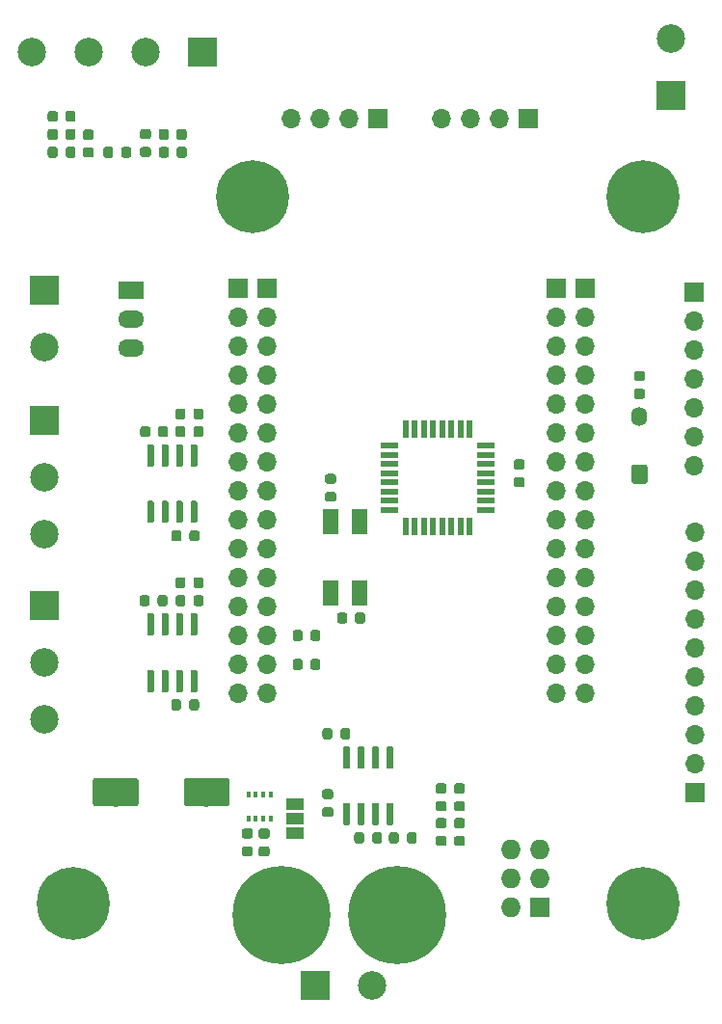
<source format=gbr>
G04 #@! TF.GenerationSoftware,KiCad,Pcbnew,(5.1.4)-1*
G04 #@! TF.CreationDate,2020-06-16T14:32:10+02:00*
G04 #@! TF.ProjectId,NodeMCU_WeatherStation,4e6f6465-4d43-4555-9f57-656174686572,rev?*
G04 #@! TF.SameCoordinates,Original*
G04 #@! TF.FileFunction,Soldermask,Top*
G04 #@! TF.FilePolarity,Negative*
%FSLAX46Y46*%
G04 Gerber Fmt 4.6, Leading zero omitted, Abs format (unit mm)*
G04 Created by KiCad (PCBNEW (5.1.4)-1) date 2020-06-16 14:32:10*
%MOMM*%
%LPD*%
G04 APERTURE LIST*
%ADD10C,0.800000*%
%ADD11C,6.400000*%
%ADD12O,1.700000X1.700000*%
%ADD13R,1.700000X1.700000*%
%ADD14C,2.500000*%
%ADD15R,2.500000X2.500000*%
%ADD16O,2.300000X1.500000*%
%ADD17R,2.300000X1.500000*%
%ADD18C,0.100000*%
%ADD19C,0.875000*%
%ADD20C,1.400000*%
%ADD21O,1.400000X1.700000*%
%ADD22O,1.727200X1.727200*%
%ADD23R,1.727200X1.727200*%
%ADD24C,0.600000*%
%ADD25R,1.500000X1.000000*%
%ADD26R,1.400000X2.200000*%
%ADD27C,8.600000*%
%ADD28C,0.900000*%
%ADD29R,0.550000X1.600000*%
%ADD30R,1.600000X0.550000*%
%ADD31R,0.350000X0.500000*%
G04 APERTURE END LIST*
D10*
X90427056Y-70302944D03*
X88730000Y-69600000D03*
X87032944Y-70302944D03*
X86330000Y-72000000D03*
X87032944Y-73697056D03*
X88730000Y-74400000D03*
X90427056Y-73697056D03*
X91130000Y-72000000D03*
D11*
X88730000Y-72000000D03*
D10*
X124697056Y-132302944D03*
X123000000Y-131600000D03*
X121302944Y-132302944D03*
X120600000Y-134000000D03*
X121302944Y-135697056D03*
X123000000Y-136400000D03*
X124697056Y-135697056D03*
X125400000Y-134000000D03*
D11*
X123000000Y-134000000D03*
D10*
X124697056Y-70302944D03*
X123000000Y-69600000D03*
X121302944Y-70302944D03*
X120600000Y-72000000D03*
X121302944Y-73697056D03*
X123000000Y-74400000D03*
X124697056Y-73697056D03*
X125400000Y-72000000D03*
D11*
X123000000Y-72000000D03*
D10*
X74697056Y-132302944D03*
X73000000Y-131600000D03*
X71302944Y-132302944D03*
X70600000Y-134000000D03*
X71302944Y-135697056D03*
X73000000Y-136400000D03*
X74697056Y-135697056D03*
X75400000Y-134000000D03*
D11*
X73000000Y-134000000D03*
D12*
X127592000Y-101437600D03*
X127592000Y-103977600D03*
X127592000Y-106517600D03*
X127592000Y-109057600D03*
X127592000Y-111597600D03*
X127592000Y-114137600D03*
X127592000Y-116677600D03*
X127592000Y-119217600D03*
X127592000Y-121757600D03*
D13*
X127592000Y-124297600D03*
D14*
X125458400Y-58083600D03*
D15*
X125458400Y-63083600D03*
D16*
X78062000Y-85283200D03*
X78062000Y-82743200D03*
D17*
X78062000Y-80203200D03*
D18*
G36*
X86478104Y-122998004D02*
G01*
X86502373Y-123001604D01*
X86526171Y-123007565D01*
X86549271Y-123015830D01*
X86571449Y-123026320D01*
X86592493Y-123038933D01*
X86612198Y-123053547D01*
X86630377Y-123070023D01*
X86646853Y-123088202D01*
X86661467Y-123107907D01*
X86674080Y-123128951D01*
X86684570Y-123151129D01*
X86692835Y-123174229D01*
X86698796Y-123198027D01*
X86702396Y-123222296D01*
X86703600Y-123246800D01*
X86703600Y-125246800D01*
X86702396Y-125271304D01*
X86698796Y-125295573D01*
X86692835Y-125319371D01*
X86684570Y-125342471D01*
X86674080Y-125364649D01*
X86661467Y-125385693D01*
X86646853Y-125405398D01*
X86630377Y-125423577D01*
X86612198Y-125440053D01*
X86592493Y-125454667D01*
X86571449Y-125467280D01*
X86549271Y-125477770D01*
X86526171Y-125486035D01*
X86502373Y-125491996D01*
X86478104Y-125495596D01*
X86453600Y-125496800D01*
X82953600Y-125496800D01*
X82929096Y-125495596D01*
X82904827Y-125491996D01*
X82881029Y-125486035D01*
X82857929Y-125477770D01*
X82835751Y-125467280D01*
X82814707Y-125454667D01*
X82795002Y-125440053D01*
X82776823Y-125423577D01*
X82760347Y-125405398D01*
X82745733Y-125385693D01*
X82733120Y-125364649D01*
X82722630Y-125342471D01*
X82714365Y-125319371D01*
X82708404Y-125295573D01*
X82704804Y-125271304D01*
X82703600Y-125246800D01*
X82703600Y-123246800D01*
X82704804Y-123222296D01*
X82708404Y-123198027D01*
X82714365Y-123174229D01*
X82722630Y-123151129D01*
X82733120Y-123128951D01*
X82745733Y-123107907D01*
X82760347Y-123088202D01*
X82776823Y-123070023D01*
X82795002Y-123053547D01*
X82814707Y-123038933D01*
X82835751Y-123026320D01*
X82857929Y-123015830D01*
X82881029Y-123007565D01*
X82904827Y-123001604D01*
X82929096Y-122998004D01*
X82953600Y-122996800D01*
X86453600Y-122996800D01*
X86478104Y-122998004D01*
X86478104Y-122998004D01*
G37*
D14*
X84703600Y-124246800D03*
D18*
G36*
X78478104Y-122998004D02*
G01*
X78502373Y-123001604D01*
X78526171Y-123007565D01*
X78549271Y-123015830D01*
X78571449Y-123026320D01*
X78592493Y-123038933D01*
X78612198Y-123053547D01*
X78630377Y-123070023D01*
X78646853Y-123088202D01*
X78661467Y-123107907D01*
X78674080Y-123128951D01*
X78684570Y-123151129D01*
X78692835Y-123174229D01*
X78698796Y-123198027D01*
X78702396Y-123222296D01*
X78703600Y-123246800D01*
X78703600Y-125246800D01*
X78702396Y-125271304D01*
X78698796Y-125295573D01*
X78692835Y-125319371D01*
X78684570Y-125342471D01*
X78674080Y-125364649D01*
X78661467Y-125385693D01*
X78646853Y-125405398D01*
X78630377Y-125423577D01*
X78612198Y-125440053D01*
X78592493Y-125454667D01*
X78571449Y-125467280D01*
X78549271Y-125477770D01*
X78526171Y-125486035D01*
X78502373Y-125491996D01*
X78478104Y-125495596D01*
X78453600Y-125496800D01*
X74953600Y-125496800D01*
X74929096Y-125495596D01*
X74904827Y-125491996D01*
X74881029Y-125486035D01*
X74857929Y-125477770D01*
X74835751Y-125467280D01*
X74814707Y-125454667D01*
X74795002Y-125440053D01*
X74776823Y-125423577D01*
X74760347Y-125405398D01*
X74745733Y-125385693D01*
X74733120Y-125364649D01*
X74722630Y-125342471D01*
X74714365Y-125319371D01*
X74708404Y-125295573D01*
X74704804Y-125271304D01*
X74703600Y-125246800D01*
X74703600Y-123246800D01*
X74704804Y-123222296D01*
X74708404Y-123198027D01*
X74714365Y-123174229D01*
X74722630Y-123151129D01*
X74733120Y-123128951D01*
X74745733Y-123107907D01*
X74760347Y-123088202D01*
X74776823Y-123070023D01*
X74795002Y-123053547D01*
X74814707Y-123038933D01*
X74835751Y-123026320D01*
X74857929Y-123015830D01*
X74881029Y-123007565D01*
X74904827Y-123001604D01*
X74929096Y-122998004D01*
X74953600Y-122996800D01*
X78453600Y-122996800D01*
X78478104Y-122998004D01*
X78478104Y-122998004D01*
G37*
D14*
X76703600Y-124246800D03*
D18*
G36*
X122992891Y-87259653D02*
G01*
X123014126Y-87262803D01*
X123034950Y-87268019D01*
X123055162Y-87275251D01*
X123074568Y-87284430D01*
X123092981Y-87295466D01*
X123110224Y-87308254D01*
X123126130Y-87322670D01*
X123140546Y-87338576D01*
X123153334Y-87355819D01*
X123164370Y-87374232D01*
X123173549Y-87393638D01*
X123180781Y-87413850D01*
X123185997Y-87434674D01*
X123189147Y-87455909D01*
X123190200Y-87477350D01*
X123190200Y-87914850D01*
X123189147Y-87936291D01*
X123185997Y-87957526D01*
X123180781Y-87978350D01*
X123173549Y-87998562D01*
X123164370Y-88017968D01*
X123153334Y-88036381D01*
X123140546Y-88053624D01*
X123126130Y-88069530D01*
X123110224Y-88083946D01*
X123092981Y-88096734D01*
X123074568Y-88107770D01*
X123055162Y-88116949D01*
X123034950Y-88124181D01*
X123014126Y-88129397D01*
X122992891Y-88132547D01*
X122971450Y-88133600D01*
X122458950Y-88133600D01*
X122437509Y-88132547D01*
X122416274Y-88129397D01*
X122395450Y-88124181D01*
X122375238Y-88116949D01*
X122355832Y-88107770D01*
X122337419Y-88096734D01*
X122320176Y-88083946D01*
X122304270Y-88069530D01*
X122289854Y-88053624D01*
X122277066Y-88036381D01*
X122266030Y-88017968D01*
X122256851Y-87998562D01*
X122249619Y-87978350D01*
X122244403Y-87957526D01*
X122241253Y-87936291D01*
X122240200Y-87914850D01*
X122240200Y-87477350D01*
X122241253Y-87455909D01*
X122244403Y-87434674D01*
X122249619Y-87413850D01*
X122256851Y-87393638D01*
X122266030Y-87374232D01*
X122277066Y-87355819D01*
X122289854Y-87338576D01*
X122304270Y-87322670D01*
X122320176Y-87308254D01*
X122337419Y-87295466D01*
X122355832Y-87284430D01*
X122375238Y-87275251D01*
X122395450Y-87268019D01*
X122416274Y-87262803D01*
X122437509Y-87259653D01*
X122458950Y-87258600D01*
X122971450Y-87258600D01*
X122992891Y-87259653D01*
X122992891Y-87259653D01*
G37*
D19*
X122715200Y-87696100D03*
D18*
G36*
X122992891Y-88834653D02*
G01*
X123014126Y-88837803D01*
X123034950Y-88843019D01*
X123055162Y-88850251D01*
X123074568Y-88859430D01*
X123092981Y-88870466D01*
X123110224Y-88883254D01*
X123126130Y-88897670D01*
X123140546Y-88913576D01*
X123153334Y-88930819D01*
X123164370Y-88949232D01*
X123173549Y-88968638D01*
X123180781Y-88988850D01*
X123185997Y-89009674D01*
X123189147Y-89030909D01*
X123190200Y-89052350D01*
X123190200Y-89489850D01*
X123189147Y-89511291D01*
X123185997Y-89532526D01*
X123180781Y-89553350D01*
X123173549Y-89573562D01*
X123164370Y-89592968D01*
X123153334Y-89611381D01*
X123140546Y-89628624D01*
X123126130Y-89644530D01*
X123110224Y-89658946D01*
X123092981Y-89671734D01*
X123074568Y-89682770D01*
X123055162Y-89691949D01*
X123034950Y-89699181D01*
X123014126Y-89704397D01*
X122992891Y-89707547D01*
X122971450Y-89708600D01*
X122458950Y-89708600D01*
X122437509Y-89707547D01*
X122416274Y-89704397D01*
X122395450Y-89699181D01*
X122375238Y-89691949D01*
X122355832Y-89682770D01*
X122337419Y-89671734D01*
X122320176Y-89658946D01*
X122304270Y-89644530D01*
X122289854Y-89628624D01*
X122277066Y-89611381D01*
X122266030Y-89592968D01*
X122256851Y-89573562D01*
X122249619Y-89553350D01*
X122244403Y-89532526D01*
X122241253Y-89511291D01*
X122240200Y-89489850D01*
X122240200Y-89052350D01*
X122241253Y-89030909D01*
X122244403Y-89009674D01*
X122249619Y-88988850D01*
X122256851Y-88968638D01*
X122266030Y-88949232D01*
X122277066Y-88930819D01*
X122289854Y-88913576D01*
X122304270Y-88897670D01*
X122320176Y-88883254D01*
X122337419Y-88870466D01*
X122355832Y-88859430D01*
X122375238Y-88850251D01*
X122395450Y-88843019D01*
X122416274Y-88837803D01*
X122437509Y-88834653D01*
X122458950Y-88833600D01*
X122971450Y-88833600D01*
X122992891Y-88834653D01*
X122992891Y-88834653D01*
G37*
D19*
X122715200Y-89271100D03*
D18*
G36*
X123190426Y-95458000D02*
G01*
X123214617Y-95461588D01*
X123238339Y-95467530D01*
X123261365Y-95475769D01*
X123283472Y-95486225D01*
X123304448Y-95498798D01*
X123324091Y-95513366D01*
X123342211Y-95529789D01*
X123358634Y-95547909D01*
X123373202Y-95567552D01*
X123385775Y-95588528D01*
X123396231Y-95610635D01*
X123404470Y-95633661D01*
X123410412Y-95657383D01*
X123414000Y-95681574D01*
X123415200Y-95706000D01*
X123415200Y-96907600D01*
X123414000Y-96932026D01*
X123410412Y-96956217D01*
X123404470Y-96979939D01*
X123396231Y-97002965D01*
X123385775Y-97025072D01*
X123373202Y-97046048D01*
X123358634Y-97065691D01*
X123342211Y-97083811D01*
X123324091Y-97100234D01*
X123304448Y-97114802D01*
X123283472Y-97127375D01*
X123261365Y-97137831D01*
X123238339Y-97146070D01*
X123214617Y-97152012D01*
X123190426Y-97155600D01*
X123166000Y-97156800D01*
X122264400Y-97156800D01*
X122239974Y-97155600D01*
X122215783Y-97152012D01*
X122192061Y-97146070D01*
X122169035Y-97137831D01*
X122146928Y-97127375D01*
X122125952Y-97114802D01*
X122106309Y-97100234D01*
X122088189Y-97083811D01*
X122071766Y-97065691D01*
X122057198Y-97046048D01*
X122044625Y-97025072D01*
X122034169Y-97002965D01*
X122025930Y-96979939D01*
X122019988Y-96956217D01*
X122016400Y-96932026D01*
X122015200Y-96907600D01*
X122015200Y-95706000D01*
X122016400Y-95681574D01*
X122019988Y-95657383D01*
X122025930Y-95633661D01*
X122034169Y-95610635D01*
X122044625Y-95588528D01*
X122057198Y-95567552D01*
X122071766Y-95547909D01*
X122088189Y-95529789D01*
X122106309Y-95513366D01*
X122125952Y-95498798D01*
X122146928Y-95486225D01*
X122169035Y-95475769D01*
X122192061Y-95467530D01*
X122215783Y-95461588D01*
X122239974Y-95458000D01*
X122264400Y-95456800D01*
X123166000Y-95456800D01*
X123190426Y-95458000D01*
X123190426Y-95458000D01*
G37*
D20*
X122715200Y-96306800D03*
D21*
X122715200Y-91226800D03*
D14*
X99267200Y-141214000D03*
D15*
X94267200Y-141214000D03*
D18*
G36*
X107194091Y-126528053D02*
G01*
X107215326Y-126531203D01*
X107236150Y-126536419D01*
X107256362Y-126543651D01*
X107275768Y-126552830D01*
X107294181Y-126563866D01*
X107311424Y-126576654D01*
X107327330Y-126591070D01*
X107341746Y-126606976D01*
X107354534Y-126624219D01*
X107365570Y-126642632D01*
X107374749Y-126662038D01*
X107381981Y-126682250D01*
X107387197Y-126703074D01*
X107390347Y-126724309D01*
X107391400Y-126745750D01*
X107391400Y-127183250D01*
X107390347Y-127204691D01*
X107387197Y-127225926D01*
X107381981Y-127246750D01*
X107374749Y-127266962D01*
X107365570Y-127286368D01*
X107354534Y-127304781D01*
X107341746Y-127322024D01*
X107327330Y-127337930D01*
X107311424Y-127352346D01*
X107294181Y-127365134D01*
X107275768Y-127376170D01*
X107256362Y-127385349D01*
X107236150Y-127392581D01*
X107215326Y-127397797D01*
X107194091Y-127400947D01*
X107172650Y-127402000D01*
X106660150Y-127402000D01*
X106638709Y-127400947D01*
X106617474Y-127397797D01*
X106596650Y-127392581D01*
X106576438Y-127385349D01*
X106557032Y-127376170D01*
X106538619Y-127365134D01*
X106521376Y-127352346D01*
X106505470Y-127337930D01*
X106491054Y-127322024D01*
X106478266Y-127304781D01*
X106467230Y-127286368D01*
X106458051Y-127266962D01*
X106450819Y-127246750D01*
X106445603Y-127225926D01*
X106442453Y-127204691D01*
X106441400Y-127183250D01*
X106441400Y-126745750D01*
X106442453Y-126724309D01*
X106445603Y-126703074D01*
X106450819Y-126682250D01*
X106458051Y-126662038D01*
X106467230Y-126642632D01*
X106478266Y-126624219D01*
X106491054Y-126606976D01*
X106505470Y-126591070D01*
X106521376Y-126576654D01*
X106538619Y-126563866D01*
X106557032Y-126552830D01*
X106576438Y-126543651D01*
X106596650Y-126536419D01*
X106617474Y-126531203D01*
X106638709Y-126528053D01*
X106660150Y-126527000D01*
X107172650Y-126527000D01*
X107194091Y-126528053D01*
X107194091Y-126528053D01*
G37*
D19*
X106916400Y-126964500D03*
D18*
G36*
X107194091Y-128103053D02*
G01*
X107215326Y-128106203D01*
X107236150Y-128111419D01*
X107256362Y-128118651D01*
X107275768Y-128127830D01*
X107294181Y-128138866D01*
X107311424Y-128151654D01*
X107327330Y-128166070D01*
X107341746Y-128181976D01*
X107354534Y-128199219D01*
X107365570Y-128217632D01*
X107374749Y-128237038D01*
X107381981Y-128257250D01*
X107387197Y-128278074D01*
X107390347Y-128299309D01*
X107391400Y-128320750D01*
X107391400Y-128758250D01*
X107390347Y-128779691D01*
X107387197Y-128800926D01*
X107381981Y-128821750D01*
X107374749Y-128841962D01*
X107365570Y-128861368D01*
X107354534Y-128879781D01*
X107341746Y-128897024D01*
X107327330Y-128912930D01*
X107311424Y-128927346D01*
X107294181Y-128940134D01*
X107275768Y-128951170D01*
X107256362Y-128960349D01*
X107236150Y-128967581D01*
X107215326Y-128972797D01*
X107194091Y-128975947D01*
X107172650Y-128977000D01*
X106660150Y-128977000D01*
X106638709Y-128975947D01*
X106617474Y-128972797D01*
X106596650Y-128967581D01*
X106576438Y-128960349D01*
X106557032Y-128951170D01*
X106538619Y-128940134D01*
X106521376Y-128927346D01*
X106505470Y-128912930D01*
X106491054Y-128897024D01*
X106478266Y-128879781D01*
X106467230Y-128861368D01*
X106458051Y-128841962D01*
X106450819Y-128821750D01*
X106445603Y-128800926D01*
X106442453Y-128779691D01*
X106441400Y-128758250D01*
X106441400Y-128320750D01*
X106442453Y-128299309D01*
X106445603Y-128278074D01*
X106450819Y-128257250D01*
X106458051Y-128237038D01*
X106467230Y-128217632D01*
X106478266Y-128199219D01*
X106491054Y-128181976D01*
X106505470Y-128166070D01*
X106521376Y-128151654D01*
X106538619Y-128138866D01*
X106557032Y-128127830D01*
X106576438Y-128118651D01*
X106596650Y-128111419D01*
X106617474Y-128106203D01*
X106638709Y-128103053D01*
X106660150Y-128102000D01*
X107172650Y-128102000D01*
X107194091Y-128103053D01*
X107194091Y-128103053D01*
G37*
D19*
X106916400Y-128539500D03*
D18*
G36*
X105568491Y-126528053D02*
G01*
X105589726Y-126531203D01*
X105610550Y-126536419D01*
X105630762Y-126543651D01*
X105650168Y-126552830D01*
X105668581Y-126563866D01*
X105685824Y-126576654D01*
X105701730Y-126591070D01*
X105716146Y-126606976D01*
X105728934Y-126624219D01*
X105739970Y-126642632D01*
X105749149Y-126662038D01*
X105756381Y-126682250D01*
X105761597Y-126703074D01*
X105764747Y-126724309D01*
X105765800Y-126745750D01*
X105765800Y-127183250D01*
X105764747Y-127204691D01*
X105761597Y-127225926D01*
X105756381Y-127246750D01*
X105749149Y-127266962D01*
X105739970Y-127286368D01*
X105728934Y-127304781D01*
X105716146Y-127322024D01*
X105701730Y-127337930D01*
X105685824Y-127352346D01*
X105668581Y-127365134D01*
X105650168Y-127376170D01*
X105630762Y-127385349D01*
X105610550Y-127392581D01*
X105589726Y-127397797D01*
X105568491Y-127400947D01*
X105547050Y-127402000D01*
X105034550Y-127402000D01*
X105013109Y-127400947D01*
X104991874Y-127397797D01*
X104971050Y-127392581D01*
X104950838Y-127385349D01*
X104931432Y-127376170D01*
X104913019Y-127365134D01*
X104895776Y-127352346D01*
X104879870Y-127337930D01*
X104865454Y-127322024D01*
X104852666Y-127304781D01*
X104841630Y-127286368D01*
X104832451Y-127266962D01*
X104825219Y-127246750D01*
X104820003Y-127225926D01*
X104816853Y-127204691D01*
X104815800Y-127183250D01*
X104815800Y-126745750D01*
X104816853Y-126724309D01*
X104820003Y-126703074D01*
X104825219Y-126682250D01*
X104832451Y-126662038D01*
X104841630Y-126642632D01*
X104852666Y-126624219D01*
X104865454Y-126606976D01*
X104879870Y-126591070D01*
X104895776Y-126576654D01*
X104913019Y-126563866D01*
X104931432Y-126552830D01*
X104950838Y-126543651D01*
X104971050Y-126536419D01*
X104991874Y-126531203D01*
X105013109Y-126528053D01*
X105034550Y-126527000D01*
X105547050Y-126527000D01*
X105568491Y-126528053D01*
X105568491Y-126528053D01*
G37*
D19*
X105290800Y-126964500D03*
D18*
G36*
X105568491Y-128103053D02*
G01*
X105589726Y-128106203D01*
X105610550Y-128111419D01*
X105630762Y-128118651D01*
X105650168Y-128127830D01*
X105668581Y-128138866D01*
X105685824Y-128151654D01*
X105701730Y-128166070D01*
X105716146Y-128181976D01*
X105728934Y-128199219D01*
X105739970Y-128217632D01*
X105749149Y-128237038D01*
X105756381Y-128257250D01*
X105761597Y-128278074D01*
X105764747Y-128299309D01*
X105765800Y-128320750D01*
X105765800Y-128758250D01*
X105764747Y-128779691D01*
X105761597Y-128800926D01*
X105756381Y-128821750D01*
X105749149Y-128841962D01*
X105739970Y-128861368D01*
X105728934Y-128879781D01*
X105716146Y-128897024D01*
X105701730Y-128912930D01*
X105685824Y-128927346D01*
X105668581Y-128940134D01*
X105650168Y-128951170D01*
X105630762Y-128960349D01*
X105610550Y-128967581D01*
X105589726Y-128972797D01*
X105568491Y-128975947D01*
X105547050Y-128977000D01*
X105034550Y-128977000D01*
X105013109Y-128975947D01*
X104991874Y-128972797D01*
X104971050Y-128967581D01*
X104950838Y-128960349D01*
X104931432Y-128951170D01*
X104913019Y-128940134D01*
X104895776Y-128927346D01*
X104879870Y-128912930D01*
X104865454Y-128897024D01*
X104852666Y-128879781D01*
X104841630Y-128861368D01*
X104832451Y-128841962D01*
X104825219Y-128821750D01*
X104820003Y-128800926D01*
X104816853Y-128779691D01*
X104815800Y-128758250D01*
X104815800Y-128320750D01*
X104816853Y-128299309D01*
X104820003Y-128278074D01*
X104825219Y-128257250D01*
X104832451Y-128237038D01*
X104841630Y-128217632D01*
X104852666Y-128199219D01*
X104865454Y-128181976D01*
X104879870Y-128166070D01*
X104895776Y-128151654D01*
X104913019Y-128138866D01*
X104931432Y-128127830D01*
X104950838Y-128118651D01*
X104971050Y-128111419D01*
X104991874Y-128106203D01*
X105013109Y-128103053D01*
X105034550Y-128102000D01*
X105547050Y-128102000D01*
X105568491Y-128103053D01*
X105568491Y-128103053D01*
G37*
D19*
X105290800Y-128539500D03*
D18*
G36*
X107194891Y-125055053D02*
G01*
X107216126Y-125058203D01*
X107236950Y-125063419D01*
X107257162Y-125070651D01*
X107276568Y-125079830D01*
X107294981Y-125090866D01*
X107312224Y-125103654D01*
X107328130Y-125118070D01*
X107342546Y-125133976D01*
X107355334Y-125151219D01*
X107366370Y-125169632D01*
X107375549Y-125189038D01*
X107382781Y-125209250D01*
X107387997Y-125230074D01*
X107391147Y-125251309D01*
X107392200Y-125272750D01*
X107392200Y-125710250D01*
X107391147Y-125731691D01*
X107387997Y-125752926D01*
X107382781Y-125773750D01*
X107375549Y-125793962D01*
X107366370Y-125813368D01*
X107355334Y-125831781D01*
X107342546Y-125849024D01*
X107328130Y-125864930D01*
X107312224Y-125879346D01*
X107294981Y-125892134D01*
X107276568Y-125903170D01*
X107257162Y-125912349D01*
X107236950Y-125919581D01*
X107216126Y-125924797D01*
X107194891Y-125927947D01*
X107173450Y-125929000D01*
X106660950Y-125929000D01*
X106639509Y-125927947D01*
X106618274Y-125924797D01*
X106597450Y-125919581D01*
X106577238Y-125912349D01*
X106557832Y-125903170D01*
X106539419Y-125892134D01*
X106522176Y-125879346D01*
X106506270Y-125864930D01*
X106491854Y-125849024D01*
X106479066Y-125831781D01*
X106468030Y-125813368D01*
X106458851Y-125793962D01*
X106451619Y-125773750D01*
X106446403Y-125752926D01*
X106443253Y-125731691D01*
X106442200Y-125710250D01*
X106442200Y-125272750D01*
X106443253Y-125251309D01*
X106446403Y-125230074D01*
X106451619Y-125209250D01*
X106458851Y-125189038D01*
X106468030Y-125169632D01*
X106479066Y-125151219D01*
X106491854Y-125133976D01*
X106506270Y-125118070D01*
X106522176Y-125103654D01*
X106539419Y-125090866D01*
X106557832Y-125079830D01*
X106577238Y-125070651D01*
X106597450Y-125063419D01*
X106618274Y-125058203D01*
X106639509Y-125055053D01*
X106660950Y-125054000D01*
X107173450Y-125054000D01*
X107194891Y-125055053D01*
X107194891Y-125055053D01*
G37*
D19*
X106917200Y-125491500D03*
D18*
G36*
X107194891Y-123480053D02*
G01*
X107216126Y-123483203D01*
X107236950Y-123488419D01*
X107257162Y-123495651D01*
X107276568Y-123504830D01*
X107294981Y-123515866D01*
X107312224Y-123528654D01*
X107328130Y-123543070D01*
X107342546Y-123558976D01*
X107355334Y-123576219D01*
X107366370Y-123594632D01*
X107375549Y-123614038D01*
X107382781Y-123634250D01*
X107387997Y-123655074D01*
X107391147Y-123676309D01*
X107392200Y-123697750D01*
X107392200Y-124135250D01*
X107391147Y-124156691D01*
X107387997Y-124177926D01*
X107382781Y-124198750D01*
X107375549Y-124218962D01*
X107366370Y-124238368D01*
X107355334Y-124256781D01*
X107342546Y-124274024D01*
X107328130Y-124289930D01*
X107312224Y-124304346D01*
X107294981Y-124317134D01*
X107276568Y-124328170D01*
X107257162Y-124337349D01*
X107236950Y-124344581D01*
X107216126Y-124349797D01*
X107194891Y-124352947D01*
X107173450Y-124354000D01*
X106660950Y-124354000D01*
X106639509Y-124352947D01*
X106618274Y-124349797D01*
X106597450Y-124344581D01*
X106577238Y-124337349D01*
X106557832Y-124328170D01*
X106539419Y-124317134D01*
X106522176Y-124304346D01*
X106506270Y-124289930D01*
X106491854Y-124274024D01*
X106479066Y-124256781D01*
X106468030Y-124238368D01*
X106458851Y-124218962D01*
X106451619Y-124198750D01*
X106446403Y-124177926D01*
X106443253Y-124156691D01*
X106442200Y-124135250D01*
X106442200Y-123697750D01*
X106443253Y-123676309D01*
X106446403Y-123655074D01*
X106451619Y-123634250D01*
X106458851Y-123614038D01*
X106468030Y-123594632D01*
X106479066Y-123576219D01*
X106491854Y-123558976D01*
X106506270Y-123543070D01*
X106522176Y-123528654D01*
X106539419Y-123515866D01*
X106557832Y-123504830D01*
X106577238Y-123495651D01*
X106597450Y-123488419D01*
X106618274Y-123483203D01*
X106639509Y-123480053D01*
X106660950Y-123479000D01*
X107173450Y-123479000D01*
X107194891Y-123480053D01*
X107194891Y-123480053D01*
G37*
D19*
X106917200Y-123916500D03*
D18*
G36*
X105568491Y-125055053D02*
G01*
X105589726Y-125058203D01*
X105610550Y-125063419D01*
X105630762Y-125070651D01*
X105650168Y-125079830D01*
X105668581Y-125090866D01*
X105685824Y-125103654D01*
X105701730Y-125118070D01*
X105716146Y-125133976D01*
X105728934Y-125151219D01*
X105739970Y-125169632D01*
X105749149Y-125189038D01*
X105756381Y-125209250D01*
X105761597Y-125230074D01*
X105764747Y-125251309D01*
X105765800Y-125272750D01*
X105765800Y-125710250D01*
X105764747Y-125731691D01*
X105761597Y-125752926D01*
X105756381Y-125773750D01*
X105749149Y-125793962D01*
X105739970Y-125813368D01*
X105728934Y-125831781D01*
X105716146Y-125849024D01*
X105701730Y-125864930D01*
X105685824Y-125879346D01*
X105668581Y-125892134D01*
X105650168Y-125903170D01*
X105630762Y-125912349D01*
X105610550Y-125919581D01*
X105589726Y-125924797D01*
X105568491Y-125927947D01*
X105547050Y-125929000D01*
X105034550Y-125929000D01*
X105013109Y-125927947D01*
X104991874Y-125924797D01*
X104971050Y-125919581D01*
X104950838Y-125912349D01*
X104931432Y-125903170D01*
X104913019Y-125892134D01*
X104895776Y-125879346D01*
X104879870Y-125864930D01*
X104865454Y-125849024D01*
X104852666Y-125831781D01*
X104841630Y-125813368D01*
X104832451Y-125793962D01*
X104825219Y-125773750D01*
X104820003Y-125752926D01*
X104816853Y-125731691D01*
X104815800Y-125710250D01*
X104815800Y-125272750D01*
X104816853Y-125251309D01*
X104820003Y-125230074D01*
X104825219Y-125209250D01*
X104832451Y-125189038D01*
X104841630Y-125169632D01*
X104852666Y-125151219D01*
X104865454Y-125133976D01*
X104879870Y-125118070D01*
X104895776Y-125103654D01*
X104913019Y-125090866D01*
X104931432Y-125079830D01*
X104950838Y-125070651D01*
X104971050Y-125063419D01*
X104991874Y-125058203D01*
X105013109Y-125055053D01*
X105034550Y-125054000D01*
X105547050Y-125054000D01*
X105568491Y-125055053D01*
X105568491Y-125055053D01*
G37*
D19*
X105290800Y-125491500D03*
D18*
G36*
X105568491Y-123480053D02*
G01*
X105589726Y-123483203D01*
X105610550Y-123488419D01*
X105630762Y-123495651D01*
X105650168Y-123504830D01*
X105668581Y-123515866D01*
X105685824Y-123528654D01*
X105701730Y-123543070D01*
X105716146Y-123558976D01*
X105728934Y-123576219D01*
X105739970Y-123594632D01*
X105749149Y-123614038D01*
X105756381Y-123634250D01*
X105761597Y-123655074D01*
X105764747Y-123676309D01*
X105765800Y-123697750D01*
X105765800Y-124135250D01*
X105764747Y-124156691D01*
X105761597Y-124177926D01*
X105756381Y-124198750D01*
X105749149Y-124218962D01*
X105739970Y-124238368D01*
X105728934Y-124256781D01*
X105716146Y-124274024D01*
X105701730Y-124289930D01*
X105685824Y-124304346D01*
X105668581Y-124317134D01*
X105650168Y-124328170D01*
X105630762Y-124337349D01*
X105610550Y-124344581D01*
X105589726Y-124349797D01*
X105568491Y-124352947D01*
X105547050Y-124354000D01*
X105034550Y-124354000D01*
X105013109Y-124352947D01*
X104991874Y-124349797D01*
X104971050Y-124344581D01*
X104950838Y-124337349D01*
X104931432Y-124328170D01*
X104913019Y-124317134D01*
X104895776Y-124304346D01*
X104879870Y-124289930D01*
X104865454Y-124274024D01*
X104852666Y-124256781D01*
X104841630Y-124238368D01*
X104832451Y-124218962D01*
X104825219Y-124198750D01*
X104820003Y-124177926D01*
X104816853Y-124156691D01*
X104815800Y-124135250D01*
X104815800Y-123697750D01*
X104816853Y-123676309D01*
X104820003Y-123655074D01*
X104825219Y-123634250D01*
X104832451Y-123614038D01*
X104841630Y-123594632D01*
X104852666Y-123576219D01*
X104865454Y-123558976D01*
X104879870Y-123543070D01*
X104895776Y-123528654D01*
X104913019Y-123515866D01*
X104931432Y-123504830D01*
X104950838Y-123495651D01*
X104971050Y-123488419D01*
X104991874Y-123483203D01*
X105013109Y-123480053D01*
X105034550Y-123479000D01*
X105547050Y-123479000D01*
X105568491Y-123480053D01*
X105568491Y-123480053D01*
G37*
D19*
X105290800Y-123916500D03*
D18*
G36*
X112426491Y-95032053D02*
G01*
X112447726Y-95035203D01*
X112468550Y-95040419D01*
X112488762Y-95047651D01*
X112508168Y-95056830D01*
X112526581Y-95067866D01*
X112543824Y-95080654D01*
X112559730Y-95095070D01*
X112574146Y-95110976D01*
X112586934Y-95128219D01*
X112597970Y-95146632D01*
X112607149Y-95166038D01*
X112614381Y-95186250D01*
X112619597Y-95207074D01*
X112622747Y-95228309D01*
X112623800Y-95249750D01*
X112623800Y-95687250D01*
X112622747Y-95708691D01*
X112619597Y-95729926D01*
X112614381Y-95750750D01*
X112607149Y-95770962D01*
X112597970Y-95790368D01*
X112586934Y-95808781D01*
X112574146Y-95826024D01*
X112559730Y-95841930D01*
X112543824Y-95856346D01*
X112526581Y-95869134D01*
X112508168Y-95880170D01*
X112488762Y-95889349D01*
X112468550Y-95896581D01*
X112447726Y-95901797D01*
X112426491Y-95904947D01*
X112405050Y-95906000D01*
X111892550Y-95906000D01*
X111871109Y-95904947D01*
X111849874Y-95901797D01*
X111829050Y-95896581D01*
X111808838Y-95889349D01*
X111789432Y-95880170D01*
X111771019Y-95869134D01*
X111753776Y-95856346D01*
X111737870Y-95841930D01*
X111723454Y-95826024D01*
X111710666Y-95808781D01*
X111699630Y-95790368D01*
X111690451Y-95770962D01*
X111683219Y-95750750D01*
X111678003Y-95729926D01*
X111674853Y-95708691D01*
X111673800Y-95687250D01*
X111673800Y-95249750D01*
X111674853Y-95228309D01*
X111678003Y-95207074D01*
X111683219Y-95186250D01*
X111690451Y-95166038D01*
X111699630Y-95146632D01*
X111710666Y-95128219D01*
X111723454Y-95110976D01*
X111737870Y-95095070D01*
X111753776Y-95080654D01*
X111771019Y-95067866D01*
X111789432Y-95056830D01*
X111808838Y-95047651D01*
X111829050Y-95040419D01*
X111849874Y-95035203D01*
X111871109Y-95032053D01*
X111892550Y-95031000D01*
X112405050Y-95031000D01*
X112426491Y-95032053D01*
X112426491Y-95032053D01*
G37*
D19*
X112148800Y-95468500D03*
D18*
G36*
X112426491Y-96607053D02*
G01*
X112447726Y-96610203D01*
X112468550Y-96615419D01*
X112488762Y-96622651D01*
X112508168Y-96631830D01*
X112526581Y-96642866D01*
X112543824Y-96655654D01*
X112559730Y-96670070D01*
X112574146Y-96685976D01*
X112586934Y-96703219D01*
X112597970Y-96721632D01*
X112607149Y-96741038D01*
X112614381Y-96761250D01*
X112619597Y-96782074D01*
X112622747Y-96803309D01*
X112623800Y-96824750D01*
X112623800Y-97262250D01*
X112622747Y-97283691D01*
X112619597Y-97304926D01*
X112614381Y-97325750D01*
X112607149Y-97345962D01*
X112597970Y-97365368D01*
X112586934Y-97383781D01*
X112574146Y-97401024D01*
X112559730Y-97416930D01*
X112543824Y-97431346D01*
X112526581Y-97444134D01*
X112508168Y-97455170D01*
X112488762Y-97464349D01*
X112468550Y-97471581D01*
X112447726Y-97476797D01*
X112426491Y-97479947D01*
X112405050Y-97481000D01*
X111892550Y-97481000D01*
X111871109Y-97479947D01*
X111849874Y-97476797D01*
X111829050Y-97471581D01*
X111808838Y-97464349D01*
X111789432Y-97455170D01*
X111771019Y-97444134D01*
X111753776Y-97431346D01*
X111737870Y-97416930D01*
X111723454Y-97401024D01*
X111710666Y-97383781D01*
X111699630Y-97365368D01*
X111690451Y-97345962D01*
X111683219Y-97325750D01*
X111678003Y-97304926D01*
X111674853Y-97283691D01*
X111673800Y-97262250D01*
X111673800Y-96824750D01*
X111674853Y-96803309D01*
X111678003Y-96782074D01*
X111683219Y-96761250D01*
X111690451Y-96741038D01*
X111699630Y-96721632D01*
X111710666Y-96703219D01*
X111723454Y-96685976D01*
X111737870Y-96670070D01*
X111753776Y-96655654D01*
X111771019Y-96642866D01*
X111789432Y-96631830D01*
X111808838Y-96622651D01*
X111829050Y-96615419D01*
X111849874Y-96610203D01*
X111871109Y-96607053D01*
X111892550Y-96606000D01*
X112405050Y-96606000D01*
X112426491Y-96607053D01*
X112426491Y-96607053D01*
G37*
D19*
X112148800Y-97043500D03*
D22*
X111463000Y-129276000D03*
X114003000Y-129276000D03*
X111463000Y-131816000D03*
X114003000Y-131816000D03*
X111463000Y-134356000D03*
D23*
X114003000Y-134356000D03*
D18*
G36*
X81070891Y-106958053D02*
G01*
X81092126Y-106961203D01*
X81112950Y-106966419D01*
X81133162Y-106973651D01*
X81152568Y-106982830D01*
X81170981Y-106993866D01*
X81188224Y-107006654D01*
X81204130Y-107021070D01*
X81218546Y-107036976D01*
X81231334Y-107054219D01*
X81242370Y-107072632D01*
X81251549Y-107092038D01*
X81258781Y-107112250D01*
X81263997Y-107133074D01*
X81267147Y-107154309D01*
X81268200Y-107175750D01*
X81268200Y-107688250D01*
X81267147Y-107709691D01*
X81263997Y-107730926D01*
X81258781Y-107751750D01*
X81251549Y-107771962D01*
X81242370Y-107791368D01*
X81231334Y-107809781D01*
X81218546Y-107827024D01*
X81204130Y-107842930D01*
X81188224Y-107857346D01*
X81170981Y-107870134D01*
X81152568Y-107881170D01*
X81133162Y-107890349D01*
X81112950Y-107897581D01*
X81092126Y-107902797D01*
X81070891Y-107905947D01*
X81049450Y-107907000D01*
X80611950Y-107907000D01*
X80590509Y-107905947D01*
X80569274Y-107902797D01*
X80548450Y-107897581D01*
X80528238Y-107890349D01*
X80508832Y-107881170D01*
X80490419Y-107870134D01*
X80473176Y-107857346D01*
X80457270Y-107842930D01*
X80442854Y-107827024D01*
X80430066Y-107809781D01*
X80419030Y-107791368D01*
X80409851Y-107771962D01*
X80402619Y-107751750D01*
X80397403Y-107730926D01*
X80394253Y-107709691D01*
X80393200Y-107688250D01*
X80393200Y-107175750D01*
X80394253Y-107154309D01*
X80397403Y-107133074D01*
X80402619Y-107112250D01*
X80409851Y-107092038D01*
X80419030Y-107072632D01*
X80430066Y-107054219D01*
X80442854Y-107036976D01*
X80457270Y-107021070D01*
X80473176Y-107006654D01*
X80490419Y-106993866D01*
X80508832Y-106982830D01*
X80528238Y-106973651D01*
X80548450Y-106966419D01*
X80569274Y-106961203D01*
X80590509Y-106958053D01*
X80611950Y-106957000D01*
X81049450Y-106957000D01*
X81070891Y-106958053D01*
X81070891Y-106958053D01*
G37*
D19*
X80830700Y-107432000D03*
D18*
G36*
X79495891Y-106958053D02*
G01*
X79517126Y-106961203D01*
X79537950Y-106966419D01*
X79558162Y-106973651D01*
X79577568Y-106982830D01*
X79595981Y-106993866D01*
X79613224Y-107006654D01*
X79629130Y-107021070D01*
X79643546Y-107036976D01*
X79656334Y-107054219D01*
X79667370Y-107072632D01*
X79676549Y-107092038D01*
X79683781Y-107112250D01*
X79688997Y-107133074D01*
X79692147Y-107154309D01*
X79693200Y-107175750D01*
X79693200Y-107688250D01*
X79692147Y-107709691D01*
X79688997Y-107730926D01*
X79683781Y-107751750D01*
X79676549Y-107771962D01*
X79667370Y-107791368D01*
X79656334Y-107809781D01*
X79643546Y-107827024D01*
X79629130Y-107842930D01*
X79613224Y-107857346D01*
X79595981Y-107870134D01*
X79577568Y-107881170D01*
X79558162Y-107890349D01*
X79537950Y-107897581D01*
X79517126Y-107902797D01*
X79495891Y-107905947D01*
X79474450Y-107907000D01*
X79036950Y-107907000D01*
X79015509Y-107905947D01*
X78994274Y-107902797D01*
X78973450Y-107897581D01*
X78953238Y-107890349D01*
X78933832Y-107881170D01*
X78915419Y-107870134D01*
X78898176Y-107857346D01*
X78882270Y-107842930D01*
X78867854Y-107827024D01*
X78855066Y-107809781D01*
X78844030Y-107791368D01*
X78834851Y-107771962D01*
X78827619Y-107751750D01*
X78822403Y-107730926D01*
X78819253Y-107709691D01*
X78818200Y-107688250D01*
X78818200Y-107175750D01*
X78819253Y-107154309D01*
X78822403Y-107133074D01*
X78827619Y-107112250D01*
X78834851Y-107092038D01*
X78844030Y-107072632D01*
X78855066Y-107054219D01*
X78867854Y-107036976D01*
X78882270Y-107021070D01*
X78898176Y-107006654D01*
X78915419Y-106993866D01*
X78933832Y-106982830D01*
X78953238Y-106973651D01*
X78973450Y-106966419D01*
X78994274Y-106961203D01*
X79015509Y-106958053D01*
X79036950Y-106957000D01*
X79474450Y-106957000D01*
X79495891Y-106958053D01*
X79495891Y-106958053D01*
G37*
D19*
X79255700Y-107432000D03*
D18*
G36*
X82264591Y-116102053D02*
G01*
X82285826Y-116105203D01*
X82306650Y-116110419D01*
X82326862Y-116117651D01*
X82346268Y-116126830D01*
X82364681Y-116137866D01*
X82381924Y-116150654D01*
X82397830Y-116165070D01*
X82412246Y-116180976D01*
X82425034Y-116198219D01*
X82436070Y-116216632D01*
X82445249Y-116236038D01*
X82452481Y-116256250D01*
X82457697Y-116277074D01*
X82460847Y-116298309D01*
X82461900Y-116319750D01*
X82461900Y-116832250D01*
X82460847Y-116853691D01*
X82457697Y-116874926D01*
X82452481Y-116895750D01*
X82445249Y-116915962D01*
X82436070Y-116935368D01*
X82425034Y-116953781D01*
X82412246Y-116971024D01*
X82397830Y-116986930D01*
X82381924Y-117001346D01*
X82364681Y-117014134D01*
X82346268Y-117025170D01*
X82326862Y-117034349D01*
X82306650Y-117041581D01*
X82285826Y-117046797D01*
X82264591Y-117049947D01*
X82243150Y-117051000D01*
X81805650Y-117051000D01*
X81784209Y-117049947D01*
X81762974Y-117046797D01*
X81742150Y-117041581D01*
X81721938Y-117034349D01*
X81702532Y-117025170D01*
X81684119Y-117014134D01*
X81666876Y-117001346D01*
X81650970Y-116986930D01*
X81636554Y-116971024D01*
X81623766Y-116953781D01*
X81612730Y-116935368D01*
X81603551Y-116915962D01*
X81596319Y-116895750D01*
X81591103Y-116874926D01*
X81587953Y-116853691D01*
X81586900Y-116832250D01*
X81586900Y-116319750D01*
X81587953Y-116298309D01*
X81591103Y-116277074D01*
X81596319Y-116256250D01*
X81603551Y-116236038D01*
X81612730Y-116216632D01*
X81623766Y-116198219D01*
X81636554Y-116180976D01*
X81650970Y-116165070D01*
X81666876Y-116150654D01*
X81684119Y-116137866D01*
X81702532Y-116126830D01*
X81721938Y-116117651D01*
X81742150Y-116110419D01*
X81762974Y-116105203D01*
X81784209Y-116102053D01*
X81805650Y-116101000D01*
X82243150Y-116101000D01*
X82264591Y-116102053D01*
X82264591Y-116102053D01*
G37*
D19*
X82024400Y-116576000D03*
D18*
G36*
X83839591Y-116102053D02*
G01*
X83860826Y-116105203D01*
X83881650Y-116110419D01*
X83901862Y-116117651D01*
X83921268Y-116126830D01*
X83939681Y-116137866D01*
X83956924Y-116150654D01*
X83972830Y-116165070D01*
X83987246Y-116180976D01*
X84000034Y-116198219D01*
X84011070Y-116216632D01*
X84020249Y-116236038D01*
X84027481Y-116256250D01*
X84032697Y-116277074D01*
X84035847Y-116298309D01*
X84036900Y-116319750D01*
X84036900Y-116832250D01*
X84035847Y-116853691D01*
X84032697Y-116874926D01*
X84027481Y-116895750D01*
X84020249Y-116915962D01*
X84011070Y-116935368D01*
X84000034Y-116953781D01*
X83987246Y-116971024D01*
X83972830Y-116986930D01*
X83956924Y-117001346D01*
X83939681Y-117014134D01*
X83921268Y-117025170D01*
X83901862Y-117034349D01*
X83881650Y-117041581D01*
X83860826Y-117046797D01*
X83839591Y-117049947D01*
X83818150Y-117051000D01*
X83380650Y-117051000D01*
X83359209Y-117049947D01*
X83337974Y-117046797D01*
X83317150Y-117041581D01*
X83296938Y-117034349D01*
X83277532Y-117025170D01*
X83259119Y-117014134D01*
X83241876Y-117001346D01*
X83225970Y-116986930D01*
X83211554Y-116971024D01*
X83198766Y-116953781D01*
X83187730Y-116935368D01*
X83178551Y-116915962D01*
X83171319Y-116895750D01*
X83166103Y-116874926D01*
X83162953Y-116853691D01*
X83161900Y-116832250D01*
X83161900Y-116319750D01*
X83162953Y-116298309D01*
X83166103Y-116277074D01*
X83171319Y-116256250D01*
X83178551Y-116236038D01*
X83187730Y-116216632D01*
X83198766Y-116198219D01*
X83211554Y-116180976D01*
X83225970Y-116165070D01*
X83241876Y-116150654D01*
X83259119Y-116137866D01*
X83277532Y-116126830D01*
X83296938Y-116117651D01*
X83317150Y-116110419D01*
X83337974Y-116105203D01*
X83359209Y-116102053D01*
X83380650Y-116101000D01*
X83818150Y-116101000D01*
X83839591Y-116102053D01*
X83839591Y-116102053D01*
G37*
D19*
X83599400Y-116576000D03*
D18*
G36*
X81121691Y-92124453D02*
G01*
X81142926Y-92127603D01*
X81163750Y-92132819D01*
X81183962Y-92140051D01*
X81203368Y-92149230D01*
X81221781Y-92160266D01*
X81239024Y-92173054D01*
X81254930Y-92187470D01*
X81269346Y-92203376D01*
X81282134Y-92220619D01*
X81293170Y-92239032D01*
X81302349Y-92258438D01*
X81309581Y-92278650D01*
X81314797Y-92299474D01*
X81317947Y-92320709D01*
X81319000Y-92342150D01*
X81319000Y-92854650D01*
X81317947Y-92876091D01*
X81314797Y-92897326D01*
X81309581Y-92918150D01*
X81302349Y-92938362D01*
X81293170Y-92957768D01*
X81282134Y-92976181D01*
X81269346Y-92993424D01*
X81254930Y-93009330D01*
X81239024Y-93023746D01*
X81221781Y-93036534D01*
X81203368Y-93047570D01*
X81183962Y-93056749D01*
X81163750Y-93063981D01*
X81142926Y-93069197D01*
X81121691Y-93072347D01*
X81100250Y-93073400D01*
X80662750Y-93073400D01*
X80641309Y-93072347D01*
X80620074Y-93069197D01*
X80599250Y-93063981D01*
X80579038Y-93056749D01*
X80559632Y-93047570D01*
X80541219Y-93036534D01*
X80523976Y-93023746D01*
X80508070Y-93009330D01*
X80493654Y-92993424D01*
X80480866Y-92976181D01*
X80469830Y-92957768D01*
X80460651Y-92938362D01*
X80453419Y-92918150D01*
X80448203Y-92897326D01*
X80445053Y-92876091D01*
X80444000Y-92854650D01*
X80444000Y-92342150D01*
X80445053Y-92320709D01*
X80448203Y-92299474D01*
X80453419Y-92278650D01*
X80460651Y-92258438D01*
X80469830Y-92239032D01*
X80480866Y-92220619D01*
X80493654Y-92203376D01*
X80508070Y-92187470D01*
X80523976Y-92173054D01*
X80541219Y-92160266D01*
X80559632Y-92149230D01*
X80579038Y-92140051D01*
X80599250Y-92132819D01*
X80620074Y-92127603D01*
X80641309Y-92124453D01*
X80662750Y-92123400D01*
X81100250Y-92123400D01*
X81121691Y-92124453D01*
X81121691Y-92124453D01*
G37*
D19*
X80881500Y-92598400D03*
D18*
G36*
X79546691Y-92124453D02*
G01*
X79567926Y-92127603D01*
X79588750Y-92132819D01*
X79608962Y-92140051D01*
X79628368Y-92149230D01*
X79646781Y-92160266D01*
X79664024Y-92173054D01*
X79679930Y-92187470D01*
X79694346Y-92203376D01*
X79707134Y-92220619D01*
X79718170Y-92239032D01*
X79727349Y-92258438D01*
X79734581Y-92278650D01*
X79739797Y-92299474D01*
X79742947Y-92320709D01*
X79744000Y-92342150D01*
X79744000Y-92854650D01*
X79742947Y-92876091D01*
X79739797Y-92897326D01*
X79734581Y-92918150D01*
X79727349Y-92938362D01*
X79718170Y-92957768D01*
X79707134Y-92976181D01*
X79694346Y-92993424D01*
X79679930Y-93009330D01*
X79664024Y-93023746D01*
X79646781Y-93036534D01*
X79628368Y-93047570D01*
X79608962Y-93056749D01*
X79588750Y-93063981D01*
X79567926Y-93069197D01*
X79546691Y-93072347D01*
X79525250Y-93073400D01*
X79087750Y-93073400D01*
X79066309Y-93072347D01*
X79045074Y-93069197D01*
X79024250Y-93063981D01*
X79004038Y-93056749D01*
X78984632Y-93047570D01*
X78966219Y-93036534D01*
X78948976Y-93023746D01*
X78933070Y-93009330D01*
X78918654Y-92993424D01*
X78905866Y-92976181D01*
X78894830Y-92957768D01*
X78885651Y-92938362D01*
X78878419Y-92918150D01*
X78873203Y-92897326D01*
X78870053Y-92876091D01*
X78869000Y-92854650D01*
X78869000Y-92342150D01*
X78870053Y-92320709D01*
X78873203Y-92299474D01*
X78878419Y-92278650D01*
X78885651Y-92258438D01*
X78894830Y-92239032D01*
X78905866Y-92220619D01*
X78918654Y-92203376D01*
X78933070Y-92187470D01*
X78948976Y-92173054D01*
X78966219Y-92160266D01*
X78984632Y-92149230D01*
X79004038Y-92140051D01*
X79024250Y-92132819D01*
X79045074Y-92127603D01*
X79066309Y-92124453D01*
X79087750Y-92123400D01*
X79525250Y-92123400D01*
X79546691Y-92124453D01*
X79546691Y-92124453D01*
G37*
D19*
X79306500Y-92598400D03*
D18*
G36*
X82289891Y-101268453D02*
G01*
X82311126Y-101271603D01*
X82331950Y-101276819D01*
X82352162Y-101284051D01*
X82371568Y-101293230D01*
X82389981Y-101304266D01*
X82407224Y-101317054D01*
X82423130Y-101331470D01*
X82437546Y-101347376D01*
X82450334Y-101364619D01*
X82461370Y-101383032D01*
X82470549Y-101402438D01*
X82477781Y-101422650D01*
X82482997Y-101443474D01*
X82486147Y-101464709D01*
X82487200Y-101486150D01*
X82487200Y-101998650D01*
X82486147Y-102020091D01*
X82482997Y-102041326D01*
X82477781Y-102062150D01*
X82470549Y-102082362D01*
X82461370Y-102101768D01*
X82450334Y-102120181D01*
X82437546Y-102137424D01*
X82423130Y-102153330D01*
X82407224Y-102167746D01*
X82389981Y-102180534D01*
X82371568Y-102191570D01*
X82352162Y-102200749D01*
X82331950Y-102207981D01*
X82311126Y-102213197D01*
X82289891Y-102216347D01*
X82268450Y-102217400D01*
X81830950Y-102217400D01*
X81809509Y-102216347D01*
X81788274Y-102213197D01*
X81767450Y-102207981D01*
X81747238Y-102200749D01*
X81727832Y-102191570D01*
X81709419Y-102180534D01*
X81692176Y-102167746D01*
X81676270Y-102153330D01*
X81661854Y-102137424D01*
X81649066Y-102120181D01*
X81638030Y-102101768D01*
X81628851Y-102082362D01*
X81621619Y-102062150D01*
X81616403Y-102041326D01*
X81613253Y-102020091D01*
X81612200Y-101998650D01*
X81612200Y-101486150D01*
X81613253Y-101464709D01*
X81616403Y-101443474D01*
X81621619Y-101422650D01*
X81628851Y-101402438D01*
X81638030Y-101383032D01*
X81649066Y-101364619D01*
X81661854Y-101347376D01*
X81676270Y-101331470D01*
X81692176Y-101317054D01*
X81709419Y-101304266D01*
X81727832Y-101293230D01*
X81747238Y-101284051D01*
X81767450Y-101276819D01*
X81788274Y-101271603D01*
X81809509Y-101268453D01*
X81830950Y-101267400D01*
X82268450Y-101267400D01*
X82289891Y-101268453D01*
X82289891Y-101268453D01*
G37*
D19*
X82049700Y-101742400D03*
D18*
G36*
X83864891Y-101268453D02*
G01*
X83886126Y-101271603D01*
X83906950Y-101276819D01*
X83927162Y-101284051D01*
X83946568Y-101293230D01*
X83964981Y-101304266D01*
X83982224Y-101317054D01*
X83998130Y-101331470D01*
X84012546Y-101347376D01*
X84025334Y-101364619D01*
X84036370Y-101383032D01*
X84045549Y-101402438D01*
X84052781Y-101422650D01*
X84057997Y-101443474D01*
X84061147Y-101464709D01*
X84062200Y-101486150D01*
X84062200Y-101998650D01*
X84061147Y-102020091D01*
X84057997Y-102041326D01*
X84052781Y-102062150D01*
X84045549Y-102082362D01*
X84036370Y-102101768D01*
X84025334Y-102120181D01*
X84012546Y-102137424D01*
X83998130Y-102153330D01*
X83982224Y-102167746D01*
X83964981Y-102180534D01*
X83946568Y-102191570D01*
X83927162Y-102200749D01*
X83906950Y-102207981D01*
X83886126Y-102213197D01*
X83864891Y-102216347D01*
X83843450Y-102217400D01*
X83405950Y-102217400D01*
X83384509Y-102216347D01*
X83363274Y-102213197D01*
X83342450Y-102207981D01*
X83322238Y-102200749D01*
X83302832Y-102191570D01*
X83284419Y-102180534D01*
X83267176Y-102167746D01*
X83251270Y-102153330D01*
X83236854Y-102137424D01*
X83224066Y-102120181D01*
X83213030Y-102101768D01*
X83203851Y-102082362D01*
X83196619Y-102062150D01*
X83191403Y-102041326D01*
X83188253Y-102020091D01*
X83187200Y-101998650D01*
X83187200Y-101486150D01*
X83188253Y-101464709D01*
X83191403Y-101443474D01*
X83196619Y-101422650D01*
X83203851Y-101402438D01*
X83213030Y-101383032D01*
X83224066Y-101364619D01*
X83236854Y-101347376D01*
X83251270Y-101331470D01*
X83267176Y-101317054D01*
X83284419Y-101304266D01*
X83302832Y-101293230D01*
X83322238Y-101284051D01*
X83342450Y-101276819D01*
X83363274Y-101271603D01*
X83384509Y-101268453D01*
X83405950Y-101267400D01*
X83843450Y-101267400D01*
X83864891Y-101268453D01*
X83864891Y-101268453D01*
G37*
D19*
X83624700Y-101742400D03*
D18*
G36*
X83738503Y-113504722D02*
G01*
X83753064Y-113506882D01*
X83767343Y-113510459D01*
X83781203Y-113515418D01*
X83794510Y-113521712D01*
X83807136Y-113529280D01*
X83818959Y-113538048D01*
X83829866Y-113547934D01*
X83839752Y-113558841D01*
X83848520Y-113570664D01*
X83856088Y-113583290D01*
X83862382Y-113596597D01*
X83867341Y-113610457D01*
X83870918Y-113624736D01*
X83873078Y-113639297D01*
X83873800Y-113654000D01*
X83873800Y-115304000D01*
X83873078Y-115318703D01*
X83870918Y-115333264D01*
X83867341Y-115347543D01*
X83862382Y-115361403D01*
X83856088Y-115374710D01*
X83848520Y-115387336D01*
X83839752Y-115399159D01*
X83829866Y-115410066D01*
X83818959Y-115419952D01*
X83807136Y-115428720D01*
X83794510Y-115436288D01*
X83781203Y-115442582D01*
X83767343Y-115447541D01*
X83753064Y-115451118D01*
X83738503Y-115453278D01*
X83723800Y-115454000D01*
X83423800Y-115454000D01*
X83409097Y-115453278D01*
X83394536Y-115451118D01*
X83380257Y-115447541D01*
X83366397Y-115442582D01*
X83353090Y-115436288D01*
X83340464Y-115428720D01*
X83328641Y-115419952D01*
X83317734Y-115410066D01*
X83307848Y-115399159D01*
X83299080Y-115387336D01*
X83291512Y-115374710D01*
X83285218Y-115361403D01*
X83280259Y-115347543D01*
X83276682Y-115333264D01*
X83274522Y-115318703D01*
X83273800Y-115304000D01*
X83273800Y-113654000D01*
X83274522Y-113639297D01*
X83276682Y-113624736D01*
X83280259Y-113610457D01*
X83285218Y-113596597D01*
X83291512Y-113583290D01*
X83299080Y-113570664D01*
X83307848Y-113558841D01*
X83317734Y-113547934D01*
X83328641Y-113538048D01*
X83340464Y-113529280D01*
X83353090Y-113521712D01*
X83366397Y-113515418D01*
X83380257Y-113510459D01*
X83394536Y-113506882D01*
X83409097Y-113504722D01*
X83423800Y-113504000D01*
X83723800Y-113504000D01*
X83738503Y-113504722D01*
X83738503Y-113504722D01*
G37*
D24*
X83573800Y-114479000D03*
D18*
G36*
X82468503Y-113504722D02*
G01*
X82483064Y-113506882D01*
X82497343Y-113510459D01*
X82511203Y-113515418D01*
X82524510Y-113521712D01*
X82537136Y-113529280D01*
X82548959Y-113538048D01*
X82559866Y-113547934D01*
X82569752Y-113558841D01*
X82578520Y-113570664D01*
X82586088Y-113583290D01*
X82592382Y-113596597D01*
X82597341Y-113610457D01*
X82600918Y-113624736D01*
X82603078Y-113639297D01*
X82603800Y-113654000D01*
X82603800Y-115304000D01*
X82603078Y-115318703D01*
X82600918Y-115333264D01*
X82597341Y-115347543D01*
X82592382Y-115361403D01*
X82586088Y-115374710D01*
X82578520Y-115387336D01*
X82569752Y-115399159D01*
X82559866Y-115410066D01*
X82548959Y-115419952D01*
X82537136Y-115428720D01*
X82524510Y-115436288D01*
X82511203Y-115442582D01*
X82497343Y-115447541D01*
X82483064Y-115451118D01*
X82468503Y-115453278D01*
X82453800Y-115454000D01*
X82153800Y-115454000D01*
X82139097Y-115453278D01*
X82124536Y-115451118D01*
X82110257Y-115447541D01*
X82096397Y-115442582D01*
X82083090Y-115436288D01*
X82070464Y-115428720D01*
X82058641Y-115419952D01*
X82047734Y-115410066D01*
X82037848Y-115399159D01*
X82029080Y-115387336D01*
X82021512Y-115374710D01*
X82015218Y-115361403D01*
X82010259Y-115347543D01*
X82006682Y-115333264D01*
X82004522Y-115318703D01*
X82003800Y-115304000D01*
X82003800Y-113654000D01*
X82004522Y-113639297D01*
X82006682Y-113624736D01*
X82010259Y-113610457D01*
X82015218Y-113596597D01*
X82021512Y-113583290D01*
X82029080Y-113570664D01*
X82037848Y-113558841D01*
X82047734Y-113547934D01*
X82058641Y-113538048D01*
X82070464Y-113529280D01*
X82083090Y-113521712D01*
X82096397Y-113515418D01*
X82110257Y-113510459D01*
X82124536Y-113506882D01*
X82139097Y-113504722D01*
X82153800Y-113504000D01*
X82453800Y-113504000D01*
X82468503Y-113504722D01*
X82468503Y-113504722D01*
G37*
D24*
X82303800Y-114479000D03*
D18*
G36*
X81198503Y-113504722D02*
G01*
X81213064Y-113506882D01*
X81227343Y-113510459D01*
X81241203Y-113515418D01*
X81254510Y-113521712D01*
X81267136Y-113529280D01*
X81278959Y-113538048D01*
X81289866Y-113547934D01*
X81299752Y-113558841D01*
X81308520Y-113570664D01*
X81316088Y-113583290D01*
X81322382Y-113596597D01*
X81327341Y-113610457D01*
X81330918Y-113624736D01*
X81333078Y-113639297D01*
X81333800Y-113654000D01*
X81333800Y-115304000D01*
X81333078Y-115318703D01*
X81330918Y-115333264D01*
X81327341Y-115347543D01*
X81322382Y-115361403D01*
X81316088Y-115374710D01*
X81308520Y-115387336D01*
X81299752Y-115399159D01*
X81289866Y-115410066D01*
X81278959Y-115419952D01*
X81267136Y-115428720D01*
X81254510Y-115436288D01*
X81241203Y-115442582D01*
X81227343Y-115447541D01*
X81213064Y-115451118D01*
X81198503Y-115453278D01*
X81183800Y-115454000D01*
X80883800Y-115454000D01*
X80869097Y-115453278D01*
X80854536Y-115451118D01*
X80840257Y-115447541D01*
X80826397Y-115442582D01*
X80813090Y-115436288D01*
X80800464Y-115428720D01*
X80788641Y-115419952D01*
X80777734Y-115410066D01*
X80767848Y-115399159D01*
X80759080Y-115387336D01*
X80751512Y-115374710D01*
X80745218Y-115361403D01*
X80740259Y-115347543D01*
X80736682Y-115333264D01*
X80734522Y-115318703D01*
X80733800Y-115304000D01*
X80733800Y-113654000D01*
X80734522Y-113639297D01*
X80736682Y-113624736D01*
X80740259Y-113610457D01*
X80745218Y-113596597D01*
X80751512Y-113583290D01*
X80759080Y-113570664D01*
X80767848Y-113558841D01*
X80777734Y-113547934D01*
X80788641Y-113538048D01*
X80800464Y-113529280D01*
X80813090Y-113521712D01*
X80826397Y-113515418D01*
X80840257Y-113510459D01*
X80854536Y-113506882D01*
X80869097Y-113504722D01*
X80883800Y-113504000D01*
X81183800Y-113504000D01*
X81198503Y-113504722D01*
X81198503Y-113504722D01*
G37*
D24*
X81033800Y-114479000D03*
D18*
G36*
X79928503Y-113504722D02*
G01*
X79943064Y-113506882D01*
X79957343Y-113510459D01*
X79971203Y-113515418D01*
X79984510Y-113521712D01*
X79997136Y-113529280D01*
X80008959Y-113538048D01*
X80019866Y-113547934D01*
X80029752Y-113558841D01*
X80038520Y-113570664D01*
X80046088Y-113583290D01*
X80052382Y-113596597D01*
X80057341Y-113610457D01*
X80060918Y-113624736D01*
X80063078Y-113639297D01*
X80063800Y-113654000D01*
X80063800Y-115304000D01*
X80063078Y-115318703D01*
X80060918Y-115333264D01*
X80057341Y-115347543D01*
X80052382Y-115361403D01*
X80046088Y-115374710D01*
X80038520Y-115387336D01*
X80029752Y-115399159D01*
X80019866Y-115410066D01*
X80008959Y-115419952D01*
X79997136Y-115428720D01*
X79984510Y-115436288D01*
X79971203Y-115442582D01*
X79957343Y-115447541D01*
X79943064Y-115451118D01*
X79928503Y-115453278D01*
X79913800Y-115454000D01*
X79613800Y-115454000D01*
X79599097Y-115453278D01*
X79584536Y-115451118D01*
X79570257Y-115447541D01*
X79556397Y-115442582D01*
X79543090Y-115436288D01*
X79530464Y-115428720D01*
X79518641Y-115419952D01*
X79507734Y-115410066D01*
X79497848Y-115399159D01*
X79489080Y-115387336D01*
X79481512Y-115374710D01*
X79475218Y-115361403D01*
X79470259Y-115347543D01*
X79466682Y-115333264D01*
X79464522Y-115318703D01*
X79463800Y-115304000D01*
X79463800Y-113654000D01*
X79464522Y-113639297D01*
X79466682Y-113624736D01*
X79470259Y-113610457D01*
X79475218Y-113596597D01*
X79481512Y-113583290D01*
X79489080Y-113570664D01*
X79497848Y-113558841D01*
X79507734Y-113547934D01*
X79518641Y-113538048D01*
X79530464Y-113529280D01*
X79543090Y-113521712D01*
X79556397Y-113515418D01*
X79570257Y-113510459D01*
X79584536Y-113506882D01*
X79599097Y-113504722D01*
X79613800Y-113504000D01*
X79913800Y-113504000D01*
X79928503Y-113504722D01*
X79928503Y-113504722D01*
G37*
D24*
X79763800Y-114479000D03*
D18*
G36*
X79928503Y-108554722D02*
G01*
X79943064Y-108556882D01*
X79957343Y-108560459D01*
X79971203Y-108565418D01*
X79984510Y-108571712D01*
X79997136Y-108579280D01*
X80008959Y-108588048D01*
X80019866Y-108597934D01*
X80029752Y-108608841D01*
X80038520Y-108620664D01*
X80046088Y-108633290D01*
X80052382Y-108646597D01*
X80057341Y-108660457D01*
X80060918Y-108674736D01*
X80063078Y-108689297D01*
X80063800Y-108704000D01*
X80063800Y-110354000D01*
X80063078Y-110368703D01*
X80060918Y-110383264D01*
X80057341Y-110397543D01*
X80052382Y-110411403D01*
X80046088Y-110424710D01*
X80038520Y-110437336D01*
X80029752Y-110449159D01*
X80019866Y-110460066D01*
X80008959Y-110469952D01*
X79997136Y-110478720D01*
X79984510Y-110486288D01*
X79971203Y-110492582D01*
X79957343Y-110497541D01*
X79943064Y-110501118D01*
X79928503Y-110503278D01*
X79913800Y-110504000D01*
X79613800Y-110504000D01*
X79599097Y-110503278D01*
X79584536Y-110501118D01*
X79570257Y-110497541D01*
X79556397Y-110492582D01*
X79543090Y-110486288D01*
X79530464Y-110478720D01*
X79518641Y-110469952D01*
X79507734Y-110460066D01*
X79497848Y-110449159D01*
X79489080Y-110437336D01*
X79481512Y-110424710D01*
X79475218Y-110411403D01*
X79470259Y-110397543D01*
X79466682Y-110383264D01*
X79464522Y-110368703D01*
X79463800Y-110354000D01*
X79463800Y-108704000D01*
X79464522Y-108689297D01*
X79466682Y-108674736D01*
X79470259Y-108660457D01*
X79475218Y-108646597D01*
X79481512Y-108633290D01*
X79489080Y-108620664D01*
X79497848Y-108608841D01*
X79507734Y-108597934D01*
X79518641Y-108588048D01*
X79530464Y-108579280D01*
X79543090Y-108571712D01*
X79556397Y-108565418D01*
X79570257Y-108560459D01*
X79584536Y-108556882D01*
X79599097Y-108554722D01*
X79613800Y-108554000D01*
X79913800Y-108554000D01*
X79928503Y-108554722D01*
X79928503Y-108554722D01*
G37*
D24*
X79763800Y-109529000D03*
D18*
G36*
X81198503Y-108554722D02*
G01*
X81213064Y-108556882D01*
X81227343Y-108560459D01*
X81241203Y-108565418D01*
X81254510Y-108571712D01*
X81267136Y-108579280D01*
X81278959Y-108588048D01*
X81289866Y-108597934D01*
X81299752Y-108608841D01*
X81308520Y-108620664D01*
X81316088Y-108633290D01*
X81322382Y-108646597D01*
X81327341Y-108660457D01*
X81330918Y-108674736D01*
X81333078Y-108689297D01*
X81333800Y-108704000D01*
X81333800Y-110354000D01*
X81333078Y-110368703D01*
X81330918Y-110383264D01*
X81327341Y-110397543D01*
X81322382Y-110411403D01*
X81316088Y-110424710D01*
X81308520Y-110437336D01*
X81299752Y-110449159D01*
X81289866Y-110460066D01*
X81278959Y-110469952D01*
X81267136Y-110478720D01*
X81254510Y-110486288D01*
X81241203Y-110492582D01*
X81227343Y-110497541D01*
X81213064Y-110501118D01*
X81198503Y-110503278D01*
X81183800Y-110504000D01*
X80883800Y-110504000D01*
X80869097Y-110503278D01*
X80854536Y-110501118D01*
X80840257Y-110497541D01*
X80826397Y-110492582D01*
X80813090Y-110486288D01*
X80800464Y-110478720D01*
X80788641Y-110469952D01*
X80777734Y-110460066D01*
X80767848Y-110449159D01*
X80759080Y-110437336D01*
X80751512Y-110424710D01*
X80745218Y-110411403D01*
X80740259Y-110397543D01*
X80736682Y-110383264D01*
X80734522Y-110368703D01*
X80733800Y-110354000D01*
X80733800Y-108704000D01*
X80734522Y-108689297D01*
X80736682Y-108674736D01*
X80740259Y-108660457D01*
X80745218Y-108646597D01*
X80751512Y-108633290D01*
X80759080Y-108620664D01*
X80767848Y-108608841D01*
X80777734Y-108597934D01*
X80788641Y-108588048D01*
X80800464Y-108579280D01*
X80813090Y-108571712D01*
X80826397Y-108565418D01*
X80840257Y-108560459D01*
X80854536Y-108556882D01*
X80869097Y-108554722D01*
X80883800Y-108554000D01*
X81183800Y-108554000D01*
X81198503Y-108554722D01*
X81198503Y-108554722D01*
G37*
D24*
X81033800Y-109529000D03*
D18*
G36*
X82468503Y-108554722D02*
G01*
X82483064Y-108556882D01*
X82497343Y-108560459D01*
X82511203Y-108565418D01*
X82524510Y-108571712D01*
X82537136Y-108579280D01*
X82548959Y-108588048D01*
X82559866Y-108597934D01*
X82569752Y-108608841D01*
X82578520Y-108620664D01*
X82586088Y-108633290D01*
X82592382Y-108646597D01*
X82597341Y-108660457D01*
X82600918Y-108674736D01*
X82603078Y-108689297D01*
X82603800Y-108704000D01*
X82603800Y-110354000D01*
X82603078Y-110368703D01*
X82600918Y-110383264D01*
X82597341Y-110397543D01*
X82592382Y-110411403D01*
X82586088Y-110424710D01*
X82578520Y-110437336D01*
X82569752Y-110449159D01*
X82559866Y-110460066D01*
X82548959Y-110469952D01*
X82537136Y-110478720D01*
X82524510Y-110486288D01*
X82511203Y-110492582D01*
X82497343Y-110497541D01*
X82483064Y-110501118D01*
X82468503Y-110503278D01*
X82453800Y-110504000D01*
X82153800Y-110504000D01*
X82139097Y-110503278D01*
X82124536Y-110501118D01*
X82110257Y-110497541D01*
X82096397Y-110492582D01*
X82083090Y-110486288D01*
X82070464Y-110478720D01*
X82058641Y-110469952D01*
X82047734Y-110460066D01*
X82037848Y-110449159D01*
X82029080Y-110437336D01*
X82021512Y-110424710D01*
X82015218Y-110411403D01*
X82010259Y-110397543D01*
X82006682Y-110383264D01*
X82004522Y-110368703D01*
X82003800Y-110354000D01*
X82003800Y-108704000D01*
X82004522Y-108689297D01*
X82006682Y-108674736D01*
X82010259Y-108660457D01*
X82015218Y-108646597D01*
X82021512Y-108633290D01*
X82029080Y-108620664D01*
X82037848Y-108608841D01*
X82047734Y-108597934D01*
X82058641Y-108588048D01*
X82070464Y-108579280D01*
X82083090Y-108571712D01*
X82096397Y-108565418D01*
X82110257Y-108560459D01*
X82124536Y-108556882D01*
X82139097Y-108554722D01*
X82153800Y-108554000D01*
X82453800Y-108554000D01*
X82468503Y-108554722D01*
X82468503Y-108554722D01*
G37*
D24*
X82303800Y-109529000D03*
D18*
G36*
X83738503Y-108554722D02*
G01*
X83753064Y-108556882D01*
X83767343Y-108560459D01*
X83781203Y-108565418D01*
X83794510Y-108571712D01*
X83807136Y-108579280D01*
X83818959Y-108588048D01*
X83829866Y-108597934D01*
X83839752Y-108608841D01*
X83848520Y-108620664D01*
X83856088Y-108633290D01*
X83862382Y-108646597D01*
X83867341Y-108660457D01*
X83870918Y-108674736D01*
X83873078Y-108689297D01*
X83873800Y-108704000D01*
X83873800Y-110354000D01*
X83873078Y-110368703D01*
X83870918Y-110383264D01*
X83867341Y-110397543D01*
X83862382Y-110411403D01*
X83856088Y-110424710D01*
X83848520Y-110437336D01*
X83839752Y-110449159D01*
X83829866Y-110460066D01*
X83818959Y-110469952D01*
X83807136Y-110478720D01*
X83794510Y-110486288D01*
X83781203Y-110492582D01*
X83767343Y-110497541D01*
X83753064Y-110501118D01*
X83738503Y-110503278D01*
X83723800Y-110504000D01*
X83423800Y-110504000D01*
X83409097Y-110503278D01*
X83394536Y-110501118D01*
X83380257Y-110497541D01*
X83366397Y-110492582D01*
X83353090Y-110486288D01*
X83340464Y-110478720D01*
X83328641Y-110469952D01*
X83317734Y-110460066D01*
X83307848Y-110449159D01*
X83299080Y-110437336D01*
X83291512Y-110424710D01*
X83285218Y-110411403D01*
X83280259Y-110397543D01*
X83276682Y-110383264D01*
X83274522Y-110368703D01*
X83273800Y-110354000D01*
X83273800Y-108704000D01*
X83274522Y-108689297D01*
X83276682Y-108674736D01*
X83280259Y-108660457D01*
X83285218Y-108646597D01*
X83291512Y-108633290D01*
X83299080Y-108620664D01*
X83307848Y-108608841D01*
X83317734Y-108597934D01*
X83328641Y-108588048D01*
X83340464Y-108579280D01*
X83353090Y-108571712D01*
X83366397Y-108565418D01*
X83380257Y-108560459D01*
X83394536Y-108556882D01*
X83409097Y-108554722D01*
X83423800Y-108554000D01*
X83723800Y-108554000D01*
X83738503Y-108554722D01*
X83738503Y-108554722D01*
G37*
D24*
X83573800Y-109529000D03*
D18*
G36*
X83738503Y-98671122D02*
G01*
X83753064Y-98673282D01*
X83767343Y-98676859D01*
X83781203Y-98681818D01*
X83794510Y-98688112D01*
X83807136Y-98695680D01*
X83818959Y-98704448D01*
X83829866Y-98714334D01*
X83839752Y-98725241D01*
X83848520Y-98737064D01*
X83856088Y-98749690D01*
X83862382Y-98762997D01*
X83867341Y-98776857D01*
X83870918Y-98791136D01*
X83873078Y-98805697D01*
X83873800Y-98820400D01*
X83873800Y-100470400D01*
X83873078Y-100485103D01*
X83870918Y-100499664D01*
X83867341Y-100513943D01*
X83862382Y-100527803D01*
X83856088Y-100541110D01*
X83848520Y-100553736D01*
X83839752Y-100565559D01*
X83829866Y-100576466D01*
X83818959Y-100586352D01*
X83807136Y-100595120D01*
X83794510Y-100602688D01*
X83781203Y-100608982D01*
X83767343Y-100613941D01*
X83753064Y-100617518D01*
X83738503Y-100619678D01*
X83723800Y-100620400D01*
X83423800Y-100620400D01*
X83409097Y-100619678D01*
X83394536Y-100617518D01*
X83380257Y-100613941D01*
X83366397Y-100608982D01*
X83353090Y-100602688D01*
X83340464Y-100595120D01*
X83328641Y-100586352D01*
X83317734Y-100576466D01*
X83307848Y-100565559D01*
X83299080Y-100553736D01*
X83291512Y-100541110D01*
X83285218Y-100527803D01*
X83280259Y-100513943D01*
X83276682Y-100499664D01*
X83274522Y-100485103D01*
X83273800Y-100470400D01*
X83273800Y-98820400D01*
X83274522Y-98805697D01*
X83276682Y-98791136D01*
X83280259Y-98776857D01*
X83285218Y-98762997D01*
X83291512Y-98749690D01*
X83299080Y-98737064D01*
X83307848Y-98725241D01*
X83317734Y-98714334D01*
X83328641Y-98704448D01*
X83340464Y-98695680D01*
X83353090Y-98688112D01*
X83366397Y-98681818D01*
X83380257Y-98676859D01*
X83394536Y-98673282D01*
X83409097Y-98671122D01*
X83423800Y-98670400D01*
X83723800Y-98670400D01*
X83738503Y-98671122D01*
X83738503Y-98671122D01*
G37*
D24*
X83573800Y-99645400D03*
D18*
G36*
X82468503Y-98671122D02*
G01*
X82483064Y-98673282D01*
X82497343Y-98676859D01*
X82511203Y-98681818D01*
X82524510Y-98688112D01*
X82537136Y-98695680D01*
X82548959Y-98704448D01*
X82559866Y-98714334D01*
X82569752Y-98725241D01*
X82578520Y-98737064D01*
X82586088Y-98749690D01*
X82592382Y-98762997D01*
X82597341Y-98776857D01*
X82600918Y-98791136D01*
X82603078Y-98805697D01*
X82603800Y-98820400D01*
X82603800Y-100470400D01*
X82603078Y-100485103D01*
X82600918Y-100499664D01*
X82597341Y-100513943D01*
X82592382Y-100527803D01*
X82586088Y-100541110D01*
X82578520Y-100553736D01*
X82569752Y-100565559D01*
X82559866Y-100576466D01*
X82548959Y-100586352D01*
X82537136Y-100595120D01*
X82524510Y-100602688D01*
X82511203Y-100608982D01*
X82497343Y-100613941D01*
X82483064Y-100617518D01*
X82468503Y-100619678D01*
X82453800Y-100620400D01*
X82153800Y-100620400D01*
X82139097Y-100619678D01*
X82124536Y-100617518D01*
X82110257Y-100613941D01*
X82096397Y-100608982D01*
X82083090Y-100602688D01*
X82070464Y-100595120D01*
X82058641Y-100586352D01*
X82047734Y-100576466D01*
X82037848Y-100565559D01*
X82029080Y-100553736D01*
X82021512Y-100541110D01*
X82015218Y-100527803D01*
X82010259Y-100513943D01*
X82006682Y-100499664D01*
X82004522Y-100485103D01*
X82003800Y-100470400D01*
X82003800Y-98820400D01*
X82004522Y-98805697D01*
X82006682Y-98791136D01*
X82010259Y-98776857D01*
X82015218Y-98762997D01*
X82021512Y-98749690D01*
X82029080Y-98737064D01*
X82037848Y-98725241D01*
X82047734Y-98714334D01*
X82058641Y-98704448D01*
X82070464Y-98695680D01*
X82083090Y-98688112D01*
X82096397Y-98681818D01*
X82110257Y-98676859D01*
X82124536Y-98673282D01*
X82139097Y-98671122D01*
X82153800Y-98670400D01*
X82453800Y-98670400D01*
X82468503Y-98671122D01*
X82468503Y-98671122D01*
G37*
D24*
X82303800Y-99645400D03*
D18*
G36*
X81198503Y-98671122D02*
G01*
X81213064Y-98673282D01*
X81227343Y-98676859D01*
X81241203Y-98681818D01*
X81254510Y-98688112D01*
X81267136Y-98695680D01*
X81278959Y-98704448D01*
X81289866Y-98714334D01*
X81299752Y-98725241D01*
X81308520Y-98737064D01*
X81316088Y-98749690D01*
X81322382Y-98762997D01*
X81327341Y-98776857D01*
X81330918Y-98791136D01*
X81333078Y-98805697D01*
X81333800Y-98820400D01*
X81333800Y-100470400D01*
X81333078Y-100485103D01*
X81330918Y-100499664D01*
X81327341Y-100513943D01*
X81322382Y-100527803D01*
X81316088Y-100541110D01*
X81308520Y-100553736D01*
X81299752Y-100565559D01*
X81289866Y-100576466D01*
X81278959Y-100586352D01*
X81267136Y-100595120D01*
X81254510Y-100602688D01*
X81241203Y-100608982D01*
X81227343Y-100613941D01*
X81213064Y-100617518D01*
X81198503Y-100619678D01*
X81183800Y-100620400D01*
X80883800Y-100620400D01*
X80869097Y-100619678D01*
X80854536Y-100617518D01*
X80840257Y-100613941D01*
X80826397Y-100608982D01*
X80813090Y-100602688D01*
X80800464Y-100595120D01*
X80788641Y-100586352D01*
X80777734Y-100576466D01*
X80767848Y-100565559D01*
X80759080Y-100553736D01*
X80751512Y-100541110D01*
X80745218Y-100527803D01*
X80740259Y-100513943D01*
X80736682Y-100499664D01*
X80734522Y-100485103D01*
X80733800Y-100470400D01*
X80733800Y-98820400D01*
X80734522Y-98805697D01*
X80736682Y-98791136D01*
X80740259Y-98776857D01*
X80745218Y-98762997D01*
X80751512Y-98749690D01*
X80759080Y-98737064D01*
X80767848Y-98725241D01*
X80777734Y-98714334D01*
X80788641Y-98704448D01*
X80800464Y-98695680D01*
X80813090Y-98688112D01*
X80826397Y-98681818D01*
X80840257Y-98676859D01*
X80854536Y-98673282D01*
X80869097Y-98671122D01*
X80883800Y-98670400D01*
X81183800Y-98670400D01*
X81198503Y-98671122D01*
X81198503Y-98671122D01*
G37*
D24*
X81033800Y-99645400D03*
D18*
G36*
X79928503Y-98671122D02*
G01*
X79943064Y-98673282D01*
X79957343Y-98676859D01*
X79971203Y-98681818D01*
X79984510Y-98688112D01*
X79997136Y-98695680D01*
X80008959Y-98704448D01*
X80019866Y-98714334D01*
X80029752Y-98725241D01*
X80038520Y-98737064D01*
X80046088Y-98749690D01*
X80052382Y-98762997D01*
X80057341Y-98776857D01*
X80060918Y-98791136D01*
X80063078Y-98805697D01*
X80063800Y-98820400D01*
X80063800Y-100470400D01*
X80063078Y-100485103D01*
X80060918Y-100499664D01*
X80057341Y-100513943D01*
X80052382Y-100527803D01*
X80046088Y-100541110D01*
X80038520Y-100553736D01*
X80029752Y-100565559D01*
X80019866Y-100576466D01*
X80008959Y-100586352D01*
X79997136Y-100595120D01*
X79984510Y-100602688D01*
X79971203Y-100608982D01*
X79957343Y-100613941D01*
X79943064Y-100617518D01*
X79928503Y-100619678D01*
X79913800Y-100620400D01*
X79613800Y-100620400D01*
X79599097Y-100619678D01*
X79584536Y-100617518D01*
X79570257Y-100613941D01*
X79556397Y-100608982D01*
X79543090Y-100602688D01*
X79530464Y-100595120D01*
X79518641Y-100586352D01*
X79507734Y-100576466D01*
X79497848Y-100565559D01*
X79489080Y-100553736D01*
X79481512Y-100541110D01*
X79475218Y-100527803D01*
X79470259Y-100513943D01*
X79466682Y-100499664D01*
X79464522Y-100485103D01*
X79463800Y-100470400D01*
X79463800Y-98820400D01*
X79464522Y-98805697D01*
X79466682Y-98791136D01*
X79470259Y-98776857D01*
X79475218Y-98762997D01*
X79481512Y-98749690D01*
X79489080Y-98737064D01*
X79497848Y-98725241D01*
X79507734Y-98714334D01*
X79518641Y-98704448D01*
X79530464Y-98695680D01*
X79543090Y-98688112D01*
X79556397Y-98681818D01*
X79570257Y-98676859D01*
X79584536Y-98673282D01*
X79599097Y-98671122D01*
X79613800Y-98670400D01*
X79913800Y-98670400D01*
X79928503Y-98671122D01*
X79928503Y-98671122D01*
G37*
D24*
X79763800Y-99645400D03*
D18*
G36*
X79928503Y-93721122D02*
G01*
X79943064Y-93723282D01*
X79957343Y-93726859D01*
X79971203Y-93731818D01*
X79984510Y-93738112D01*
X79997136Y-93745680D01*
X80008959Y-93754448D01*
X80019866Y-93764334D01*
X80029752Y-93775241D01*
X80038520Y-93787064D01*
X80046088Y-93799690D01*
X80052382Y-93812997D01*
X80057341Y-93826857D01*
X80060918Y-93841136D01*
X80063078Y-93855697D01*
X80063800Y-93870400D01*
X80063800Y-95520400D01*
X80063078Y-95535103D01*
X80060918Y-95549664D01*
X80057341Y-95563943D01*
X80052382Y-95577803D01*
X80046088Y-95591110D01*
X80038520Y-95603736D01*
X80029752Y-95615559D01*
X80019866Y-95626466D01*
X80008959Y-95636352D01*
X79997136Y-95645120D01*
X79984510Y-95652688D01*
X79971203Y-95658982D01*
X79957343Y-95663941D01*
X79943064Y-95667518D01*
X79928503Y-95669678D01*
X79913800Y-95670400D01*
X79613800Y-95670400D01*
X79599097Y-95669678D01*
X79584536Y-95667518D01*
X79570257Y-95663941D01*
X79556397Y-95658982D01*
X79543090Y-95652688D01*
X79530464Y-95645120D01*
X79518641Y-95636352D01*
X79507734Y-95626466D01*
X79497848Y-95615559D01*
X79489080Y-95603736D01*
X79481512Y-95591110D01*
X79475218Y-95577803D01*
X79470259Y-95563943D01*
X79466682Y-95549664D01*
X79464522Y-95535103D01*
X79463800Y-95520400D01*
X79463800Y-93870400D01*
X79464522Y-93855697D01*
X79466682Y-93841136D01*
X79470259Y-93826857D01*
X79475218Y-93812997D01*
X79481512Y-93799690D01*
X79489080Y-93787064D01*
X79497848Y-93775241D01*
X79507734Y-93764334D01*
X79518641Y-93754448D01*
X79530464Y-93745680D01*
X79543090Y-93738112D01*
X79556397Y-93731818D01*
X79570257Y-93726859D01*
X79584536Y-93723282D01*
X79599097Y-93721122D01*
X79613800Y-93720400D01*
X79913800Y-93720400D01*
X79928503Y-93721122D01*
X79928503Y-93721122D01*
G37*
D24*
X79763800Y-94695400D03*
D18*
G36*
X81198503Y-93721122D02*
G01*
X81213064Y-93723282D01*
X81227343Y-93726859D01*
X81241203Y-93731818D01*
X81254510Y-93738112D01*
X81267136Y-93745680D01*
X81278959Y-93754448D01*
X81289866Y-93764334D01*
X81299752Y-93775241D01*
X81308520Y-93787064D01*
X81316088Y-93799690D01*
X81322382Y-93812997D01*
X81327341Y-93826857D01*
X81330918Y-93841136D01*
X81333078Y-93855697D01*
X81333800Y-93870400D01*
X81333800Y-95520400D01*
X81333078Y-95535103D01*
X81330918Y-95549664D01*
X81327341Y-95563943D01*
X81322382Y-95577803D01*
X81316088Y-95591110D01*
X81308520Y-95603736D01*
X81299752Y-95615559D01*
X81289866Y-95626466D01*
X81278959Y-95636352D01*
X81267136Y-95645120D01*
X81254510Y-95652688D01*
X81241203Y-95658982D01*
X81227343Y-95663941D01*
X81213064Y-95667518D01*
X81198503Y-95669678D01*
X81183800Y-95670400D01*
X80883800Y-95670400D01*
X80869097Y-95669678D01*
X80854536Y-95667518D01*
X80840257Y-95663941D01*
X80826397Y-95658982D01*
X80813090Y-95652688D01*
X80800464Y-95645120D01*
X80788641Y-95636352D01*
X80777734Y-95626466D01*
X80767848Y-95615559D01*
X80759080Y-95603736D01*
X80751512Y-95591110D01*
X80745218Y-95577803D01*
X80740259Y-95563943D01*
X80736682Y-95549664D01*
X80734522Y-95535103D01*
X80733800Y-95520400D01*
X80733800Y-93870400D01*
X80734522Y-93855697D01*
X80736682Y-93841136D01*
X80740259Y-93826857D01*
X80745218Y-93812997D01*
X80751512Y-93799690D01*
X80759080Y-93787064D01*
X80767848Y-93775241D01*
X80777734Y-93764334D01*
X80788641Y-93754448D01*
X80800464Y-93745680D01*
X80813090Y-93738112D01*
X80826397Y-93731818D01*
X80840257Y-93726859D01*
X80854536Y-93723282D01*
X80869097Y-93721122D01*
X80883800Y-93720400D01*
X81183800Y-93720400D01*
X81198503Y-93721122D01*
X81198503Y-93721122D01*
G37*
D24*
X81033800Y-94695400D03*
D18*
G36*
X82468503Y-93721122D02*
G01*
X82483064Y-93723282D01*
X82497343Y-93726859D01*
X82511203Y-93731818D01*
X82524510Y-93738112D01*
X82537136Y-93745680D01*
X82548959Y-93754448D01*
X82559866Y-93764334D01*
X82569752Y-93775241D01*
X82578520Y-93787064D01*
X82586088Y-93799690D01*
X82592382Y-93812997D01*
X82597341Y-93826857D01*
X82600918Y-93841136D01*
X82603078Y-93855697D01*
X82603800Y-93870400D01*
X82603800Y-95520400D01*
X82603078Y-95535103D01*
X82600918Y-95549664D01*
X82597341Y-95563943D01*
X82592382Y-95577803D01*
X82586088Y-95591110D01*
X82578520Y-95603736D01*
X82569752Y-95615559D01*
X82559866Y-95626466D01*
X82548959Y-95636352D01*
X82537136Y-95645120D01*
X82524510Y-95652688D01*
X82511203Y-95658982D01*
X82497343Y-95663941D01*
X82483064Y-95667518D01*
X82468503Y-95669678D01*
X82453800Y-95670400D01*
X82153800Y-95670400D01*
X82139097Y-95669678D01*
X82124536Y-95667518D01*
X82110257Y-95663941D01*
X82096397Y-95658982D01*
X82083090Y-95652688D01*
X82070464Y-95645120D01*
X82058641Y-95636352D01*
X82047734Y-95626466D01*
X82037848Y-95615559D01*
X82029080Y-95603736D01*
X82021512Y-95591110D01*
X82015218Y-95577803D01*
X82010259Y-95563943D01*
X82006682Y-95549664D01*
X82004522Y-95535103D01*
X82003800Y-95520400D01*
X82003800Y-93870400D01*
X82004522Y-93855697D01*
X82006682Y-93841136D01*
X82010259Y-93826857D01*
X82015218Y-93812997D01*
X82021512Y-93799690D01*
X82029080Y-93787064D01*
X82037848Y-93775241D01*
X82047734Y-93764334D01*
X82058641Y-93754448D01*
X82070464Y-93745680D01*
X82083090Y-93738112D01*
X82096397Y-93731818D01*
X82110257Y-93726859D01*
X82124536Y-93723282D01*
X82139097Y-93721122D01*
X82153800Y-93720400D01*
X82453800Y-93720400D01*
X82468503Y-93721122D01*
X82468503Y-93721122D01*
G37*
D24*
X82303800Y-94695400D03*
D18*
G36*
X83738503Y-93721122D02*
G01*
X83753064Y-93723282D01*
X83767343Y-93726859D01*
X83781203Y-93731818D01*
X83794510Y-93738112D01*
X83807136Y-93745680D01*
X83818959Y-93754448D01*
X83829866Y-93764334D01*
X83839752Y-93775241D01*
X83848520Y-93787064D01*
X83856088Y-93799690D01*
X83862382Y-93812997D01*
X83867341Y-93826857D01*
X83870918Y-93841136D01*
X83873078Y-93855697D01*
X83873800Y-93870400D01*
X83873800Y-95520400D01*
X83873078Y-95535103D01*
X83870918Y-95549664D01*
X83867341Y-95563943D01*
X83862382Y-95577803D01*
X83856088Y-95591110D01*
X83848520Y-95603736D01*
X83839752Y-95615559D01*
X83829866Y-95626466D01*
X83818959Y-95636352D01*
X83807136Y-95645120D01*
X83794510Y-95652688D01*
X83781203Y-95658982D01*
X83767343Y-95663941D01*
X83753064Y-95667518D01*
X83738503Y-95669678D01*
X83723800Y-95670400D01*
X83423800Y-95670400D01*
X83409097Y-95669678D01*
X83394536Y-95667518D01*
X83380257Y-95663941D01*
X83366397Y-95658982D01*
X83353090Y-95652688D01*
X83340464Y-95645120D01*
X83328641Y-95636352D01*
X83317734Y-95626466D01*
X83307848Y-95615559D01*
X83299080Y-95603736D01*
X83291512Y-95591110D01*
X83285218Y-95577803D01*
X83280259Y-95563943D01*
X83276682Y-95549664D01*
X83274522Y-95535103D01*
X83273800Y-95520400D01*
X83273800Y-93870400D01*
X83274522Y-93855697D01*
X83276682Y-93841136D01*
X83280259Y-93826857D01*
X83285218Y-93812997D01*
X83291512Y-93799690D01*
X83299080Y-93787064D01*
X83307848Y-93775241D01*
X83317734Y-93764334D01*
X83328641Y-93754448D01*
X83340464Y-93745680D01*
X83353090Y-93738112D01*
X83366397Y-93731818D01*
X83380257Y-93726859D01*
X83394536Y-93723282D01*
X83409097Y-93721122D01*
X83423800Y-93720400D01*
X83723800Y-93720400D01*
X83738503Y-93721122D01*
X83738503Y-93721122D01*
G37*
D24*
X83573800Y-94695400D03*
D18*
G36*
X84220491Y-105383253D02*
G01*
X84241726Y-105386403D01*
X84262550Y-105391619D01*
X84282762Y-105398851D01*
X84302168Y-105408030D01*
X84320581Y-105419066D01*
X84337824Y-105431854D01*
X84353730Y-105446270D01*
X84368146Y-105462176D01*
X84380934Y-105479419D01*
X84391970Y-105497832D01*
X84401149Y-105517238D01*
X84408381Y-105537450D01*
X84413597Y-105558274D01*
X84416747Y-105579509D01*
X84417800Y-105600950D01*
X84417800Y-106113450D01*
X84416747Y-106134891D01*
X84413597Y-106156126D01*
X84408381Y-106176950D01*
X84401149Y-106197162D01*
X84391970Y-106216568D01*
X84380934Y-106234981D01*
X84368146Y-106252224D01*
X84353730Y-106268130D01*
X84337824Y-106282546D01*
X84320581Y-106295334D01*
X84302168Y-106306370D01*
X84282762Y-106315549D01*
X84262550Y-106322781D01*
X84241726Y-106327997D01*
X84220491Y-106331147D01*
X84199050Y-106332200D01*
X83761550Y-106332200D01*
X83740109Y-106331147D01*
X83718874Y-106327997D01*
X83698050Y-106322781D01*
X83677838Y-106315549D01*
X83658432Y-106306370D01*
X83640019Y-106295334D01*
X83622776Y-106282546D01*
X83606870Y-106268130D01*
X83592454Y-106252224D01*
X83579666Y-106234981D01*
X83568630Y-106216568D01*
X83559451Y-106197162D01*
X83552219Y-106176950D01*
X83547003Y-106156126D01*
X83543853Y-106134891D01*
X83542800Y-106113450D01*
X83542800Y-105600950D01*
X83543853Y-105579509D01*
X83547003Y-105558274D01*
X83552219Y-105537450D01*
X83559451Y-105517238D01*
X83568630Y-105497832D01*
X83579666Y-105479419D01*
X83592454Y-105462176D01*
X83606870Y-105446270D01*
X83622776Y-105431854D01*
X83640019Y-105419066D01*
X83658432Y-105408030D01*
X83677838Y-105398851D01*
X83698050Y-105391619D01*
X83718874Y-105386403D01*
X83740109Y-105383253D01*
X83761550Y-105382200D01*
X84199050Y-105382200D01*
X84220491Y-105383253D01*
X84220491Y-105383253D01*
G37*
D19*
X83980300Y-105857200D03*
D18*
G36*
X82645491Y-105383253D02*
G01*
X82666726Y-105386403D01*
X82687550Y-105391619D01*
X82707762Y-105398851D01*
X82727168Y-105408030D01*
X82745581Y-105419066D01*
X82762824Y-105431854D01*
X82778730Y-105446270D01*
X82793146Y-105462176D01*
X82805934Y-105479419D01*
X82816970Y-105497832D01*
X82826149Y-105517238D01*
X82833381Y-105537450D01*
X82838597Y-105558274D01*
X82841747Y-105579509D01*
X82842800Y-105600950D01*
X82842800Y-106113450D01*
X82841747Y-106134891D01*
X82838597Y-106156126D01*
X82833381Y-106176950D01*
X82826149Y-106197162D01*
X82816970Y-106216568D01*
X82805934Y-106234981D01*
X82793146Y-106252224D01*
X82778730Y-106268130D01*
X82762824Y-106282546D01*
X82745581Y-106295334D01*
X82727168Y-106306370D01*
X82707762Y-106315549D01*
X82687550Y-106322781D01*
X82666726Y-106327997D01*
X82645491Y-106331147D01*
X82624050Y-106332200D01*
X82186550Y-106332200D01*
X82165109Y-106331147D01*
X82143874Y-106327997D01*
X82123050Y-106322781D01*
X82102838Y-106315549D01*
X82083432Y-106306370D01*
X82065019Y-106295334D01*
X82047776Y-106282546D01*
X82031870Y-106268130D01*
X82017454Y-106252224D01*
X82004666Y-106234981D01*
X81993630Y-106216568D01*
X81984451Y-106197162D01*
X81977219Y-106176950D01*
X81972003Y-106156126D01*
X81968853Y-106134891D01*
X81967800Y-106113450D01*
X81967800Y-105600950D01*
X81968853Y-105579509D01*
X81972003Y-105558274D01*
X81977219Y-105537450D01*
X81984451Y-105517238D01*
X81993630Y-105497832D01*
X82004666Y-105479419D01*
X82017454Y-105462176D01*
X82031870Y-105446270D01*
X82047776Y-105431854D01*
X82065019Y-105419066D01*
X82083432Y-105408030D01*
X82102838Y-105398851D01*
X82123050Y-105391619D01*
X82143874Y-105386403D01*
X82165109Y-105383253D01*
X82186550Y-105382200D01*
X82624050Y-105382200D01*
X82645491Y-105383253D01*
X82645491Y-105383253D01*
G37*
D19*
X82405300Y-105857200D03*
D18*
G36*
X82645491Y-106958053D02*
G01*
X82666726Y-106961203D01*
X82687550Y-106966419D01*
X82707762Y-106973651D01*
X82727168Y-106982830D01*
X82745581Y-106993866D01*
X82762824Y-107006654D01*
X82778730Y-107021070D01*
X82793146Y-107036976D01*
X82805934Y-107054219D01*
X82816970Y-107072632D01*
X82826149Y-107092038D01*
X82833381Y-107112250D01*
X82838597Y-107133074D01*
X82841747Y-107154309D01*
X82842800Y-107175750D01*
X82842800Y-107688250D01*
X82841747Y-107709691D01*
X82838597Y-107730926D01*
X82833381Y-107751750D01*
X82826149Y-107771962D01*
X82816970Y-107791368D01*
X82805934Y-107809781D01*
X82793146Y-107827024D01*
X82778730Y-107842930D01*
X82762824Y-107857346D01*
X82745581Y-107870134D01*
X82727168Y-107881170D01*
X82707762Y-107890349D01*
X82687550Y-107897581D01*
X82666726Y-107902797D01*
X82645491Y-107905947D01*
X82624050Y-107907000D01*
X82186550Y-107907000D01*
X82165109Y-107905947D01*
X82143874Y-107902797D01*
X82123050Y-107897581D01*
X82102838Y-107890349D01*
X82083432Y-107881170D01*
X82065019Y-107870134D01*
X82047776Y-107857346D01*
X82031870Y-107842930D01*
X82017454Y-107827024D01*
X82004666Y-107809781D01*
X81993630Y-107791368D01*
X81984451Y-107771962D01*
X81977219Y-107751750D01*
X81972003Y-107730926D01*
X81968853Y-107709691D01*
X81967800Y-107688250D01*
X81967800Y-107175750D01*
X81968853Y-107154309D01*
X81972003Y-107133074D01*
X81977219Y-107112250D01*
X81984451Y-107092038D01*
X81993630Y-107072632D01*
X82004666Y-107054219D01*
X82017454Y-107036976D01*
X82031870Y-107021070D01*
X82047776Y-107006654D01*
X82065019Y-106993866D01*
X82083432Y-106982830D01*
X82102838Y-106973651D01*
X82123050Y-106966419D01*
X82143874Y-106961203D01*
X82165109Y-106958053D01*
X82186550Y-106957000D01*
X82624050Y-106957000D01*
X82645491Y-106958053D01*
X82645491Y-106958053D01*
G37*
D19*
X82405300Y-107432000D03*
D18*
G36*
X84220491Y-106958053D02*
G01*
X84241726Y-106961203D01*
X84262550Y-106966419D01*
X84282762Y-106973651D01*
X84302168Y-106982830D01*
X84320581Y-106993866D01*
X84337824Y-107006654D01*
X84353730Y-107021070D01*
X84368146Y-107036976D01*
X84380934Y-107054219D01*
X84391970Y-107072632D01*
X84401149Y-107092038D01*
X84408381Y-107112250D01*
X84413597Y-107133074D01*
X84416747Y-107154309D01*
X84417800Y-107175750D01*
X84417800Y-107688250D01*
X84416747Y-107709691D01*
X84413597Y-107730926D01*
X84408381Y-107751750D01*
X84401149Y-107771962D01*
X84391970Y-107791368D01*
X84380934Y-107809781D01*
X84368146Y-107827024D01*
X84353730Y-107842930D01*
X84337824Y-107857346D01*
X84320581Y-107870134D01*
X84302168Y-107881170D01*
X84282762Y-107890349D01*
X84262550Y-107897581D01*
X84241726Y-107902797D01*
X84220491Y-107905947D01*
X84199050Y-107907000D01*
X83761550Y-107907000D01*
X83740109Y-107905947D01*
X83718874Y-107902797D01*
X83698050Y-107897581D01*
X83677838Y-107890349D01*
X83658432Y-107881170D01*
X83640019Y-107870134D01*
X83622776Y-107857346D01*
X83606870Y-107842930D01*
X83592454Y-107827024D01*
X83579666Y-107809781D01*
X83568630Y-107791368D01*
X83559451Y-107771962D01*
X83552219Y-107751750D01*
X83547003Y-107730926D01*
X83543853Y-107709691D01*
X83542800Y-107688250D01*
X83542800Y-107175750D01*
X83543853Y-107154309D01*
X83547003Y-107133074D01*
X83552219Y-107112250D01*
X83559451Y-107092038D01*
X83568630Y-107072632D01*
X83579666Y-107054219D01*
X83592454Y-107036976D01*
X83606870Y-107021070D01*
X83622776Y-107006654D01*
X83640019Y-106993866D01*
X83658432Y-106982830D01*
X83677838Y-106973651D01*
X83698050Y-106966419D01*
X83718874Y-106961203D01*
X83740109Y-106958053D01*
X83761550Y-106957000D01*
X84199050Y-106957000D01*
X84220491Y-106958053D01*
X84220491Y-106958053D01*
G37*
D19*
X83980300Y-107432000D03*
D18*
G36*
X84220491Y-90549653D02*
G01*
X84241726Y-90552803D01*
X84262550Y-90558019D01*
X84282762Y-90565251D01*
X84302168Y-90574430D01*
X84320581Y-90585466D01*
X84337824Y-90598254D01*
X84353730Y-90612670D01*
X84368146Y-90628576D01*
X84380934Y-90645819D01*
X84391970Y-90664232D01*
X84401149Y-90683638D01*
X84408381Y-90703850D01*
X84413597Y-90724674D01*
X84416747Y-90745909D01*
X84417800Y-90767350D01*
X84417800Y-91279850D01*
X84416747Y-91301291D01*
X84413597Y-91322526D01*
X84408381Y-91343350D01*
X84401149Y-91363562D01*
X84391970Y-91382968D01*
X84380934Y-91401381D01*
X84368146Y-91418624D01*
X84353730Y-91434530D01*
X84337824Y-91448946D01*
X84320581Y-91461734D01*
X84302168Y-91472770D01*
X84282762Y-91481949D01*
X84262550Y-91489181D01*
X84241726Y-91494397D01*
X84220491Y-91497547D01*
X84199050Y-91498600D01*
X83761550Y-91498600D01*
X83740109Y-91497547D01*
X83718874Y-91494397D01*
X83698050Y-91489181D01*
X83677838Y-91481949D01*
X83658432Y-91472770D01*
X83640019Y-91461734D01*
X83622776Y-91448946D01*
X83606870Y-91434530D01*
X83592454Y-91418624D01*
X83579666Y-91401381D01*
X83568630Y-91382968D01*
X83559451Y-91363562D01*
X83552219Y-91343350D01*
X83547003Y-91322526D01*
X83543853Y-91301291D01*
X83542800Y-91279850D01*
X83542800Y-90767350D01*
X83543853Y-90745909D01*
X83547003Y-90724674D01*
X83552219Y-90703850D01*
X83559451Y-90683638D01*
X83568630Y-90664232D01*
X83579666Y-90645819D01*
X83592454Y-90628576D01*
X83606870Y-90612670D01*
X83622776Y-90598254D01*
X83640019Y-90585466D01*
X83658432Y-90574430D01*
X83677838Y-90565251D01*
X83698050Y-90558019D01*
X83718874Y-90552803D01*
X83740109Y-90549653D01*
X83761550Y-90548600D01*
X84199050Y-90548600D01*
X84220491Y-90549653D01*
X84220491Y-90549653D01*
G37*
D19*
X83980300Y-91023600D03*
D18*
G36*
X82645491Y-90549653D02*
G01*
X82666726Y-90552803D01*
X82687550Y-90558019D01*
X82707762Y-90565251D01*
X82727168Y-90574430D01*
X82745581Y-90585466D01*
X82762824Y-90598254D01*
X82778730Y-90612670D01*
X82793146Y-90628576D01*
X82805934Y-90645819D01*
X82816970Y-90664232D01*
X82826149Y-90683638D01*
X82833381Y-90703850D01*
X82838597Y-90724674D01*
X82841747Y-90745909D01*
X82842800Y-90767350D01*
X82842800Y-91279850D01*
X82841747Y-91301291D01*
X82838597Y-91322526D01*
X82833381Y-91343350D01*
X82826149Y-91363562D01*
X82816970Y-91382968D01*
X82805934Y-91401381D01*
X82793146Y-91418624D01*
X82778730Y-91434530D01*
X82762824Y-91448946D01*
X82745581Y-91461734D01*
X82727168Y-91472770D01*
X82707762Y-91481949D01*
X82687550Y-91489181D01*
X82666726Y-91494397D01*
X82645491Y-91497547D01*
X82624050Y-91498600D01*
X82186550Y-91498600D01*
X82165109Y-91497547D01*
X82143874Y-91494397D01*
X82123050Y-91489181D01*
X82102838Y-91481949D01*
X82083432Y-91472770D01*
X82065019Y-91461734D01*
X82047776Y-91448946D01*
X82031870Y-91434530D01*
X82017454Y-91418624D01*
X82004666Y-91401381D01*
X81993630Y-91382968D01*
X81984451Y-91363562D01*
X81977219Y-91343350D01*
X81972003Y-91322526D01*
X81968853Y-91301291D01*
X81967800Y-91279850D01*
X81967800Y-90767350D01*
X81968853Y-90745909D01*
X81972003Y-90724674D01*
X81977219Y-90703850D01*
X81984451Y-90683638D01*
X81993630Y-90664232D01*
X82004666Y-90645819D01*
X82017454Y-90628576D01*
X82031870Y-90612670D01*
X82047776Y-90598254D01*
X82065019Y-90585466D01*
X82083432Y-90574430D01*
X82102838Y-90565251D01*
X82123050Y-90558019D01*
X82143874Y-90552803D01*
X82165109Y-90549653D01*
X82186550Y-90548600D01*
X82624050Y-90548600D01*
X82645491Y-90549653D01*
X82645491Y-90549653D01*
G37*
D19*
X82405300Y-91023600D03*
D18*
G36*
X82645491Y-92124453D02*
G01*
X82666726Y-92127603D01*
X82687550Y-92132819D01*
X82707762Y-92140051D01*
X82727168Y-92149230D01*
X82745581Y-92160266D01*
X82762824Y-92173054D01*
X82778730Y-92187470D01*
X82793146Y-92203376D01*
X82805934Y-92220619D01*
X82816970Y-92239032D01*
X82826149Y-92258438D01*
X82833381Y-92278650D01*
X82838597Y-92299474D01*
X82841747Y-92320709D01*
X82842800Y-92342150D01*
X82842800Y-92854650D01*
X82841747Y-92876091D01*
X82838597Y-92897326D01*
X82833381Y-92918150D01*
X82826149Y-92938362D01*
X82816970Y-92957768D01*
X82805934Y-92976181D01*
X82793146Y-92993424D01*
X82778730Y-93009330D01*
X82762824Y-93023746D01*
X82745581Y-93036534D01*
X82727168Y-93047570D01*
X82707762Y-93056749D01*
X82687550Y-93063981D01*
X82666726Y-93069197D01*
X82645491Y-93072347D01*
X82624050Y-93073400D01*
X82186550Y-93073400D01*
X82165109Y-93072347D01*
X82143874Y-93069197D01*
X82123050Y-93063981D01*
X82102838Y-93056749D01*
X82083432Y-93047570D01*
X82065019Y-93036534D01*
X82047776Y-93023746D01*
X82031870Y-93009330D01*
X82017454Y-92993424D01*
X82004666Y-92976181D01*
X81993630Y-92957768D01*
X81984451Y-92938362D01*
X81977219Y-92918150D01*
X81972003Y-92897326D01*
X81968853Y-92876091D01*
X81967800Y-92854650D01*
X81967800Y-92342150D01*
X81968853Y-92320709D01*
X81972003Y-92299474D01*
X81977219Y-92278650D01*
X81984451Y-92258438D01*
X81993630Y-92239032D01*
X82004666Y-92220619D01*
X82017454Y-92203376D01*
X82031870Y-92187470D01*
X82047776Y-92173054D01*
X82065019Y-92160266D01*
X82083432Y-92149230D01*
X82102838Y-92140051D01*
X82123050Y-92132819D01*
X82143874Y-92127603D01*
X82165109Y-92124453D01*
X82186550Y-92123400D01*
X82624050Y-92123400D01*
X82645491Y-92124453D01*
X82645491Y-92124453D01*
G37*
D19*
X82405300Y-92598400D03*
D18*
G36*
X84220491Y-92124453D02*
G01*
X84241726Y-92127603D01*
X84262550Y-92132819D01*
X84282762Y-92140051D01*
X84302168Y-92149230D01*
X84320581Y-92160266D01*
X84337824Y-92173054D01*
X84353730Y-92187470D01*
X84368146Y-92203376D01*
X84380934Y-92220619D01*
X84391970Y-92239032D01*
X84401149Y-92258438D01*
X84408381Y-92278650D01*
X84413597Y-92299474D01*
X84416747Y-92320709D01*
X84417800Y-92342150D01*
X84417800Y-92854650D01*
X84416747Y-92876091D01*
X84413597Y-92897326D01*
X84408381Y-92918150D01*
X84401149Y-92938362D01*
X84391970Y-92957768D01*
X84380934Y-92976181D01*
X84368146Y-92993424D01*
X84353730Y-93009330D01*
X84337824Y-93023746D01*
X84320581Y-93036534D01*
X84302168Y-93047570D01*
X84282762Y-93056749D01*
X84262550Y-93063981D01*
X84241726Y-93069197D01*
X84220491Y-93072347D01*
X84199050Y-93073400D01*
X83761550Y-93073400D01*
X83740109Y-93072347D01*
X83718874Y-93069197D01*
X83698050Y-93063981D01*
X83677838Y-93056749D01*
X83658432Y-93047570D01*
X83640019Y-93036534D01*
X83622776Y-93023746D01*
X83606870Y-93009330D01*
X83592454Y-92993424D01*
X83579666Y-92976181D01*
X83568630Y-92957768D01*
X83559451Y-92938362D01*
X83552219Y-92918150D01*
X83547003Y-92897326D01*
X83543853Y-92876091D01*
X83542800Y-92854650D01*
X83542800Y-92342150D01*
X83543853Y-92320709D01*
X83547003Y-92299474D01*
X83552219Y-92278650D01*
X83559451Y-92258438D01*
X83568630Y-92239032D01*
X83579666Y-92220619D01*
X83592454Y-92203376D01*
X83606870Y-92187470D01*
X83622776Y-92173054D01*
X83640019Y-92160266D01*
X83658432Y-92149230D01*
X83677838Y-92140051D01*
X83698050Y-92132819D01*
X83718874Y-92127603D01*
X83740109Y-92124453D01*
X83761550Y-92123400D01*
X84199050Y-92123400D01*
X84220491Y-92124453D01*
X84220491Y-92124453D01*
G37*
D19*
X83980300Y-92598400D03*
D14*
X70442000Y-85181600D03*
D15*
X70442000Y-80181600D03*
D14*
X70442000Y-117838800D03*
X70442000Y-112838800D03*
D15*
X70442000Y-107838800D03*
D14*
X70442000Y-101633200D03*
X70442000Y-96633200D03*
D15*
X70442000Y-91633200D03*
D18*
G36*
X79609691Y-66025253D02*
G01*
X79630926Y-66028403D01*
X79651750Y-66033619D01*
X79671962Y-66040851D01*
X79691368Y-66050030D01*
X79709781Y-66061066D01*
X79727024Y-66073854D01*
X79742930Y-66088270D01*
X79757346Y-66104176D01*
X79770134Y-66121419D01*
X79781170Y-66139832D01*
X79790349Y-66159238D01*
X79797581Y-66179450D01*
X79802797Y-66200274D01*
X79805947Y-66221509D01*
X79807000Y-66242950D01*
X79807000Y-66680450D01*
X79805947Y-66701891D01*
X79802797Y-66723126D01*
X79797581Y-66743950D01*
X79790349Y-66764162D01*
X79781170Y-66783568D01*
X79770134Y-66801981D01*
X79757346Y-66819224D01*
X79742930Y-66835130D01*
X79727024Y-66849546D01*
X79709781Y-66862334D01*
X79691368Y-66873370D01*
X79671962Y-66882549D01*
X79651750Y-66889781D01*
X79630926Y-66894997D01*
X79609691Y-66898147D01*
X79588250Y-66899200D01*
X79075750Y-66899200D01*
X79054309Y-66898147D01*
X79033074Y-66894997D01*
X79012250Y-66889781D01*
X78992038Y-66882549D01*
X78972632Y-66873370D01*
X78954219Y-66862334D01*
X78936976Y-66849546D01*
X78921070Y-66835130D01*
X78906654Y-66819224D01*
X78893866Y-66801981D01*
X78882830Y-66783568D01*
X78873651Y-66764162D01*
X78866419Y-66743950D01*
X78861203Y-66723126D01*
X78858053Y-66701891D01*
X78857000Y-66680450D01*
X78857000Y-66242950D01*
X78858053Y-66221509D01*
X78861203Y-66200274D01*
X78866419Y-66179450D01*
X78873651Y-66159238D01*
X78882830Y-66139832D01*
X78893866Y-66121419D01*
X78906654Y-66104176D01*
X78921070Y-66088270D01*
X78936976Y-66073854D01*
X78954219Y-66061066D01*
X78972632Y-66050030D01*
X78992038Y-66040851D01*
X79012250Y-66033619D01*
X79033074Y-66028403D01*
X79054309Y-66025253D01*
X79075750Y-66024200D01*
X79588250Y-66024200D01*
X79609691Y-66025253D01*
X79609691Y-66025253D01*
G37*
D19*
X79332000Y-66461700D03*
D18*
G36*
X79609691Y-67600253D02*
G01*
X79630926Y-67603403D01*
X79651750Y-67608619D01*
X79671962Y-67615851D01*
X79691368Y-67625030D01*
X79709781Y-67636066D01*
X79727024Y-67648854D01*
X79742930Y-67663270D01*
X79757346Y-67679176D01*
X79770134Y-67696419D01*
X79781170Y-67714832D01*
X79790349Y-67734238D01*
X79797581Y-67754450D01*
X79802797Y-67775274D01*
X79805947Y-67796509D01*
X79807000Y-67817950D01*
X79807000Y-68255450D01*
X79805947Y-68276891D01*
X79802797Y-68298126D01*
X79797581Y-68318950D01*
X79790349Y-68339162D01*
X79781170Y-68358568D01*
X79770134Y-68376981D01*
X79757346Y-68394224D01*
X79742930Y-68410130D01*
X79727024Y-68424546D01*
X79709781Y-68437334D01*
X79691368Y-68448370D01*
X79671962Y-68457549D01*
X79651750Y-68464781D01*
X79630926Y-68469997D01*
X79609691Y-68473147D01*
X79588250Y-68474200D01*
X79075750Y-68474200D01*
X79054309Y-68473147D01*
X79033074Y-68469997D01*
X79012250Y-68464781D01*
X78992038Y-68457549D01*
X78972632Y-68448370D01*
X78954219Y-68437334D01*
X78936976Y-68424546D01*
X78921070Y-68410130D01*
X78906654Y-68394224D01*
X78893866Y-68376981D01*
X78882830Y-68358568D01*
X78873651Y-68339162D01*
X78866419Y-68318950D01*
X78861203Y-68298126D01*
X78858053Y-68276891D01*
X78857000Y-68255450D01*
X78857000Y-67817950D01*
X78858053Y-67796509D01*
X78861203Y-67775274D01*
X78866419Y-67754450D01*
X78873651Y-67734238D01*
X78882830Y-67714832D01*
X78893866Y-67696419D01*
X78906654Y-67679176D01*
X78921070Y-67663270D01*
X78936976Y-67648854D01*
X78954219Y-67636066D01*
X78972632Y-67625030D01*
X78992038Y-67615851D01*
X79012250Y-67608619D01*
X79033074Y-67603403D01*
X79054309Y-67600253D01*
X79075750Y-67599200D01*
X79588250Y-67599200D01*
X79609691Y-67600253D01*
X79609691Y-67600253D01*
G37*
D19*
X79332000Y-68036700D03*
D18*
G36*
X74580491Y-66076053D02*
G01*
X74601726Y-66079203D01*
X74622550Y-66084419D01*
X74642762Y-66091651D01*
X74662168Y-66100830D01*
X74680581Y-66111866D01*
X74697824Y-66124654D01*
X74713730Y-66139070D01*
X74728146Y-66154976D01*
X74740934Y-66172219D01*
X74751970Y-66190632D01*
X74761149Y-66210038D01*
X74768381Y-66230250D01*
X74773597Y-66251074D01*
X74776747Y-66272309D01*
X74777800Y-66293750D01*
X74777800Y-66731250D01*
X74776747Y-66752691D01*
X74773597Y-66773926D01*
X74768381Y-66794750D01*
X74761149Y-66814962D01*
X74751970Y-66834368D01*
X74740934Y-66852781D01*
X74728146Y-66870024D01*
X74713730Y-66885930D01*
X74697824Y-66900346D01*
X74680581Y-66913134D01*
X74662168Y-66924170D01*
X74642762Y-66933349D01*
X74622550Y-66940581D01*
X74601726Y-66945797D01*
X74580491Y-66948947D01*
X74559050Y-66950000D01*
X74046550Y-66950000D01*
X74025109Y-66948947D01*
X74003874Y-66945797D01*
X73983050Y-66940581D01*
X73962838Y-66933349D01*
X73943432Y-66924170D01*
X73925019Y-66913134D01*
X73907776Y-66900346D01*
X73891870Y-66885930D01*
X73877454Y-66870024D01*
X73864666Y-66852781D01*
X73853630Y-66834368D01*
X73844451Y-66814962D01*
X73837219Y-66794750D01*
X73832003Y-66773926D01*
X73828853Y-66752691D01*
X73827800Y-66731250D01*
X73827800Y-66293750D01*
X73828853Y-66272309D01*
X73832003Y-66251074D01*
X73837219Y-66230250D01*
X73844451Y-66210038D01*
X73853630Y-66190632D01*
X73864666Y-66172219D01*
X73877454Y-66154976D01*
X73891870Y-66139070D01*
X73907776Y-66124654D01*
X73925019Y-66111866D01*
X73943432Y-66100830D01*
X73962838Y-66091651D01*
X73983050Y-66084419D01*
X74003874Y-66079203D01*
X74025109Y-66076053D01*
X74046550Y-66075000D01*
X74559050Y-66075000D01*
X74580491Y-66076053D01*
X74580491Y-66076053D01*
G37*
D19*
X74302800Y-66512500D03*
D18*
G36*
X74580491Y-67651053D02*
G01*
X74601726Y-67654203D01*
X74622550Y-67659419D01*
X74642762Y-67666651D01*
X74662168Y-67675830D01*
X74680581Y-67686866D01*
X74697824Y-67699654D01*
X74713730Y-67714070D01*
X74728146Y-67729976D01*
X74740934Y-67747219D01*
X74751970Y-67765632D01*
X74761149Y-67785038D01*
X74768381Y-67805250D01*
X74773597Y-67826074D01*
X74776747Y-67847309D01*
X74777800Y-67868750D01*
X74777800Y-68306250D01*
X74776747Y-68327691D01*
X74773597Y-68348926D01*
X74768381Y-68369750D01*
X74761149Y-68389962D01*
X74751970Y-68409368D01*
X74740934Y-68427781D01*
X74728146Y-68445024D01*
X74713730Y-68460930D01*
X74697824Y-68475346D01*
X74680581Y-68488134D01*
X74662168Y-68499170D01*
X74642762Y-68508349D01*
X74622550Y-68515581D01*
X74601726Y-68520797D01*
X74580491Y-68523947D01*
X74559050Y-68525000D01*
X74046550Y-68525000D01*
X74025109Y-68523947D01*
X74003874Y-68520797D01*
X73983050Y-68515581D01*
X73962838Y-68508349D01*
X73943432Y-68499170D01*
X73925019Y-68488134D01*
X73907776Y-68475346D01*
X73891870Y-68460930D01*
X73877454Y-68445024D01*
X73864666Y-68427781D01*
X73853630Y-68409368D01*
X73844451Y-68389962D01*
X73837219Y-68369750D01*
X73832003Y-68348926D01*
X73828853Y-68327691D01*
X73827800Y-68306250D01*
X73827800Y-67868750D01*
X73828853Y-67847309D01*
X73832003Y-67826074D01*
X73837219Y-67805250D01*
X73844451Y-67785038D01*
X73853630Y-67765632D01*
X73864666Y-67747219D01*
X73877454Y-67729976D01*
X73891870Y-67714070D01*
X73907776Y-67699654D01*
X73925019Y-67686866D01*
X73943432Y-67675830D01*
X73962838Y-67666651D01*
X73983050Y-67659419D01*
X74003874Y-67654203D01*
X74025109Y-67651053D01*
X74046550Y-67650000D01*
X74559050Y-67650000D01*
X74580491Y-67651053D01*
X74580491Y-67651053D01*
G37*
D19*
X74302800Y-68087500D03*
D18*
G36*
X72993691Y-64438453D02*
G01*
X73014926Y-64441603D01*
X73035750Y-64446819D01*
X73055962Y-64454051D01*
X73075368Y-64463230D01*
X73093781Y-64474266D01*
X73111024Y-64487054D01*
X73126930Y-64501470D01*
X73141346Y-64517376D01*
X73154134Y-64534619D01*
X73165170Y-64553032D01*
X73174349Y-64572438D01*
X73181581Y-64592650D01*
X73186797Y-64613474D01*
X73189947Y-64634709D01*
X73191000Y-64656150D01*
X73191000Y-65168650D01*
X73189947Y-65190091D01*
X73186797Y-65211326D01*
X73181581Y-65232150D01*
X73174349Y-65252362D01*
X73165170Y-65271768D01*
X73154134Y-65290181D01*
X73141346Y-65307424D01*
X73126930Y-65323330D01*
X73111024Y-65337746D01*
X73093781Y-65350534D01*
X73075368Y-65361570D01*
X73055962Y-65370749D01*
X73035750Y-65377981D01*
X73014926Y-65383197D01*
X72993691Y-65386347D01*
X72972250Y-65387400D01*
X72534750Y-65387400D01*
X72513309Y-65386347D01*
X72492074Y-65383197D01*
X72471250Y-65377981D01*
X72451038Y-65370749D01*
X72431632Y-65361570D01*
X72413219Y-65350534D01*
X72395976Y-65337746D01*
X72380070Y-65323330D01*
X72365654Y-65307424D01*
X72352866Y-65290181D01*
X72341830Y-65271768D01*
X72332651Y-65252362D01*
X72325419Y-65232150D01*
X72320203Y-65211326D01*
X72317053Y-65190091D01*
X72316000Y-65168650D01*
X72316000Y-64656150D01*
X72317053Y-64634709D01*
X72320203Y-64613474D01*
X72325419Y-64592650D01*
X72332651Y-64572438D01*
X72341830Y-64553032D01*
X72352866Y-64534619D01*
X72365654Y-64517376D01*
X72380070Y-64501470D01*
X72395976Y-64487054D01*
X72413219Y-64474266D01*
X72431632Y-64463230D01*
X72451038Y-64454051D01*
X72471250Y-64446819D01*
X72492074Y-64441603D01*
X72513309Y-64438453D01*
X72534750Y-64437400D01*
X72972250Y-64437400D01*
X72993691Y-64438453D01*
X72993691Y-64438453D01*
G37*
D19*
X72753500Y-64912400D03*
D18*
G36*
X71418691Y-64438453D02*
G01*
X71439926Y-64441603D01*
X71460750Y-64446819D01*
X71480962Y-64454051D01*
X71500368Y-64463230D01*
X71518781Y-64474266D01*
X71536024Y-64487054D01*
X71551930Y-64501470D01*
X71566346Y-64517376D01*
X71579134Y-64534619D01*
X71590170Y-64553032D01*
X71599349Y-64572438D01*
X71606581Y-64592650D01*
X71611797Y-64613474D01*
X71614947Y-64634709D01*
X71616000Y-64656150D01*
X71616000Y-65168650D01*
X71614947Y-65190091D01*
X71611797Y-65211326D01*
X71606581Y-65232150D01*
X71599349Y-65252362D01*
X71590170Y-65271768D01*
X71579134Y-65290181D01*
X71566346Y-65307424D01*
X71551930Y-65323330D01*
X71536024Y-65337746D01*
X71518781Y-65350534D01*
X71500368Y-65361570D01*
X71480962Y-65370749D01*
X71460750Y-65377981D01*
X71439926Y-65383197D01*
X71418691Y-65386347D01*
X71397250Y-65387400D01*
X70959750Y-65387400D01*
X70938309Y-65386347D01*
X70917074Y-65383197D01*
X70896250Y-65377981D01*
X70876038Y-65370749D01*
X70856632Y-65361570D01*
X70838219Y-65350534D01*
X70820976Y-65337746D01*
X70805070Y-65323330D01*
X70790654Y-65307424D01*
X70777866Y-65290181D01*
X70766830Y-65271768D01*
X70757651Y-65252362D01*
X70750419Y-65232150D01*
X70745203Y-65211326D01*
X70742053Y-65190091D01*
X70741000Y-65168650D01*
X70741000Y-64656150D01*
X70742053Y-64634709D01*
X70745203Y-64613474D01*
X70750419Y-64592650D01*
X70757651Y-64572438D01*
X70766830Y-64553032D01*
X70777866Y-64534619D01*
X70790654Y-64517376D01*
X70805070Y-64501470D01*
X70820976Y-64487054D01*
X70838219Y-64474266D01*
X70856632Y-64463230D01*
X70876038Y-64454051D01*
X70896250Y-64446819D01*
X70917074Y-64441603D01*
X70938309Y-64438453D01*
X70959750Y-64437400D01*
X71397250Y-64437400D01*
X71418691Y-64438453D01*
X71418691Y-64438453D01*
G37*
D19*
X71178500Y-64912400D03*
D18*
G36*
X72993691Y-66013253D02*
G01*
X73014926Y-66016403D01*
X73035750Y-66021619D01*
X73055962Y-66028851D01*
X73075368Y-66038030D01*
X73093781Y-66049066D01*
X73111024Y-66061854D01*
X73126930Y-66076270D01*
X73141346Y-66092176D01*
X73154134Y-66109419D01*
X73165170Y-66127832D01*
X73174349Y-66147238D01*
X73181581Y-66167450D01*
X73186797Y-66188274D01*
X73189947Y-66209509D01*
X73191000Y-66230950D01*
X73191000Y-66743450D01*
X73189947Y-66764891D01*
X73186797Y-66786126D01*
X73181581Y-66806950D01*
X73174349Y-66827162D01*
X73165170Y-66846568D01*
X73154134Y-66864981D01*
X73141346Y-66882224D01*
X73126930Y-66898130D01*
X73111024Y-66912546D01*
X73093781Y-66925334D01*
X73075368Y-66936370D01*
X73055962Y-66945549D01*
X73035750Y-66952781D01*
X73014926Y-66957997D01*
X72993691Y-66961147D01*
X72972250Y-66962200D01*
X72534750Y-66962200D01*
X72513309Y-66961147D01*
X72492074Y-66957997D01*
X72471250Y-66952781D01*
X72451038Y-66945549D01*
X72431632Y-66936370D01*
X72413219Y-66925334D01*
X72395976Y-66912546D01*
X72380070Y-66898130D01*
X72365654Y-66882224D01*
X72352866Y-66864981D01*
X72341830Y-66846568D01*
X72332651Y-66827162D01*
X72325419Y-66806950D01*
X72320203Y-66786126D01*
X72317053Y-66764891D01*
X72316000Y-66743450D01*
X72316000Y-66230950D01*
X72317053Y-66209509D01*
X72320203Y-66188274D01*
X72325419Y-66167450D01*
X72332651Y-66147238D01*
X72341830Y-66127832D01*
X72352866Y-66109419D01*
X72365654Y-66092176D01*
X72380070Y-66076270D01*
X72395976Y-66061854D01*
X72413219Y-66049066D01*
X72431632Y-66038030D01*
X72451038Y-66028851D01*
X72471250Y-66021619D01*
X72492074Y-66016403D01*
X72513309Y-66013253D01*
X72534750Y-66012200D01*
X72972250Y-66012200D01*
X72993691Y-66013253D01*
X72993691Y-66013253D01*
G37*
D19*
X72753500Y-66487200D03*
D18*
G36*
X71418691Y-66013253D02*
G01*
X71439926Y-66016403D01*
X71460750Y-66021619D01*
X71480962Y-66028851D01*
X71500368Y-66038030D01*
X71518781Y-66049066D01*
X71536024Y-66061854D01*
X71551930Y-66076270D01*
X71566346Y-66092176D01*
X71579134Y-66109419D01*
X71590170Y-66127832D01*
X71599349Y-66147238D01*
X71606581Y-66167450D01*
X71611797Y-66188274D01*
X71614947Y-66209509D01*
X71616000Y-66230950D01*
X71616000Y-66743450D01*
X71614947Y-66764891D01*
X71611797Y-66786126D01*
X71606581Y-66806950D01*
X71599349Y-66827162D01*
X71590170Y-66846568D01*
X71579134Y-66864981D01*
X71566346Y-66882224D01*
X71551930Y-66898130D01*
X71536024Y-66912546D01*
X71518781Y-66925334D01*
X71500368Y-66936370D01*
X71480962Y-66945549D01*
X71460750Y-66952781D01*
X71439926Y-66957997D01*
X71418691Y-66961147D01*
X71397250Y-66962200D01*
X70959750Y-66962200D01*
X70938309Y-66961147D01*
X70917074Y-66957997D01*
X70896250Y-66952781D01*
X70876038Y-66945549D01*
X70856632Y-66936370D01*
X70838219Y-66925334D01*
X70820976Y-66912546D01*
X70805070Y-66898130D01*
X70790654Y-66882224D01*
X70777866Y-66864981D01*
X70766830Y-66846568D01*
X70757651Y-66827162D01*
X70750419Y-66806950D01*
X70745203Y-66786126D01*
X70742053Y-66764891D01*
X70741000Y-66743450D01*
X70741000Y-66230950D01*
X70742053Y-66209509D01*
X70745203Y-66188274D01*
X70750419Y-66167450D01*
X70757651Y-66147238D01*
X70766830Y-66127832D01*
X70777866Y-66109419D01*
X70790654Y-66092176D01*
X70805070Y-66076270D01*
X70820976Y-66061854D01*
X70838219Y-66049066D01*
X70856632Y-66038030D01*
X70876038Y-66028851D01*
X70896250Y-66021619D01*
X70917074Y-66016403D01*
X70938309Y-66013253D01*
X70959750Y-66012200D01*
X71397250Y-66012200D01*
X71418691Y-66013253D01*
X71418691Y-66013253D01*
G37*
D19*
X71178500Y-66487200D03*
D18*
G36*
X81172291Y-66013253D02*
G01*
X81193526Y-66016403D01*
X81214350Y-66021619D01*
X81234562Y-66028851D01*
X81253968Y-66038030D01*
X81272381Y-66049066D01*
X81289624Y-66061854D01*
X81305530Y-66076270D01*
X81319946Y-66092176D01*
X81332734Y-66109419D01*
X81343770Y-66127832D01*
X81352949Y-66147238D01*
X81360181Y-66167450D01*
X81365397Y-66188274D01*
X81368547Y-66209509D01*
X81369600Y-66230950D01*
X81369600Y-66743450D01*
X81368547Y-66764891D01*
X81365397Y-66786126D01*
X81360181Y-66806950D01*
X81352949Y-66827162D01*
X81343770Y-66846568D01*
X81332734Y-66864981D01*
X81319946Y-66882224D01*
X81305530Y-66898130D01*
X81289624Y-66912546D01*
X81272381Y-66925334D01*
X81253968Y-66936370D01*
X81234562Y-66945549D01*
X81214350Y-66952781D01*
X81193526Y-66957997D01*
X81172291Y-66961147D01*
X81150850Y-66962200D01*
X80713350Y-66962200D01*
X80691909Y-66961147D01*
X80670674Y-66957997D01*
X80649850Y-66952781D01*
X80629638Y-66945549D01*
X80610232Y-66936370D01*
X80591819Y-66925334D01*
X80574576Y-66912546D01*
X80558670Y-66898130D01*
X80544254Y-66882224D01*
X80531466Y-66864981D01*
X80520430Y-66846568D01*
X80511251Y-66827162D01*
X80504019Y-66806950D01*
X80498803Y-66786126D01*
X80495653Y-66764891D01*
X80494600Y-66743450D01*
X80494600Y-66230950D01*
X80495653Y-66209509D01*
X80498803Y-66188274D01*
X80504019Y-66167450D01*
X80511251Y-66147238D01*
X80520430Y-66127832D01*
X80531466Y-66109419D01*
X80544254Y-66092176D01*
X80558670Y-66076270D01*
X80574576Y-66061854D01*
X80591819Y-66049066D01*
X80610232Y-66038030D01*
X80629638Y-66028851D01*
X80649850Y-66021619D01*
X80670674Y-66016403D01*
X80691909Y-66013253D01*
X80713350Y-66012200D01*
X81150850Y-66012200D01*
X81172291Y-66013253D01*
X81172291Y-66013253D01*
G37*
D19*
X80932100Y-66487200D03*
D18*
G36*
X82747291Y-66013253D02*
G01*
X82768526Y-66016403D01*
X82789350Y-66021619D01*
X82809562Y-66028851D01*
X82828968Y-66038030D01*
X82847381Y-66049066D01*
X82864624Y-66061854D01*
X82880530Y-66076270D01*
X82894946Y-66092176D01*
X82907734Y-66109419D01*
X82918770Y-66127832D01*
X82927949Y-66147238D01*
X82935181Y-66167450D01*
X82940397Y-66188274D01*
X82943547Y-66209509D01*
X82944600Y-66230950D01*
X82944600Y-66743450D01*
X82943547Y-66764891D01*
X82940397Y-66786126D01*
X82935181Y-66806950D01*
X82927949Y-66827162D01*
X82918770Y-66846568D01*
X82907734Y-66864981D01*
X82894946Y-66882224D01*
X82880530Y-66898130D01*
X82864624Y-66912546D01*
X82847381Y-66925334D01*
X82828968Y-66936370D01*
X82809562Y-66945549D01*
X82789350Y-66952781D01*
X82768526Y-66957997D01*
X82747291Y-66961147D01*
X82725850Y-66962200D01*
X82288350Y-66962200D01*
X82266909Y-66961147D01*
X82245674Y-66957997D01*
X82224850Y-66952781D01*
X82204638Y-66945549D01*
X82185232Y-66936370D01*
X82166819Y-66925334D01*
X82149576Y-66912546D01*
X82133670Y-66898130D01*
X82119254Y-66882224D01*
X82106466Y-66864981D01*
X82095430Y-66846568D01*
X82086251Y-66827162D01*
X82079019Y-66806950D01*
X82073803Y-66786126D01*
X82070653Y-66764891D01*
X82069600Y-66743450D01*
X82069600Y-66230950D01*
X82070653Y-66209509D01*
X82073803Y-66188274D01*
X82079019Y-66167450D01*
X82086251Y-66147238D01*
X82095430Y-66127832D01*
X82106466Y-66109419D01*
X82119254Y-66092176D01*
X82133670Y-66076270D01*
X82149576Y-66061854D01*
X82166819Y-66049066D01*
X82185232Y-66038030D01*
X82204638Y-66028851D01*
X82224850Y-66021619D01*
X82245674Y-66016403D01*
X82266909Y-66013253D01*
X82288350Y-66012200D01*
X82725850Y-66012200D01*
X82747291Y-66013253D01*
X82747291Y-66013253D01*
G37*
D19*
X82507100Y-66487200D03*
D14*
X69310400Y-59273600D03*
X74310400Y-59273600D03*
X79310400Y-59273600D03*
D15*
X84310400Y-59273600D03*
D18*
G36*
X76295491Y-67588053D02*
G01*
X76316726Y-67591203D01*
X76337550Y-67596419D01*
X76357762Y-67603651D01*
X76377168Y-67612830D01*
X76395581Y-67623866D01*
X76412824Y-67636654D01*
X76428730Y-67651070D01*
X76443146Y-67666976D01*
X76455934Y-67684219D01*
X76466970Y-67702632D01*
X76476149Y-67722038D01*
X76483381Y-67742250D01*
X76488597Y-67763074D01*
X76491747Y-67784309D01*
X76492800Y-67805750D01*
X76492800Y-68318250D01*
X76491747Y-68339691D01*
X76488597Y-68360926D01*
X76483381Y-68381750D01*
X76476149Y-68401962D01*
X76466970Y-68421368D01*
X76455934Y-68439781D01*
X76443146Y-68457024D01*
X76428730Y-68472930D01*
X76412824Y-68487346D01*
X76395581Y-68500134D01*
X76377168Y-68511170D01*
X76357762Y-68520349D01*
X76337550Y-68527581D01*
X76316726Y-68532797D01*
X76295491Y-68535947D01*
X76274050Y-68537000D01*
X75836550Y-68537000D01*
X75815109Y-68535947D01*
X75793874Y-68532797D01*
X75773050Y-68527581D01*
X75752838Y-68520349D01*
X75733432Y-68511170D01*
X75715019Y-68500134D01*
X75697776Y-68487346D01*
X75681870Y-68472930D01*
X75667454Y-68457024D01*
X75654666Y-68439781D01*
X75643630Y-68421368D01*
X75634451Y-68401962D01*
X75627219Y-68381750D01*
X75622003Y-68360926D01*
X75618853Y-68339691D01*
X75617800Y-68318250D01*
X75617800Y-67805750D01*
X75618853Y-67784309D01*
X75622003Y-67763074D01*
X75627219Y-67742250D01*
X75634451Y-67722038D01*
X75643630Y-67702632D01*
X75654666Y-67684219D01*
X75667454Y-67666976D01*
X75681870Y-67651070D01*
X75697776Y-67636654D01*
X75715019Y-67623866D01*
X75733432Y-67612830D01*
X75752838Y-67603651D01*
X75773050Y-67596419D01*
X75793874Y-67591203D01*
X75815109Y-67588053D01*
X75836550Y-67587000D01*
X76274050Y-67587000D01*
X76295491Y-67588053D01*
X76295491Y-67588053D01*
G37*
D19*
X76055300Y-68062000D03*
D18*
G36*
X77870491Y-67588053D02*
G01*
X77891726Y-67591203D01*
X77912550Y-67596419D01*
X77932762Y-67603651D01*
X77952168Y-67612830D01*
X77970581Y-67623866D01*
X77987824Y-67636654D01*
X78003730Y-67651070D01*
X78018146Y-67666976D01*
X78030934Y-67684219D01*
X78041970Y-67702632D01*
X78051149Y-67722038D01*
X78058381Y-67742250D01*
X78063597Y-67763074D01*
X78066747Y-67784309D01*
X78067800Y-67805750D01*
X78067800Y-68318250D01*
X78066747Y-68339691D01*
X78063597Y-68360926D01*
X78058381Y-68381750D01*
X78051149Y-68401962D01*
X78041970Y-68421368D01*
X78030934Y-68439781D01*
X78018146Y-68457024D01*
X78003730Y-68472930D01*
X77987824Y-68487346D01*
X77970581Y-68500134D01*
X77952168Y-68511170D01*
X77932762Y-68520349D01*
X77912550Y-68527581D01*
X77891726Y-68532797D01*
X77870491Y-68535947D01*
X77849050Y-68537000D01*
X77411550Y-68537000D01*
X77390109Y-68535947D01*
X77368874Y-68532797D01*
X77348050Y-68527581D01*
X77327838Y-68520349D01*
X77308432Y-68511170D01*
X77290019Y-68500134D01*
X77272776Y-68487346D01*
X77256870Y-68472930D01*
X77242454Y-68457024D01*
X77229666Y-68439781D01*
X77218630Y-68421368D01*
X77209451Y-68401962D01*
X77202219Y-68381750D01*
X77197003Y-68360926D01*
X77193853Y-68339691D01*
X77192800Y-68318250D01*
X77192800Y-67805750D01*
X77193853Y-67784309D01*
X77197003Y-67763074D01*
X77202219Y-67742250D01*
X77209451Y-67722038D01*
X77218630Y-67702632D01*
X77229666Y-67684219D01*
X77242454Y-67666976D01*
X77256870Y-67651070D01*
X77272776Y-67636654D01*
X77290019Y-67623866D01*
X77308432Y-67612830D01*
X77327838Y-67603651D01*
X77348050Y-67596419D01*
X77368874Y-67591203D01*
X77390109Y-67588053D01*
X77411550Y-67587000D01*
X77849050Y-67587000D01*
X77870491Y-67588053D01*
X77870491Y-67588053D01*
G37*
D19*
X77630300Y-68062000D03*
D18*
G36*
X81172291Y-67588053D02*
G01*
X81193526Y-67591203D01*
X81214350Y-67596419D01*
X81234562Y-67603651D01*
X81253968Y-67612830D01*
X81272381Y-67623866D01*
X81289624Y-67636654D01*
X81305530Y-67651070D01*
X81319946Y-67666976D01*
X81332734Y-67684219D01*
X81343770Y-67702632D01*
X81352949Y-67722038D01*
X81360181Y-67742250D01*
X81365397Y-67763074D01*
X81368547Y-67784309D01*
X81369600Y-67805750D01*
X81369600Y-68318250D01*
X81368547Y-68339691D01*
X81365397Y-68360926D01*
X81360181Y-68381750D01*
X81352949Y-68401962D01*
X81343770Y-68421368D01*
X81332734Y-68439781D01*
X81319946Y-68457024D01*
X81305530Y-68472930D01*
X81289624Y-68487346D01*
X81272381Y-68500134D01*
X81253968Y-68511170D01*
X81234562Y-68520349D01*
X81214350Y-68527581D01*
X81193526Y-68532797D01*
X81172291Y-68535947D01*
X81150850Y-68537000D01*
X80713350Y-68537000D01*
X80691909Y-68535947D01*
X80670674Y-68532797D01*
X80649850Y-68527581D01*
X80629638Y-68520349D01*
X80610232Y-68511170D01*
X80591819Y-68500134D01*
X80574576Y-68487346D01*
X80558670Y-68472930D01*
X80544254Y-68457024D01*
X80531466Y-68439781D01*
X80520430Y-68421368D01*
X80511251Y-68401962D01*
X80504019Y-68381750D01*
X80498803Y-68360926D01*
X80495653Y-68339691D01*
X80494600Y-68318250D01*
X80494600Y-67805750D01*
X80495653Y-67784309D01*
X80498803Y-67763074D01*
X80504019Y-67742250D01*
X80511251Y-67722038D01*
X80520430Y-67702632D01*
X80531466Y-67684219D01*
X80544254Y-67666976D01*
X80558670Y-67651070D01*
X80574576Y-67636654D01*
X80591819Y-67623866D01*
X80610232Y-67612830D01*
X80629638Y-67603651D01*
X80649850Y-67596419D01*
X80670674Y-67591203D01*
X80691909Y-67588053D01*
X80713350Y-67587000D01*
X81150850Y-67587000D01*
X81172291Y-67588053D01*
X81172291Y-67588053D01*
G37*
D19*
X80932100Y-68062000D03*
D18*
G36*
X82747291Y-67588053D02*
G01*
X82768526Y-67591203D01*
X82789350Y-67596419D01*
X82809562Y-67603651D01*
X82828968Y-67612830D01*
X82847381Y-67623866D01*
X82864624Y-67636654D01*
X82880530Y-67651070D01*
X82894946Y-67666976D01*
X82907734Y-67684219D01*
X82918770Y-67702632D01*
X82927949Y-67722038D01*
X82935181Y-67742250D01*
X82940397Y-67763074D01*
X82943547Y-67784309D01*
X82944600Y-67805750D01*
X82944600Y-68318250D01*
X82943547Y-68339691D01*
X82940397Y-68360926D01*
X82935181Y-68381750D01*
X82927949Y-68401962D01*
X82918770Y-68421368D01*
X82907734Y-68439781D01*
X82894946Y-68457024D01*
X82880530Y-68472930D01*
X82864624Y-68487346D01*
X82847381Y-68500134D01*
X82828968Y-68511170D01*
X82809562Y-68520349D01*
X82789350Y-68527581D01*
X82768526Y-68532797D01*
X82747291Y-68535947D01*
X82725850Y-68537000D01*
X82288350Y-68537000D01*
X82266909Y-68535947D01*
X82245674Y-68532797D01*
X82224850Y-68527581D01*
X82204638Y-68520349D01*
X82185232Y-68511170D01*
X82166819Y-68500134D01*
X82149576Y-68487346D01*
X82133670Y-68472930D01*
X82119254Y-68457024D01*
X82106466Y-68439781D01*
X82095430Y-68421368D01*
X82086251Y-68401962D01*
X82079019Y-68381750D01*
X82073803Y-68360926D01*
X82070653Y-68339691D01*
X82069600Y-68318250D01*
X82069600Y-67805750D01*
X82070653Y-67784309D01*
X82073803Y-67763074D01*
X82079019Y-67742250D01*
X82086251Y-67722038D01*
X82095430Y-67702632D01*
X82106466Y-67684219D01*
X82119254Y-67666976D01*
X82133670Y-67651070D01*
X82149576Y-67636654D01*
X82166819Y-67623866D01*
X82185232Y-67612830D01*
X82204638Y-67603651D01*
X82224850Y-67596419D01*
X82245674Y-67591203D01*
X82266909Y-67588053D01*
X82288350Y-67587000D01*
X82725850Y-67587000D01*
X82747291Y-67588053D01*
X82747291Y-67588053D01*
G37*
D19*
X82507100Y-68062000D03*
D18*
G36*
X71418691Y-67588053D02*
G01*
X71439926Y-67591203D01*
X71460750Y-67596419D01*
X71480962Y-67603651D01*
X71500368Y-67612830D01*
X71518781Y-67623866D01*
X71536024Y-67636654D01*
X71551930Y-67651070D01*
X71566346Y-67666976D01*
X71579134Y-67684219D01*
X71590170Y-67702632D01*
X71599349Y-67722038D01*
X71606581Y-67742250D01*
X71611797Y-67763074D01*
X71614947Y-67784309D01*
X71616000Y-67805750D01*
X71616000Y-68318250D01*
X71614947Y-68339691D01*
X71611797Y-68360926D01*
X71606581Y-68381750D01*
X71599349Y-68401962D01*
X71590170Y-68421368D01*
X71579134Y-68439781D01*
X71566346Y-68457024D01*
X71551930Y-68472930D01*
X71536024Y-68487346D01*
X71518781Y-68500134D01*
X71500368Y-68511170D01*
X71480962Y-68520349D01*
X71460750Y-68527581D01*
X71439926Y-68532797D01*
X71418691Y-68535947D01*
X71397250Y-68537000D01*
X70959750Y-68537000D01*
X70938309Y-68535947D01*
X70917074Y-68532797D01*
X70896250Y-68527581D01*
X70876038Y-68520349D01*
X70856632Y-68511170D01*
X70838219Y-68500134D01*
X70820976Y-68487346D01*
X70805070Y-68472930D01*
X70790654Y-68457024D01*
X70777866Y-68439781D01*
X70766830Y-68421368D01*
X70757651Y-68401962D01*
X70750419Y-68381750D01*
X70745203Y-68360926D01*
X70742053Y-68339691D01*
X70741000Y-68318250D01*
X70741000Y-67805750D01*
X70742053Y-67784309D01*
X70745203Y-67763074D01*
X70750419Y-67742250D01*
X70757651Y-67722038D01*
X70766830Y-67702632D01*
X70777866Y-67684219D01*
X70790654Y-67666976D01*
X70805070Y-67651070D01*
X70820976Y-67636654D01*
X70838219Y-67623866D01*
X70856632Y-67612830D01*
X70876038Y-67603651D01*
X70896250Y-67596419D01*
X70917074Y-67591203D01*
X70938309Y-67588053D01*
X70959750Y-67587000D01*
X71397250Y-67587000D01*
X71418691Y-67588053D01*
X71418691Y-67588053D01*
G37*
D19*
X71178500Y-68062000D03*
D18*
G36*
X72993691Y-67588053D02*
G01*
X73014926Y-67591203D01*
X73035750Y-67596419D01*
X73055962Y-67603651D01*
X73075368Y-67612830D01*
X73093781Y-67623866D01*
X73111024Y-67636654D01*
X73126930Y-67651070D01*
X73141346Y-67666976D01*
X73154134Y-67684219D01*
X73165170Y-67702632D01*
X73174349Y-67722038D01*
X73181581Y-67742250D01*
X73186797Y-67763074D01*
X73189947Y-67784309D01*
X73191000Y-67805750D01*
X73191000Y-68318250D01*
X73189947Y-68339691D01*
X73186797Y-68360926D01*
X73181581Y-68381750D01*
X73174349Y-68401962D01*
X73165170Y-68421368D01*
X73154134Y-68439781D01*
X73141346Y-68457024D01*
X73126930Y-68472930D01*
X73111024Y-68487346D01*
X73093781Y-68500134D01*
X73075368Y-68511170D01*
X73055962Y-68520349D01*
X73035750Y-68527581D01*
X73014926Y-68532797D01*
X72993691Y-68535947D01*
X72972250Y-68537000D01*
X72534750Y-68537000D01*
X72513309Y-68535947D01*
X72492074Y-68532797D01*
X72471250Y-68527581D01*
X72451038Y-68520349D01*
X72431632Y-68511170D01*
X72413219Y-68500134D01*
X72395976Y-68487346D01*
X72380070Y-68472930D01*
X72365654Y-68457024D01*
X72352866Y-68439781D01*
X72341830Y-68421368D01*
X72332651Y-68401962D01*
X72325419Y-68381750D01*
X72320203Y-68360926D01*
X72317053Y-68339691D01*
X72316000Y-68318250D01*
X72316000Y-67805750D01*
X72317053Y-67784309D01*
X72320203Y-67763074D01*
X72325419Y-67742250D01*
X72332651Y-67722038D01*
X72341830Y-67702632D01*
X72352866Y-67684219D01*
X72365654Y-67666976D01*
X72380070Y-67651070D01*
X72395976Y-67636654D01*
X72413219Y-67623866D01*
X72431632Y-67612830D01*
X72451038Y-67603651D01*
X72471250Y-67596419D01*
X72492074Y-67591203D01*
X72513309Y-67588053D01*
X72534750Y-67587000D01*
X72972250Y-67587000D01*
X72993691Y-67588053D01*
X72993691Y-67588053D01*
G37*
D19*
X72753500Y-68062000D03*
D12*
X127541200Y-95595600D03*
X127541200Y-93055600D03*
X127541200Y-90515600D03*
X127541200Y-87975600D03*
X127541200Y-85435600D03*
X127541200Y-82895600D03*
D13*
X127541200Y-80355600D03*
D25*
X92438400Y-126583600D03*
X92438400Y-127883600D03*
X92438400Y-125283600D03*
D18*
G36*
X90023691Y-129017453D02*
G01*
X90044926Y-129020603D01*
X90065750Y-129025819D01*
X90085962Y-129033051D01*
X90105368Y-129042230D01*
X90123781Y-129053266D01*
X90141024Y-129066054D01*
X90156930Y-129080470D01*
X90171346Y-129096376D01*
X90184134Y-129113619D01*
X90195170Y-129132032D01*
X90204349Y-129151438D01*
X90211581Y-129171650D01*
X90216797Y-129192474D01*
X90219947Y-129213709D01*
X90221000Y-129235150D01*
X90221000Y-129672650D01*
X90219947Y-129694091D01*
X90216797Y-129715326D01*
X90211581Y-129736150D01*
X90204349Y-129756362D01*
X90195170Y-129775768D01*
X90184134Y-129794181D01*
X90171346Y-129811424D01*
X90156930Y-129827330D01*
X90141024Y-129841746D01*
X90123781Y-129854534D01*
X90105368Y-129865570D01*
X90085962Y-129874749D01*
X90065750Y-129881981D01*
X90044926Y-129887197D01*
X90023691Y-129890347D01*
X90002250Y-129891400D01*
X89489750Y-129891400D01*
X89468309Y-129890347D01*
X89447074Y-129887197D01*
X89426250Y-129881981D01*
X89406038Y-129874749D01*
X89386632Y-129865570D01*
X89368219Y-129854534D01*
X89350976Y-129841746D01*
X89335070Y-129827330D01*
X89320654Y-129811424D01*
X89307866Y-129794181D01*
X89296830Y-129775768D01*
X89287651Y-129756362D01*
X89280419Y-129736150D01*
X89275203Y-129715326D01*
X89272053Y-129694091D01*
X89271000Y-129672650D01*
X89271000Y-129235150D01*
X89272053Y-129213709D01*
X89275203Y-129192474D01*
X89280419Y-129171650D01*
X89287651Y-129151438D01*
X89296830Y-129132032D01*
X89307866Y-129113619D01*
X89320654Y-129096376D01*
X89335070Y-129080470D01*
X89350976Y-129066054D01*
X89368219Y-129053266D01*
X89386632Y-129042230D01*
X89406038Y-129033051D01*
X89426250Y-129025819D01*
X89447074Y-129020603D01*
X89468309Y-129017453D01*
X89489750Y-129016400D01*
X90002250Y-129016400D01*
X90023691Y-129017453D01*
X90023691Y-129017453D01*
G37*
D19*
X89746000Y-129453900D03*
D18*
G36*
X90023691Y-127442453D02*
G01*
X90044926Y-127445603D01*
X90065750Y-127450819D01*
X90085962Y-127458051D01*
X90105368Y-127467230D01*
X90123781Y-127478266D01*
X90141024Y-127491054D01*
X90156930Y-127505470D01*
X90171346Y-127521376D01*
X90184134Y-127538619D01*
X90195170Y-127557032D01*
X90204349Y-127576438D01*
X90211581Y-127596650D01*
X90216797Y-127617474D01*
X90219947Y-127638709D01*
X90221000Y-127660150D01*
X90221000Y-128097650D01*
X90219947Y-128119091D01*
X90216797Y-128140326D01*
X90211581Y-128161150D01*
X90204349Y-128181362D01*
X90195170Y-128200768D01*
X90184134Y-128219181D01*
X90171346Y-128236424D01*
X90156930Y-128252330D01*
X90141024Y-128266746D01*
X90123781Y-128279534D01*
X90105368Y-128290570D01*
X90085962Y-128299749D01*
X90065750Y-128306981D01*
X90044926Y-128312197D01*
X90023691Y-128315347D01*
X90002250Y-128316400D01*
X89489750Y-128316400D01*
X89468309Y-128315347D01*
X89447074Y-128312197D01*
X89426250Y-128306981D01*
X89406038Y-128299749D01*
X89386632Y-128290570D01*
X89368219Y-128279534D01*
X89350976Y-128266746D01*
X89335070Y-128252330D01*
X89320654Y-128236424D01*
X89307866Y-128219181D01*
X89296830Y-128200768D01*
X89287651Y-128181362D01*
X89280419Y-128161150D01*
X89275203Y-128140326D01*
X89272053Y-128119091D01*
X89271000Y-128097650D01*
X89271000Y-127660150D01*
X89272053Y-127638709D01*
X89275203Y-127617474D01*
X89280419Y-127596650D01*
X89287651Y-127576438D01*
X89296830Y-127557032D01*
X89307866Y-127538619D01*
X89320654Y-127521376D01*
X89335070Y-127505470D01*
X89350976Y-127491054D01*
X89368219Y-127478266D01*
X89386632Y-127467230D01*
X89406038Y-127458051D01*
X89426250Y-127450819D01*
X89447074Y-127445603D01*
X89468309Y-127442453D01*
X89489750Y-127441400D01*
X90002250Y-127441400D01*
X90023691Y-127442453D01*
X90023691Y-127442453D01*
G37*
D19*
X89746000Y-127878900D03*
D18*
G36*
X88550491Y-129017453D02*
G01*
X88571726Y-129020603D01*
X88592550Y-129025819D01*
X88612762Y-129033051D01*
X88632168Y-129042230D01*
X88650581Y-129053266D01*
X88667824Y-129066054D01*
X88683730Y-129080470D01*
X88698146Y-129096376D01*
X88710934Y-129113619D01*
X88721970Y-129132032D01*
X88731149Y-129151438D01*
X88738381Y-129171650D01*
X88743597Y-129192474D01*
X88746747Y-129213709D01*
X88747800Y-129235150D01*
X88747800Y-129672650D01*
X88746747Y-129694091D01*
X88743597Y-129715326D01*
X88738381Y-129736150D01*
X88731149Y-129756362D01*
X88721970Y-129775768D01*
X88710934Y-129794181D01*
X88698146Y-129811424D01*
X88683730Y-129827330D01*
X88667824Y-129841746D01*
X88650581Y-129854534D01*
X88632168Y-129865570D01*
X88612762Y-129874749D01*
X88592550Y-129881981D01*
X88571726Y-129887197D01*
X88550491Y-129890347D01*
X88529050Y-129891400D01*
X88016550Y-129891400D01*
X87995109Y-129890347D01*
X87973874Y-129887197D01*
X87953050Y-129881981D01*
X87932838Y-129874749D01*
X87913432Y-129865570D01*
X87895019Y-129854534D01*
X87877776Y-129841746D01*
X87861870Y-129827330D01*
X87847454Y-129811424D01*
X87834666Y-129794181D01*
X87823630Y-129775768D01*
X87814451Y-129756362D01*
X87807219Y-129736150D01*
X87802003Y-129715326D01*
X87798853Y-129694091D01*
X87797800Y-129672650D01*
X87797800Y-129235150D01*
X87798853Y-129213709D01*
X87802003Y-129192474D01*
X87807219Y-129171650D01*
X87814451Y-129151438D01*
X87823630Y-129132032D01*
X87834666Y-129113619D01*
X87847454Y-129096376D01*
X87861870Y-129080470D01*
X87877776Y-129066054D01*
X87895019Y-129053266D01*
X87913432Y-129042230D01*
X87932838Y-129033051D01*
X87953050Y-129025819D01*
X87973874Y-129020603D01*
X87995109Y-129017453D01*
X88016550Y-129016400D01*
X88529050Y-129016400D01*
X88550491Y-129017453D01*
X88550491Y-129017453D01*
G37*
D19*
X88272800Y-129453900D03*
D18*
G36*
X88550491Y-127442453D02*
G01*
X88571726Y-127445603D01*
X88592550Y-127450819D01*
X88612762Y-127458051D01*
X88632168Y-127467230D01*
X88650581Y-127478266D01*
X88667824Y-127491054D01*
X88683730Y-127505470D01*
X88698146Y-127521376D01*
X88710934Y-127538619D01*
X88721970Y-127557032D01*
X88731149Y-127576438D01*
X88738381Y-127596650D01*
X88743597Y-127617474D01*
X88746747Y-127638709D01*
X88747800Y-127660150D01*
X88747800Y-128097650D01*
X88746747Y-128119091D01*
X88743597Y-128140326D01*
X88738381Y-128161150D01*
X88731149Y-128181362D01*
X88721970Y-128200768D01*
X88710934Y-128219181D01*
X88698146Y-128236424D01*
X88683730Y-128252330D01*
X88667824Y-128266746D01*
X88650581Y-128279534D01*
X88632168Y-128290570D01*
X88612762Y-128299749D01*
X88592550Y-128306981D01*
X88571726Y-128312197D01*
X88550491Y-128315347D01*
X88529050Y-128316400D01*
X88016550Y-128316400D01*
X87995109Y-128315347D01*
X87973874Y-128312197D01*
X87953050Y-128306981D01*
X87932838Y-128299749D01*
X87913432Y-128290570D01*
X87895019Y-128279534D01*
X87877776Y-128266746D01*
X87861870Y-128252330D01*
X87847454Y-128236424D01*
X87834666Y-128219181D01*
X87823630Y-128200768D01*
X87814451Y-128181362D01*
X87807219Y-128161150D01*
X87802003Y-128140326D01*
X87798853Y-128119091D01*
X87797800Y-128097650D01*
X87797800Y-127660150D01*
X87798853Y-127638709D01*
X87802003Y-127617474D01*
X87807219Y-127596650D01*
X87814451Y-127576438D01*
X87823630Y-127557032D01*
X87834666Y-127538619D01*
X87847454Y-127521376D01*
X87861870Y-127505470D01*
X87877776Y-127491054D01*
X87895019Y-127478266D01*
X87913432Y-127467230D01*
X87932838Y-127458051D01*
X87953050Y-127450819D01*
X87973874Y-127445603D01*
X87995109Y-127442453D01*
X88016550Y-127441400D01*
X88529050Y-127441400D01*
X88550491Y-127442453D01*
X88550491Y-127442453D01*
G37*
D19*
X88272800Y-127878900D03*
D12*
X117940000Y-115560000D03*
X117940000Y-113020000D03*
X117940000Y-110480000D03*
X117940000Y-107940000D03*
X117940000Y-105400000D03*
X117940000Y-102860000D03*
X117940000Y-100320000D03*
X117940000Y-97780000D03*
X117940000Y-95240000D03*
X117940000Y-92700000D03*
X117940000Y-90160000D03*
X117940000Y-87620000D03*
X117940000Y-85080000D03*
X117940000Y-82540000D03*
D13*
X117940000Y-80000000D03*
D12*
X87460000Y-115560000D03*
X87460000Y-113020000D03*
X87460000Y-110480000D03*
X87460000Y-107940000D03*
X87460000Y-105400000D03*
X87460000Y-102860000D03*
X87460000Y-100320000D03*
X87460000Y-97780000D03*
X87460000Y-95240000D03*
X87460000Y-92700000D03*
X87460000Y-90160000D03*
X87460000Y-87620000D03*
X87460000Y-85080000D03*
X87460000Y-82540000D03*
D13*
X87460000Y-80000000D03*
D18*
G36*
X96844191Y-108482053D02*
G01*
X96865426Y-108485203D01*
X96886250Y-108490419D01*
X96906462Y-108497651D01*
X96925868Y-108506830D01*
X96944281Y-108517866D01*
X96961524Y-108530654D01*
X96977430Y-108545070D01*
X96991846Y-108560976D01*
X97004634Y-108578219D01*
X97015670Y-108596632D01*
X97024849Y-108616038D01*
X97032081Y-108636250D01*
X97037297Y-108657074D01*
X97040447Y-108678309D01*
X97041500Y-108699750D01*
X97041500Y-109212250D01*
X97040447Y-109233691D01*
X97037297Y-109254926D01*
X97032081Y-109275750D01*
X97024849Y-109295962D01*
X97015670Y-109315368D01*
X97004634Y-109333781D01*
X96991846Y-109351024D01*
X96977430Y-109366930D01*
X96961524Y-109381346D01*
X96944281Y-109394134D01*
X96925868Y-109405170D01*
X96906462Y-109414349D01*
X96886250Y-109421581D01*
X96865426Y-109426797D01*
X96844191Y-109429947D01*
X96822750Y-109431000D01*
X96385250Y-109431000D01*
X96363809Y-109429947D01*
X96342574Y-109426797D01*
X96321750Y-109421581D01*
X96301538Y-109414349D01*
X96282132Y-109405170D01*
X96263719Y-109394134D01*
X96246476Y-109381346D01*
X96230570Y-109366930D01*
X96216154Y-109351024D01*
X96203366Y-109333781D01*
X96192330Y-109315368D01*
X96183151Y-109295962D01*
X96175919Y-109275750D01*
X96170703Y-109254926D01*
X96167553Y-109233691D01*
X96166500Y-109212250D01*
X96166500Y-108699750D01*
X96167553Y-108678309D01*
X96170703Y-108657074D01*
X96175919Y-108636250D01*
X96183151Y-108616038D01*
X96192330Y-108596632D01*
X96203366Y-108578219D01*
X96216154Y-108560976D01*
X96230570Y-108545070D01*
X96246476Y-108530654D01*
X96263719Y-108517866D01*
X96282132Y-108506830D01*
X96301538Y-108497651D01*
X96321750Y-108490419D01*
X96342574Y-108485203D01*
X96363809Y-108482053D01*
X96385250Y-108481000D01*
X96822750Y-108481000D01*
X96844191Y-108482053D01*
X96844191Y-108482053D01*
G37*
D19*
X96604000Y-108956000D03*
D18*
G36*
X98419191Y-108482053D02*
G01*
X98440426Y-108485203D01*
X98461250Y-108490419D01*
X98481462Y-108497651D01*
X98500868Y-108506830D01*
X98519281Y-108517866D01*
X98536524Y-108530654D01*
X98552430Y-108545070D01*
X98566846Y-108560976D01*
X98579634Y-108578219D01*
X98590670Y-108596632D01*
X98599849Y-108616038D01*
X98607081Y-108636250D01*
X98612297Y-108657074D01*
X98615447Y-108678309D01*
X98616500Y-108699750D01*
X98616500Y-109212250D01*
X98615447Y-109233691D01*
X98612297Y-109254926D01*
X98607081Y-109275750D01*
X98599849Y-109295962D01*
X98590670Y-109315368D01*
X98579634Y-109333781D01*
X98566846Y-109351024D01*
X98552430Y-109366930D01*
X98536524Y-109381346D01*
X98519281Y-109394134D01*
X98500868Y-109405170D01*
X98481462Y-109414349D01*
X98461250Y-109421581D01*
X98440426Y-109426797D01*
X98419191Y-109429947D01*
X98397750Y-109431000D01*
X97960250Y-109431000D01*
X97938809Y-109429947D01*
X97917574Y-109426797D01*
X97896750Y-109421581D01*
X97876538Y-109414349D01*
X97857132Y-109405170D01*
X97838719Y-109394134D01*
X97821476Y-109381346D01*
X97805570Y-109366930D01*
X97791154Y-109351024D01*
X97778366Y-109333781D01*
X97767330Y-109315368D01*
X97758151Y-109295962D01*
X97750919Y-109275750D01*
X97745703Y-109254926D01*
X97742553Y-109233691D01*
X97741500Y-109212250D01*
X97741500Y-108699750D01*
X97742553Y-108678309D01*
X97745703Y-108657074D01*
X97750919Y-108636250D01*
X97758151Y-108616038D01*
X97767330Y-108596632D01*
X97778366Y-108578219D01*
X97791154Y-108560976D01*
X97805570Y-108545070D01*
X97821476Y-108530654D01*
X97838719Y-108517866D01*
X97857132Y-108506830D01*
X97876538Y-108497651D01*
X97896750Y-108490419D01*
X97917574Y-108485203D01*
X97938809Y-108482053D01*
X97960250Y-108481000D01*
X98397750Y-108481000D01*
X98419191Y-108482053D01*
X98419191Y-108482053D01*
G37*
D19*
X98179000Y-108956000D03*
D18*
G36*
X95865691Y-96302053D02*
G01*
X95886926Y-96305203D01*
X95907750Y-96310419D01*
X95927962Y-96317651D01*
X95947368Y-96326830D01*
X95965781Y-96337866D01*
X95983024Y-96350654D01*
X95998930Y-96365070D01*
X96013346Y-96380976D01*
X96026134Y-96398219D01*
X96037170Y-96416632D01*
X96046349Y-96436038D01*
X96053581Y-96456250D01*
X96058797Y-96477074D01*
X96061947Y-96498309D01*
X96063000Y-96519750D01*
X96063000Y-96957250D01*
X96061947Y-96978691D01*
X96058797Y-96999926D01*
X96053581Y-97020750D01*
X96046349Y-97040962D01*
X96037170Y-97060368D01*
X96026134Y-97078781D01*
X96013346Y-97096024D01*
X95998930Y-97111930D01*
X95983024Y-97126346D01*
X95965781Y-97139134D01*
X95947368Y-97150170D01*
X95927962Y-97159349D01*
X95907750Y-97166581D01*
X95886926Y-97171797D01*
X95865691Y-97174947D01*
X95844250Y-97176000D01*
X95331750Y-97176000D01*
X95310309Y-97174947D01*
X95289074Y-97171797D01*
X95268250Y-97166581D01*
X95248038Y-97159349D01*
X95228632Y-97150170D01*
X95210219Y-97139134D01*
X95192976Y-97126346D01*
X95177070Y-97111930D01*
X95162654Y-97096024D01*
X95149866Y-97078781D01*
X95138830Y-97060368D01*
X95129651Y-97040962D01*
X95122419Y-97020750D01*
X95117203Y-96999926D01*
X95114053Y-96978691D01*
X95113000Y-96957250D01*
X95113000Y-96519750D01*
X95114053Y-96498309D01*
X95117203Y-96477074D01*
X95122419Y-96456250D01*
X95129651Y-96436038D01*
X95138830Y-96416632D01*
X95149866Y-96398219D01*
X95162654Y-96380976D01*
X95177070Y-96365070D01*
X95192976Y-96350654D01*
X95210219Y-96337866D01*
X95228632Y-96326830D01*
X95248038Y-96317651D01*
X95268250Y-96310419D01*
X95289074Y-96305203D01*
X95310309Y-96302053D01*
X95331750Y-96301000D01*
X95844250Y-96301000D01*
X95865691Y-96302053D01*
X95865691Y-96302053D01*
G37*
D19*
X95588000Y-96738500D03*
D18*
G36*
X95865691Y-97877053D02*
G01*
X95886926Y-97880203D01*
X95907750Y-97885419D01*
X95927962Y-97892651D01*
X95947368Y-97901830D01*
X95965781Y-97912866D01*
X95983024Y-97925654D01*
X95998930Y-97940070D01*
X96013346Y-97955976D01*
X96026134Y-97973219D01*
X96037170Y-97991632D01*
X96046349Y-98011038D01*
X96053581Y-98031250D01*
X96058797Y-98052074D01*
X96061947Y-98073309D01*
X96063000Y-98094750D01*
X96063000Y-98532250D01*
X96061947Y-98553691D01*
X96058797Y-98574926D01*
X96053581Y-98595750D01*
X96046349Y-98615962D01*
X96037170Y-98635368D01*
X96026134Y-98653781D01*
X96013346Y-98671024D01*
X95998930Y-98686930D01*
X95983024Y-98701346D01*
X95965781Y-98714134D01*
X95947368Y-98725170D01*
X95927962Y-98734349D01*
X95907750Y-98741581D01*
X95886926Y-98746797D01*
X95865691Y-98749947D01*
X95844250Y-98751000D01*
X95331750Y-98751000D01*
X95310309Y-98749947D01*
X95289074Y-98746797D01*
X95268250Y-98741581D01*
X95248038Y-98734349D01*
X95228632Y-98725170D01*
X95210219Y-98714134D01*
X95192976Y-98701346D01*
X95177070Y-98686930D01*
X95162654Y-98671024D01*
X95149866Y-98653781D01*
X95138830Y-98635368D01*
X95129651Y-98615962D01*
X95122419Y-98595750D01*
X95117203Y-98574926D01*
X95114053Y-98553691D01*
X95113000Y-98532250D01*
X95113000Y-98094750D01*
X95114053Y-98073309D01*
X95117203Y-98052074D01*
X95122419Y-98031250D01*
X95129651Y-98011038D01*
X95138830Y-97991632D01*
X95149866Y-97973219D01*
X95162654Y-97955976D01*
X95177070Y-97940070D01*
X95192976Y-97925654D01*
X95210219Y-97912866D01*
X95228632Y-97901830D01*
X95248038Y-97892651D01*
X95268250Y-97885419D01*
X95289074Y-97880203D01*
X95310309Y-97877053D01*
X95331750Y-97876000D01*
X95844250Y-97876000D01*
X95865691Y-97877053D01*
X95865691Y-97877053D01*
G37*
D19*
X95588000Y-98313500D03*
D26*
X95608000Y-106772000D03*
X95608000Y-100472000D03*
X98108000Y-100472000D03*
X98108000Y-106772000D03*
D12*
X92159000Y-65141000D03*
X94699000Y-65141000D03*
X97239000Y-65141000D03*
D13*
X99779000Y-65141000D03*
D12*
X105367000Y-65141000D03*
X107907000Y-65141000D03*
X110447000Y-65141000D03*
D13*
X112987000Y-65141000D03*
D18*
G36*
X92924691Y-112556053D02*
G01*
X92945926Y-112559203D01*
X92966750Y-112564419D01*
X92986962Y-112571651D01*
X93006368Y-112580830D01*
X93024781Y-112591866D01*
X93042024Y-112604654D01*
X93057930Y-112619070D01*
X93072346Y-112634976D01*
X93085134Y-112652219D01*
X93096170Y-112670632D01*
X93105349Y-112690038D01*
X93112581Y-112710250D01*
X93117797Y-112731074D01*
X93120947Y-112752309D01*
X93122000Y-112773750D01*
X93122000Y-113286250D01*
X93120947Y-113307691D01*
X93117797Y-113328926D01*
X93112581Y-113349750D01*
X93105349Y-113369962D01*
X93096170Y-113389368D01*
X93085134Y-113407781D01*
X93072346Y-113425024D01*
X93057930Y-113440930D01*
X93042024Y-113455346D01*
X93024781Y-113468134D01*
X93006368Y-113479170D01*
X92986962Y-113488349D01*
X92966750Y-113495581D01*
X92945926Y-113500797D01*
X92924691Y-113503947D01*
X92903250Y-113505000D01*
X92465750Y-113505000D01*
X92444309Y-113503947D01*
X92423074Y-113500797D01*
X92402250Y-113495581D01*
X92382038Y-113488349D01*
X92362632Y-113479170D01*
X92344219Y-113468134D01*
X92326976Y-113455346D01*
X92311070Y-113440930D01*
X92296654Y-113425024D01*
X92283866Y-113407781D01*
X92272830Y-113389368D01*
X92263651Y-113369962D01*
X92256419Y-113349750D01*
X92251203Y-113328926D01*
X92248053Y-113307691D01*
X92247000Y-113286250D01*
X92247000Y-112773750D01*
X92248053Y-112752309D01*
X92251203Y-112731074D01*
X92256419Y-112710250D01*
X92263651Y-112690038D01*
X92272830Y-112670632D01*
X92283866Y-112652219D01*
X92296654Y-112634976D01*
X92311070Y-112619070D01*
X92326976Y-112604654D01*
X92344219Y-112591866D01*
X92362632Y-112580830D01*
X92382038Y-112571651D01*
X92402250Y-112564419D01*
X92423074Y-112559203D01*
X92444309Y-112556053D01*
X92465750Y-112555000D01*
X92903250Y-112555000D01*
X92924691Y-112556053D01*
X92924691Y-112556053D01*
G37*
D19*
X92684500Y-113030000D03*
D18*
G36*
X94499691Y-112556053D02*
G01*
X94520926Y-112559203D01*
X94541750Y-112564419D01*
X94561962Y-112571651D01*
X94581368Y-112580830D01*
X94599781Y-112591866D01*
X94617024Y-112604654D01*
X94632930Y-112619070D01*
X94647346Y-112634976D01*
X94660134Y-112652219D01*
X94671170Y-112670632D01*
X94680349Y-112690038D01*
X94687581Y-112710250D01*
X94692797Y-112731074D01*
X94695947Y-112752309D01*
X94697000Y-112773750D01*
X94697000Y-113286250D01*
X94695947Y-113307691D01*
X94692797Y-113328926D01*
X94687581Y-113349750D01*
X94680349Y-113369962D01*
X94671170Y-113389368D01*
X94660134Y-113407781D01*
X94647346Y-113425024D01*
X94632930Y-113440930D01*
X94617024Y-113455346D01*
X94599781Y-113468134D01*
X94581368Y-113479170D01*
X94561962Y-113488349D01*
X94541750Y-113495581D01*
X94520926Y-113500797D01*
X94499691Y-113503947D01*
X94478250Y-113505000D01*
X94040750Y-113505000D01*
X94019309Y-113503947D01*
X93998074Y-113500797D01*
X93977250Y-113495581D01*
X93957038Y-113488349D01*
X93937632Y-113479170D01*
X93919219Y-113468134D01*
X93901976Y-113455346D01*
X93886070Y-113440930D01*
X93871654Y-113425024D01*
X93858866Y-113407781D01*
X93847830Y-113389368D01*
X93838651Y-113369962D01*
X93831419Y-113349750D01*
X93826203Y-113328926D01*
X93823053Y-113307691D01*
X93822000Y-113286250D01*
X93822000Y-112773750D01*
X93823053Y-112752309D01*
X93826203Y-112731074D01*
X93831419Y-112710250D01*
X93838651Y-112690038D01*
X93847830Y-112670632D01*
X93858866Y-112652219D01*
X93871654Y-112634976D01*
X93886070Y-112619070D01*
X93901976Y-112604654D01*
X93919219Y-112591866D01*
X93937632Y-112580830D01*
X93957038Y-112571651D01*
X93977250Y-112564419D01*
X93998074Y-112559203D01*
X94019309Y-112556053D01*
X94040750Y-112555000D01*
X94478250Y-112555000D01*
X94499691Y-112556053D01*
X94499691Y-112556053D01*
G37*
D19*
X94259500Y-113030000D03*
D18*
G36*
X92924691Y-110016053D02*
G01*
X92945926Y-110019203D01*
X92966750Y-110024419D01*
X92986962Y-110031651D01*
X93006368Y-110040830D01*
X93024781Y-110051866D01*
X93042024Y-110064654D01*
X93057930Y-110079070D01*
X93072346Y-110094976D01*
X93085134Y-110112219D01*
X93096170Y-110130632D01*
X93105349Y-110150038D01*
X93112581Y-110170250D01*
X93117797Y-110191074D01*
X93120947Y-110212309D01*
X93122000Y-110233750D01*
X93122000Y-110746250D01*
X93120947Y-110767691D01*
X93117797Y-110788926D01*
X93112581Y-110809750D01*
X93105349Y-110829962D01*
X93096170Y-110849368D01*
X93085134Y-110867781D01*
X93072346Y-110885024D01*
X93057930Y-110900930D01*
X93042024Y-110915346D01*
X93024781Y-110928134D01*
X93006368Y-110939170D01*
X92986962Y-110948349D01*
X92966750Y-110955581D01*
X92945926Y-110960797D01*
X92924691Y-110963947D01*
X92903250Y-110965000D01*
X92465750Y-110965000D01*
X92444309Y-110963947D01*
X92423074Y-110960797D01*
X92402250Y-110955581D01*
X92382038Y-110948349D01*
X92362632Y-110939170D01*
X92344219Y-110928134D01*
X92326976Y-110915346D01*
X92311070Y-110900930D01*
X92296654Y-110885024D01*
X92283866Y-110867781D01*
X92272830Y-110849368D01*
X92263651Y-110829962D01*
X92256419Y-110809750D01*
X92251203Y-110788926D01*
X92248053Y-110767691D01*
X92247000Y-110746250D01*
X92247000Y-110233750D01*
X92248053Y-110212309D01*
X92251203Y-110191074D01*
X92256419Y-110170250D01*
X92263651Y-110150038D01*
X92272830Y-110130632D01*
X92283866Y-110112219D01*
X92296654Y-110094976D01*
X92311070Y-110079070D01*
X92326976Y-110064654D01*
X92344219Y-110051866D01*
X92362632Y-110040830D01*
X92382038Y-110031651D01*
X92402250Y-110024419D01*
X92423074Y-110019203D01*
X92444309Y-110016053D01*
X92465750Y-110015000D01*
X92903250Y-110015000D01*
X92924691Y-110016053D01*
X92924691Y-110016053D01*
G37*
D19*
X92684500Y-110490000D03*
D18*
G36*
X94499691Y-110016053D02*
G01*
X94520926Y-110019203D01*
X94541750Y-110024419D01*
X94561962Y-110031651D01*
X94581368Y-110040830D01*
X94599781Y-110051866D01*
X94617024Y-110064654D01*
X94632930Y-110079070D01*
X94647346Y-110094976D01*
X94660134Y-110112219D01*
X94671170Y-110130632D01*
X94680349Y-110150038D01*
X94687581Y-110170250D01*
X94692797Y-110191074D01*
X94695947Y-110212309D01*
X94697000Y-110233750D01*
X94697000Y-110746250D01*
X94695947Y-110767691D01*
X94692797Y-110788926D01*
X94687581Y-110809750D01*
X94680349Y-110829962D01*
X94671170Y-110849368D01*
X94660134Y-110867781D01*
X94647346Y-110885024D01*
X94632930Y-110900930D01*
X94617024Y-110915346D01*
X94599781Y-110928134D01*
X94581368Y-110939170D01*
X94561962Y-110948349D01*
X94541750Y-110955581D01*
X94520926Y-110960797D01*
X94499691Y-110963947D01*
X94478250Y-110965000D01*
X94040750Y-110965000D01*
X94019309Y-110963947D01*
X93998074Y-110960797D01*
X93977250Y-110955581D01*
X93957038Y-110948349D01*
X93937632Y-110939170D01*
X93919219Y-110928134D01*
X93901976Y-110915346D01*
X93886070Y-110900930D01*
X93871654Y-110885024D01*
X93858866Y-110867781D01*
X93847830Y-110849368D01*
X93838651Y-110829962D01*
X93831419Y-110809750D01*
X93826203Y-110788926D01*
X93823053Y-110767691D01*
X93822000Y-110746250D01*
X93822000Y-110233750D01*
X93823053Y-110212309D01*
X93826203Y-110191074D01*
X93831419Y-110170250D01*
X93838651Y-110150038D01*
X93847830Y-110130632D01*
X93858866Y-110112219D01*
X93871654Y-110094976D01*
X93886070Y-110079070D01*
X93901976Y-110064654D01*
X93919219Y-110051866D01*
X93937632Y-110040830D01*
X93957038Y-110031651D01*
X93977250Y-110024419D01*
X93998074Y-110019203D01*
X94019309Y-110016053D01*
X94040750Y-110015000D01*
X94478250Y-110015000D01*
X94499691Y-110016053D01*
X94499691Y-110016053D01*
G37*
D19*
X94259500Y-110490000D03*
D27*
X91270000Y-135034000D03*
D28*
X88045000Y-135034000D03*
X88989581Y-132753581D03*
X91270000Y-131809000D03*
X93550419Y-132753581D03*
X94495000Y-135034000D03*
X93550419Y-137314419D03*
X91270000Y-138259000D03*
X88989581Y-137314419D03*
D27*
X101420000Y-135034000D03*
D28*
X98195000Y-135034000D03*
X99139581Y-132753581D03*
X101420000Y-131809000D03*
X103700419Y-132753581D03*
X104645000Y-135034000D03*
X103700419Y-137314419D03*
X101420000Y-138259000D03*
X99139581Y-137314419D03*
D18*
G36*
X99917691Y-127786053D02*
G01*
X99938926Y-127789203D01*
X99959750Y-127794419D01*
X99979962Y-127801651D01*
X99999368Y-127810830D01*
X100017781Y-127821866D01*
X100035024Y-127834654D01*
X100050930Y-127849070D01*
X100065346Y-127864976D01*
X100078134Y-127882219D01*
X100089170Y-127900632D01*
X100098349Y-127920038D01*
X100105581Y-127940250D01*
X100110797Y-127961074D01*
X100113947Y-127982309D01*
X100115000Y-128003750D01*
X100115000Y-128516250D01*
X100113947Y-128537691D01*
X100110797Y-128558926D01*
X100105581Y-128579750D01*
X100098349Y-128599962D01*
X100089170Y-128619368D01*
X100078134Y-128637781D01*
X100065346Y-128655024D01*
X100050930Y-128670930D01*
X100035024Y-128685346D01*
X100017781Y-128698134D01*
X99999368Y-128709170D01*
X99979962Y-128718349D01*
X99959750Y-128725581D01*
X99938926Y-128730797D01*
X99917691Y-128733947D01*
X99896250Y-128735000D01*
X99458750Y-128735000D01*
X99437309Y-128733947D01*
X99416074Y-128730797D01*
X99395250Y-128725581D01*
X99375038Y-128718349D01*
X99355632Y-128709170D01*
X99337219Y-128698134D01*
X99319976Y-128685346D01*
X99304070Y-128670930D01*
X99289654Y-128655024D01*
X99276866Y-128637781D01*
X99265830Y-128619368D01*
X99256651Y-128599962D01*
X99249419Y-128579750D01*
X99244203Y-128558926D01*
X99241053Y-128537691D01*
X99240000Y-128516250D01*
X99240000Y-128003750D01*
X99241053Y-127982309D01*
X99244203Y-127961074D01*
X99249419Y-127940250D01*
X99256651Y-127920038D01*
X99265830Y-127900632D01*
X99276866Y-127882219D01*
X99289654Y-127864976D01*
X99304070Y-127849070D01*
X99319976Y-127834654D01*
X99337219Y-127821866D01*
X99355632Y-127810830D01*
X99375038Y-127801651D01*
X99395250Y-127794419D01*
X99416074Y-127789203D01*
X99437309Y-127786053D01*
X99458750Y-127785000D01*
X99896250Y-127785000D01*
X99917691Y-127786053D01*
X99917691Y-127786053D01*
G37*
D19*
X99677500Y-128260000D03*
D18*
G36*
X98342691Y-127786053D02*
G01*
X98363926Y-127789203D01*
X98384750Y-127794419D01*
X98404962Y-127801651D01*
X98424368Y-127810830D01*
X98442781Y-127821866D01*
X98460024Y-127834654D01*
X98475930Y-127849070D01*
X98490346Y-127864976D01*
X98503134Y-127882219D01*
X98514170Y-127900632D01*
X98523349Y-127920038D01*
X98530581Y-127940250D01*
X98535797Y-127961074D01*
X98538947Y-127982309D01*
X98540000Y-128003750D01*
X98540000Y-128516250D01*
X98538947Y-128537691D01*
X98535797Y-128558926D01*
X98530581Y-128579750D01*
X98523349Y-128599962D01*
X98514170Y-128619368D01*
X98503134Y-128637781D01*
X98490346Y-128655024D01*
X98475930Y-128670930D01*
X98460024Y-128685346D01*
X98442781Y-128698134D01*
X98424368Y-128709170D01*
X98404962Y-128718349D01*
X98384750Y-128725581D01*
X98363926Y-128730797D01*
X98342691Y-128733947D01*
X98321250Y-128735000D01*
X97883750Y-128735000D01*
X97862309Y-128733947D01*
X97841074Y-128730797D01*
X97820250Y-128725581D01*
X97800038Y-128718349D01*
X97780632Y-128709170D01*
X97762219Y-128698134D01*
X97744976Y-128685346D01*
X97729070Y-128670930D01*
X97714654Y-128655024D01*
X97701866Y-128637781D01*
X97690830Y-128619368D01*
X97681651Y-128599962D01*
X97674419Y-128579750D01*
X97669203Y-128558926D01*
X97666053Y-128537691D01*
X97665000Y-128516250D01*
X97665000Y-128003750D01*
X97666053Y-127982309D01*
X97669203Y-127961074D01*
X97674419Y-127940250D01*
X97681651Y-127920038D01*
X97690830Y-127900632D01*
X97701866Y-127882219D01*
X97714654Y-127864976D01*
X97729070Y-127849070D01*
X97744976Y-127834654D01*
X97762219Y-127821866D01*
X97780632Y-127810830D01*
X97800038Y-127801651D01*
X97820250Y-127794419D01*
X97841074Y-127789203D01*
X97862309Y-127786053D01*
X97883750Y-127785000D01*
X98321250Y-127785000D01*
X98342691Y-127786053D01*
X98342691Y-127786053D01*
G37*
D19*
X98102500Y-128260000D03*
D18*
G36*
X102965691Y-127786053D02*
G01*
X102986926Y-127789203D01*
X103007750Y-127794419D01*
X103027962Y-127801651D01*
X103047368Y-127810830D01*
X103065781Y-127821866D01*
X103083024Y-127834654D01*
X103098930Y-127849070D01*
X103113346Y-127864976D01*
X103126134Y-127882219D01*
X103137170Y-127900632D01*
X103146349Y-127920038D01*
X103153581Y-127940250D01*
X103158797Y-127961074D01*
X103161947Y-127982309D01*
X103163000Y-128003750D01*
X103163000Y-128516250D01*
X103161947Y-128537691D01*
X103158797Y-128558926D01*
X103153581Y-128579750D01*
X103146349Y-128599962D01*
X103137170Y-128619368D01*
X103126134Y-128637781D01*
X103113346Y-128655024D01*
X103098930Y-128670930D01*
X103083024Y-128685346D01*
X103065781Y-128698134D01*
X103047368Y-128709170D01*
X103027962Y-128718349D01*
X103007750Y-128725581D01*
X102986926Y-128730797D01*
X102965691Y-128733947D01*
X102944250Y-128735000D01*
X102506750Y-128735000D01*
X102485309Y-128733947D01*
X102464074Y-128730797D01*
X102443250Y-128725581D01*
X102423038Y-128718349D01*
X102403632Y-128709170D01*
X102385219Y-128698134D01*
X102367976Y-128685346D01*
X102352070Y-128670930D01*
X102337654Y-128655024D01*
X102324866Y-128637781D01*
X102313830Y-128619368D01*
X102304651Y-128599962D01*
X102297419Y-128579750D01*
X102292203Y-128558926D01*
X102289053Y-128537691D01*
X102288000Y-128516250D01*
X102288000Y-128003750D01*
X102289053Y-127982309D01*
X102292203Y-127961074D01*
X102297419Y-127940250D01*
X102304651Y-127920038D01*
X102313830Y-127900632D01*
X102324866Y-127882219D01*
X102337654Y-127864976D01*
X102352070Y-127849070D01*
X102367976Y-127834654D01*
X102385219Y-127821866D01*
X102403632Y-127810830D01*
X102423038Y-127801651D01*
X102443250Y-127794419D01*
X102464074Y-127789203D01*
X102485309Y-127786053D01*
X102506750Y-127785000D01*
X102944250Y-127785000D01*
X102965691Y-127786053D01*
X102965691Y-127786053D01*
G37*
D19*
X102725500Y-128260000D03*
D18*
G36*
X101390691Y-127786053D02*
G01*
X101411926Y-127789203D01*
X101432750Y-127794419D01*
X101452962Y-127801651D01*
X101472368Y-127810830D01*
X101490781Y-127821866D01*
X101508024Y-127834654D01*
X101523930Y-127849070D01*
X101538346Y-127864976D01*
X101551134Y-127882219D01*
X101562170Y-127900632D01*
X101571349Y-127920038D01*
X101578581Y-127940250D01*
X101583797Y-127961074D01*
X101586947Y-127982309D01*
X101588000Y-128003750D01*
X101588000Y-128516250D01*
X101586947Y-128537691D01*
X101583797Y-128558926D01*
X101578581Y-128579750D01*
X101571349Y-128599962D01*
X101562170Y-128619368D01*
X101551134Y-128637781D01*
X101538346Y-128655024D01*
X101523930Y-128670930D01*
X101508024Y-128685346D01*
X101490781Y-128698134D01*
X101472368Y-128709170D01*
X101452962Y-128718349D01*
X101432750Y-128725581D01*
X101411926Y-128730797D01*
X101390691Y-128733947D01*
X101369250Y-128735000D01*
X100931750Y-128735000D01*
X100910309Y-128733947D01*
X100889074Y-128730797D01*
X100868250Y-128725581D01*
X100848038Y-128718349D01*
X100828632Y-128709170D01*
X100810219Y-128698134D01*
X100792976Y-128685346D01*
X100777070Y-128670930D01*
X100762654Y-128655024D01*
X100749866Y-128637781D01*
X100738830Y-128619368D01*
X100729651Y-128599962D01*
X100722419Y-128579750D01*
X100717203Y-128558926D01*
X100714053Y-128537691D01*
X100713000Y-128516250D01*
X100713000Y-128003750D01*
X100714053Y-127982309D01*
X100717203Y-127961074D01*
X100722419Y-127940250D01*
X100729651Y-127920038D01*
X100738830Y-127900632D01*
X100749866Y-127882219D01*
X100762654Y-127864976D01*
X100777070Y-127849070D01*
X100792976Y-127834654D01*
X100810219Y-127821866D01*
X100828632Y-127810830D01*
X100848038Y-127801651D01*
X100868250Y-127794419D01*
X100889074Y-127789203D01*
X100910309Y-127786053D01*
X100931750Y-127785000D01*
X101369250Y-127785000D01*
X101390691Y-127786053D01*
X101390691Y-127786053D01*
G37*
D19*
X101150500Y-128260000D03*
D18*
G36*
X95548691Y-118642053D02*
G01*
X95569926Y-118645203D01*
X95590750Y-118650419D01*
X95610962Y-118657651D01*
X95630368Y-118666830D01*
X95648781Y-118677866D01*
X95666024Y-118690654D01*
X95681930Y-118705070D01*
X95696346Y-118720976D01*
X95709134Y-118738219D01*
X95720170Y-118756632D01*
X95729349Y-118776038D01*
X95736581Y-118796250D01*
X95741797Y-118817074D01*
X95744947Y-118838309D01*
X95746000Y-118859750D01*
X95746000Y-119372250D01*
X95744947Y-119393691D01*
X95741797Y-119414926D01*
X95736581Y-119435750D01*
X95729349Y-119455962D01*
X95720170Y-119475368D01*
X95709134Y-119493781D01*
X95696346Y-119511024D01*
X95681930Y-119526930D01*
X95666024Y-119541346D01*
X95648781Y-119554134D01*
X95630368Y-119565170D01*
X95610962Y-119574349D01*
X95590750Y-119581581D01*
X95569926Y-119586797D01*
X95548691Y-119589947D01*
X95527250Y-119591000D01*
X95089750Y-119591000D01*
X95068309Y-119589947D01*
X95047074Y-119586797D01*
X95026250Y-119581581D01*
X95006038Y-119574349D01*
X94986632Y-119565170D01*
X94968219Y-119554134D01*
X94950976Y-119541346D01*
X94935070Y-119526930D01*
X94920654Y-119511024D01*
X94907866Y-119493781D01*
X94896830Y-119475368D01*
X94887651Y-119455962D01*
X94880419Y-119435750D01*
X94875203Y-119414926D01*
X94872053Y-119393691D01*
X94871000Y-119372250D01*
X94871000Y-118859750D01*
X94872053Y-118838309D01*
X94875203Y-118817074D01*
X94880419Y-118796250D01*
X94887651Y-118776038D01*
X94896830Y-118756632D01*
X94907866Y-118738219D01*
X94920654Y-118720976D01*
X94935070Y-118705070D01*
X94950976Y-118690654D01*
X94968219Y-118677866D01*
X94986632Y-118666830D01*
X95006038Y-118657651D01*
X95026250Y-118650419D01*
X95047074Y-118645203D01*
X95068309Y-118642053D01*
X95089750Y-118641000D01*
X95527250Y-118641000D01*
X95548691Y-118642053D01*
X95548691Y-118642053D01*
G37*
D19*
X95308500Y-119116000D03*
D18*
G36*
X97123691Y-118642053D02*
G01*
X97144926Y-118645203D01*
X97165750Y-118650419D01*
X97185962Y-118657651D01*
X97205368Y-118666830D01*
X97223781Y-118677866D01*
X97241024Y-118690654D01*
X97256930Y-118705070D01*
X97271346Y-118720976D01*
X97284134Y-118738219D01*
X97295170Y-118756632D01*
X97304349Y-118776038D01*
X97311581Y-118796250D01*
X97316797Y-118817074D01*
X97319947Y-118838309D01*
X97321000Y-118859750D01*
X97321000Y-119372250D01*
X97319947Y-119393691D01*
X97316797Y-119414926D01*
X97311581Y-119435750D01*
X97304349Y-119455962D01*
X97295170Y-119475368D01*
X97284134Y-119493781D01*
X97271346Y-119511024D01*
X97256930Y-119526930D01*
X97241024Y-119541346D01*
X97223781Y-119554134D01*
X97205368Y-119565170D01*
X97185962Y-119574349D01*
X97165750Y-119581581D01*
X97144926Y-119586797D01*
X97123691Y-119589947D01*
X97102250Y-119591000D01*
X96664750Y-119591000D01*
X96643309Y-119589947D01*
X96622074Y-119586797D01*
X96601250Y-119581581D01*
X96581038Y-119574349D01*
X96561632Y-119565170D01*
X96543219Y-119554134D01*
X96525976Y-119541346D01*
X96510070Y-119526930D01*
X96495654Y-119511024D01*
X96482866Y-119493781D01*
X96471830Y-119475368D01*
X96462651Y-119455962D01*
X96455419Y-119435750D01*
X96450203Y-119414926D01*
X96447053Y-119393691D01*
X96446000Y-119372250D01*
X96446000Y-118859750D01*
X96447053Y-118838309D01*
X96450203Y-118817074D01*
X96455419Y-118796250D01*
X96462651Y-118776038D01*
X96471830Y-118756632D01*
X96482866Y-118738219D01*
X96495654Y-118720976D01*
X96510070Y-118705070D01*
X96525976Y-118690654D01*
X96543219Y-118677866D01*
X96561632Y-118666830D01*
X96581038Y-118657651D01*
X96601250Y-118650419D01*
X96622074Y-118645203D01*
X96643309Y-118642053D01*
X96664750Y-118641000D01*
X97102250Y-118641000D01*
X97123691Y-118642053D01*
X97123691Y-118642053D01*
G37*
D19*
X96883500Y-119116000D03*
D18*
G36*
X95611691Y-123988053D02*
G01*
X95632926Y-123991203D01*
X95653750Y-123996419D01*
X95673962Y-124003651D01*
X95693368Y-124012830D01*
X95711781Y-124023866D01*
X95729024Y-124036654D01*
X95744930Y-124051070D01*
X95759346Y-124066976D01*
X95772134Y-124084219D01*
X95783170Y-124102632D01*
X95792349Y-124122038D01*
X95799581Y-124142250D01*
X95804797Y-124163074D01*
X95807947Y-124184309D01*
X95809000Y-124205750D01*
X95809000Y-124643250D01*
X95807947Y-124664691D01*
X95804797Y-124685926D01*
X95799581Y-124706750D01*
X95792349Y-124726962D01*
X95783170Y-124746368D01*
X95772134Y-124764781D01*
X95759346Y-124782024D01*
X95744930Y-124797930D01*
X95729024Y-124812346D01*
X95711781Y-124825134D01*
X95693368Y-124836170D01*
X95673962Y-124845349D01*
X95653750Y-124852581D01*
X95632926Y-124857797D01*
X95611691Y-124860947D01*
X95590250Y-124862000D01*
X95077750Y-124862000D01*
X95056309Y-124860947D01*
X95035074Y-124857797D01*
X95014250Y-124852581D01*
X94994038Y-124845349D01*
X94974632Y-124836170D01*
X94956219Y-124825134D01*
X94938976Y-124812346D01*
X94923070Y-124797930D01*
X94908654Y-124782024D01*
X94895866Y-124764781D01*
X94884830Y-124746368D01*
X94875651Y-124726962D01*
X94868419Y-124706750D01*
X94863203Y-124685926D01*
X94860053Y-124664691D01*
X94859000Y-124643250D01*
X94859000Y-124205750D01*
X94860053Y-124184309D01*
X94863203Y-124163074D01*
X94868419Y-124142250D01*
X94875651Y-124122038D01*
X94884830Y-124102632D01*
X94895866Y-124084219D01*
X94908654Y-124066976D01*
X94923070Y-124051070D01*
X94938976Y-124036654D01*
X94956219Y-124023866D01*
X94974632Y-124012830D01*
X94994038Y-124003651D01*
X95014250Y-123996419D01*
X95035074Y-123991203D01*
X95056309Y-123988053D01*
X95077750Y-123987000D01*
X95590250Y-123987000D01*
X95611691Y-123988053D01*
X95611691Y-123988053D01*
G37*
D19*
X95334000Y-124424500D03*
D18*
G36*
X95611691Y-125563053D02*
G01*
X95632926Y-125566203D01*
X95653750Y-125571419D01*
X95673962Y-125578651D01*
X95693368Y-125587830D01*
X95711781Y-125598866D01*
X95729024Y-125611654D01*
X95744930Y-125626070D01*
X95759346Y-125641976D01*
X95772134Y-125659219D01*
X95783170Y-125677632D01*
X95792349Y-125697038D01*
X95799581Y-125717250D01*
X95804797Y-125738074D01*
X95807947Y-125759309D01*
X95809000Y-125780750D01*
X95809000Y-126218250D01*
X95807947Y-126239691D01*
X95804797Y-126260926D01*
X95799581Y-126281750D01*
X95792349Y-126301962D01*
X95783170Y-126321368D01*
X95772134Y-126339781D01*
X95759346Y-126357024D01*
X95744930Y-126372930D01*
X95729024Y-126387346D01*
X95711781Y-126400134D01*
X95693368Y-126411170D01*
X95673962Y-126420349D01*
X95653750Y-126427581D01*
X95632926Y-126432797D01*
X95611691Y-126435947D01*
X95590250Y-126437000D01*
X95077750Y-126437000D01*
X95056309Y-126435947D01*
X95035074Y-126432797D01*
X95014250Y-126427581D01*
X94994038Y-126420349D01*
X94974632Y-126411170D01*
X94956219Y-126400134D01*
X94938976Y-126387346D01*
X94923070Y-126372930D01*
X94908654Y-126357024D01*
X94895866Y-126339781D01*
X94884830Y-126321368D01*
X94875651Y-126301962D01*
X94868419Y-126281750D01*
X94863203Y-126260926D01*
X94860053Y-126239691D01*
X94859000Y-126218250D01*
X94859000Y-125780750D01*
X94860053Y-125759309D01*
X94863203Y-125738074D01*
X94868419Y-125717250D01*
X94875651Y-125697038D01*
X94884830Y-125677632D01*
X94895866Y-125659219D01*
X94908654Y-125641976D01*
X94923070Y-125626070D01*
X94938976Y-125611654D01*
X94956219Y-125598866D01*
X94974632Y-125587830D01*
X94994038Y-125578651D01*
X95014250Y-125571419D01*
X95035074Y-125566203D01*
X95056309Y-125563053D01*
X95077750Y-125562000D01*
X95590250Y-125562000D01*
X95611691Y-125563053D01*
X95611691Y-125563053D01*
G37*
D19*
X95334000Y-125999500D03*
D18*
G36*
X100959703Y-120238722D02*
G01*
X100974264Y-120240882D01*
X100988543Y-120244459D01*
X101002403Y-120249418D01*
X101015710Y-120255712D01*
X101028336Y-120263280D01*
X101040159Y-120272048D01*
X101051066Y-120281934D01*
X101060952Y-120292841D01*
X101069720Y-120304664D01*
X101077288Y-120317290D01*
X101083582Y-120330597D01*
X101088541Y-120344457D01*
X101092118Y-120358736D01*
X101094278Y-120373297D01*
X101095000Y-120388000D01*
X101095000Y-122038000D01*
X101094278Y-122052703D01*
X101092118Y-122067264D01*
X101088541Y-122081543D01*
X101083582Y-122095403D01*
X101077288Y-122108710D01*
X101069720Y-122121336D01*
X101060952Y-122133159D01*
X101051066Y-122144066D01*
X101040159Y-122153952D01*
X101028336Y-122162720D01*
X101015710Y-122170288D01*
X101002403Y-122176582D01*
X100988543Y-122181541D01*
X100974264Y-122185118D01*
X100959703Y-122187278D01*
X100945000Y-122188000D01*
X100645000Y-122188000D01*
X100630297Y-122187278D01*
X100615736Y-122185118D01*
X100601457Y-122181541D01*
X100587597Y-122176582D01*
X100574290Y-122170288D01*
X100561664Y-122162720D01*
X100549841Y-122153952D01*
X100538934Y-122144066D01*
X100529048Y-122133159D01*
X100520280Y-122121336D01*
X100512712Y-122108710D01*
X100506418Y-122095403D01*
X100501459Y-122081543D01*
X100497882Y-122067264D01*
X100495722Y-122052703D01*
X100495000Y-122038000D01*
X100495000Y-120388000D01*
X100495722Y-120373297D01*
X100497882Y-120358736D01*
X100501459Y-120344457D01*
X100506418Y-120330597D01*
X100512712Y-120317290D01*
X100520280Y-120304664D01*
X100529048Y-120292841D01*
X100538934Y-120281934D01*
X100549841Y-120272048D01*
X100561664Y-120263280D01*
X100574290Y-120255712D01*
X100587597Y-120249418D01*
X100601457Y-120244459D01*
X100615736Y-120240882D01*
X100630297Y-120238722D01*
X100645000Y-120238000D01*
X100945000Y-120238000D01*
X100959703Y-120238722D01*
X100959703Y-120238722D01*
G37*
D24*
X100795000Y-121213000D03*
D18*
G36*
X99689703Y-120238722D02*
G01*
X99704264Y-120240882D01*
X99718543Y-120244459D01*
X99732403Y-120249418D01*
X99745710Y-120255712D01*
X99758336Y-120263280D01*
X99770159Y-120272048D01*
X99781066Y-120281934D01*
X99790952Y-120292841D01*
X99799720Y-120304664D01*
X99807288Y-120317290D01*
X99813582Y-120330597D01*
X99818541Y-120344457D01*
X99822118Y-120358736D01*
X99824278Y-120373297D01*
X99825000Y-120388000D01*
X99825000Y-122038000D01*
X99824278Y-122052703D01*
X99822118Y-122067264D01*
X99818541Y-122081543D01*
X99813582Y-122095403D01*
X99807288Y-122108710D01*
X99799720Y-122121336D01*
X99790952Y-122133159D01*
X99781066Y-122144066D01*
X99770159Y-122153952D01*
X99758336Y-122162720D01*
X99745710Y-122170288D01*
X99732403Y-122176582D01*
X99718543Y-122181541D01*
X99704264Y-122185118D01*
X99689703Y-122187278D01*
X99675000Y-122188000D01*
X99375000Y-122188000D01*
X99360297Y-122187278D01*
X99345736Y-122185118D01*
X99331457Y-122181541D01*
X99317597Y-122176582D01*
X99304290Y-122170288D01*
X99291664Y-122162720D01*
X99279841Y-122153952D01*
X99268934Y-122144066D01*
X99259048Y-122133159D01*
X99250280Y-122121336D01*
X99242712Y-122108710D01*
X99236418Y-122095403D01*
X99231459Y-122081543D01*
X99227882Y-122067264D01*
X99225722Y-122052703D01*
X99225000Y-122038000D01*
X99225000Y-120388000D01*
X99225722Y-120373297D01*
X99227882Y-120358736D01*
X99231459Y-120344457D01*
X99236418Y-120330597D01*
X99242712Y-120317290D01*
X99250280Y-120304664D01*
X99259048Y-120292841D01*
X99268934Y-120281934D01*
X99279841Y-120272048D01*
X99291664Y-120263280D01*
X99304290Y-120255712D01*
X99317597Y-120249418D01*
X99331457Y-120244459D01*
X99345736Y-120240882D01*
X99360297Y-120238722D01*
X99375000Y-120238000D01*
X99675000Y-120238000D01*
X99689703Y-120238722D01*
X99689703Y-120238722D01*
G37*
D24*
X99525000Y-121213000D03*
D18*
G36*
X98419703Y-120238722D02*
G01*
X98434264Y-120240882D01*
X98448543Y-120244459D01*
X98462403Y-120249418D01*
X98475710Y-120255712D01*
X98488336Y-120263280D01*
X98500159Y-120272048D01*
X98511066Y-120281934D01*
X98520952Y-120292841D01*
X98529720Y-120304664D01*
X98537288Y-120317290D01*
X98543582Y-120330597D01*
X98548541Y-120344457D01*
X98552118Y-120358736D01*
X98554278Y-120373297D01*
X98555000Y-120388000D01*
X98555000Y-122038000D01*
X98554278Y-122052703D01*
X98552118Y-122067264D01*
X98548541Y-122081543D01*
X98543582Y-122095403D01*
X98537288Y-122108710D01*
X98529720Y-122121336D01*
X98520952Y-122133159D01*
X98511066Y-122144066D01*
X98500159Y-122153952D01*
X98488336Y-122162720D01*
X98475710Y-122170288D01*
X98462403Y-122176582D01*
X98448543Y-122181541D01*
X98434264Y-122185118D01*
X98419703Y-122187278D01*
X98405000Y-122188000D01*
X98105000Y-122188000D01*
X98090297Y-122187278D01*
X98075736Y-122185118D01*
X98061457Y-122181541D01*
X98047597Y-122176582D01*
X98034290Y-122170288D01*
X98021664Y-122162720D01*
X98009841Y-122153952D01*
X97998934Y-122144066D01*
X97989048Y-122133159D01*
X97980280Y-122121336D01*
X97972712Y-122108710D01*
X97966418Y-122095403D01*
X97961459Y-122081543D01*
X97957882Y-122067264D01*
X97955722Y-122052703D01*
X97955000Y-122038000D01*
X97955000Y-120388000D01*
X97955722Y-120373297D01*
X97957882Y-120358736D01*
X97961459Y-120344457D01*
X97966418Y-120330597D01*
X97972712Y-120317290D01*
X97980280Y-120304664D01*
X97989048Y-120292841D01*
X97998934Y-120281934D01*
X98009841Y-120272048D01*
X98021664Y-120263280D01*
X98034290Y-120255712D01*
X98047597Y-120249418D01*
X98061457Y-120244459D01*
X98075736Y-120240882D01*
X98090297Y-120238722D01*
X98105000Y-120238000D01*
X98405000Y-120238000D01*
X98419703Y-120238722D01*
X98419703Y-120238722D01*
G37*
D24*
X98255000Y-121213000D03*
D18*
G36*
X97149703Y-120238722D02*
G01*
X97164264Y-120240882D01*
X97178543Y-120244459D01*
X97192403Y-120249418D01*
X97205710Y-120255712D01*
X97218336Y-120263280D01*
X97230159Y-120272048D01*
X97241066Y-120281934D01*
X97250952Y-120292841D01*
X97259720Y-120304664D01*
X97267288Y-120317290D01*
X97273582Y-120330597D01*
X97278541Y-120344457D01*
X97282118Y-120358736D01*
X97284278Y-120373297D01*
X97285000Y-120388000D01*
X97285000Y-122038000D01*
X97284278Y-122052703D01*
X97282118Y-122067264D01*
X97278541Y-122081543D01*
X97273582Y-122095403D01*
X97267288Y-122108710D01*
X97259720Y-122121336D01*
X97250952Y-122133159D01*
X97241066Y-122144066D01*
X97230159Y-122153952D01*
X97218336Y-122162720D01*
X97205710Y-122170288D01*
X97192403Y-122176582D01*
X97178543Y-122181541D01*
X97164264Y-122185118D01*
X97149703Y-122187278D01*
X97135000Y-122188000D01*
X96835000Y-122188000D01*
X96820297Y-122187278D01*
X96805736Y-122185118D01*
X96791457Y-122181541D01*
X96777597Y-122176582D01*
X96764290Y-122170288D01*
X96751664Y-122162720D01*
X96739841Y-122153952D01*
X96728934Y-122144066D01*
X96719048Y-122133159D01*
X96710280Y-122121336D01*
X96702712Y-122108710D01*
X96696418Y-122095403D01*
X96691459Y-122081543D01*
X96687882Y-122067264D01*
X96685722Y-122052703D01*
X96685000Y-122038000D01*
X96685000Y-120388000D01*
X96685722Y-120373297D01*
X96687882Y-120358736D01*
X96691459Y-120344457D01*
X96696418Y-120330597D01*
X96702712Y-120317290D01*
X96710280Y-120304664D01*
X96719048Y-120292841D01*
X96728934Y-120281934D01*
X96739841Y-120272048D01*
X96751664Y-120263280D01*
X96764290Y-120255712D01*
X96777597Y-120249418D01*
X96791457Y-120244459D01*
X96805736Y-120240882D01*
X96820297Y-120238722D01*
X96835000Y-120238000D01*
X97135000Y-120238000D01*
X97149703Y-120238722D01*
X97149703Y-120238722D01*
G37*
D24*
X96985000Y-121213000D03*
D18*
G36*
X97149703Y-125188722D02*
G01*
X97164264Y-125190882D01*
X97178543Y-125194459D01*
X97192403Y-125199418D01*
X97205710Y-125205712D01*
X97218336Y-125213280D01*
X97230159Y-125222048D01*
X97241066Y-125231934D01*
X97250952Y-125242841D01*
X97259720Y-125254664D01*
X97267288Y-125267290D01*
X97273582Y-125280597D01*
X97278541Y-125294457D01*
X97282118Y-125308736D01*
X97284278Y-125323297D01*
X97285000Y-125338000D01*
X97285000Y-126988000D01*
X97284278Y-127002703D01*
X97282118Y-127017264D01*
X97278541Y-127031543D01*
X97273582Y-127045403D01*
X97267288Y-127058710D01*
X97259720Y-127071336D01*
X97250952Y-127083159D01*
X97241066Y-127094066D01*
X97230159Y-127103952D01*
X97218336Y-127112720D01*
X97205710Y-127120288D01*
X97192403Y-127126582D01*
X97178543Y-127131541D01*
X97164264Y-127135118D01*
X97149703Y-127137278D01*
X97135000Y-127138000D01*
X96835000Y-127138000D01*
X96820297Y-127137278D01*
X96805736Y-127135118D01*
X96791457Y-127131541D01*
X96777597Y-127126582D01*
X96764290Y-127120288D01*
X96751664Y-127112720D01*
X96739841Y-127103952D01*
X96728934Y-127094066D01*
X96719048Y-127083159D01*
X96710280Y-127071336D01*
X96702712Y-127058710D01*
X96696418Y-127045403D01*
X96691459Y-127031543D01*
X96687882Y-127017264D01*
X96685722Y-127002703D01*
X96685000Y-126988000D01*
X96685000Y-125338000D01*
X96685722Y-125323297D01*
X96687882Y-125308736D01*
X96691459Y-125294457D01*
X96696418Y-125280597D01*
X96702712Y-125267290D01*
X96710280Y-125254664D01*
X96719048Y-125242841D01*
X96728934Y-125231934D01*
X96739841Y-125222048D01*
X96751664Y-125213280D01*
X96764290Y-125205712D01*
X96777597Y-125199418D01*
X96791457Y-125194459D01*
X96805736Y-125190882D01*
X96820297Y-125188722D01*
X96835000Y-125188000D01*
X97135000Y-125188000D01*
X97149703Y-125188722D01*
X97149703Y-125188722D01*
G37*
D24*
X96985000Y-126163000D03*
D18*
G36*
X98419703Y-125188722D02*
G01*
X98434264Y-125190882D01*
X98448543Y-125194459D01*
X98462403Y-125199418D01*
X98475710Y-125205712D01*
X98488336Y-125213280D01*
X98500159Y-125222048D01*
X98511066Y-125231934D01*
X98520952Y-125242841D01*
X98529720Y-125254664D01*
X98537288Y-125267290D01*
X98543582Y-125280597D01*
X98548541Y-125294457D01*
X98552118Y-125308736D01*
X98554278Y-125323297D01*
X98555000Y-125338000D01*
X98555000Y-126988000D01*
X98554278Y-127002703D01*
X98552118Y-127017264D01*
X98548541Y-127031543D01*
X98543582Y-127045403D01*
X98537288Y-127058710D01*
X98529720Y-127071336D01*
X98520952Y-127083159D01*
X98511066Y-127094066D01*
X98500159Y-127103952D01*
X98488336Y-127112720D01*
X98475710Y-127120288D01*
X98462403Y-127126582D01*
X98448543Y-127131541D01*
X98434264Y-127135118D01*
X98419703Y-127137278D01*
X98405000Y-127138000D01*
X98105000Y-127138000D01*
X98090297Y-127137278D01*
X98075736Y-127135118D01*
X98061457Y-127131541D01*
X98047597Y-127126582D01*
X98034290Y-127120288D01*
X98021664Y-127112720D01*
X98009841Y-127103952D01*
X97998934Y-127094066D01*
X97989048Y-127083159D01*
X97980280Y-127071336D01*
X97972712Y-127058710D01*
X97966418Y-127045403D01*
X97961459Y-127031543D01*
X97957882Y-127017264D01*
X97955722Y-127002703D01*
X97955000Y-126988000D01*
X97955000Y-125338000D01*
X97955722Y-125323297D01*
X97957882Y-125308736D01*
X97961459Y-125294457D01*
X97966418Y-125280597D01*
X97972712Y-125267290D01*
X97980280Y-125254664D01*
X97989048Y-125242841D01*
X97998934Y-125231934D01*
X98009841Y-125222048D01*
X98021664Y-125213280D01*
X98034290Y-125205712D01*
X98047597Y-125199418D01*
X98061457Y-125194459D01*
X98075736Y-125190882D01*
X98090297Y-125188722D01*
X98105000Y-125188000D01*
X98405000Y-125188000D01*
X98419703Y-125188722D01*
X98419703Y-125188722D01*
G37*
D24*
X98255000Y-126163000D03*
D18*
G36*
X99689703Y-125188722D02*
G01*
X99704264Y-125190882D01*
X99718543Y-125194459D01*
X99732403Y-125199418D01*
X99745710Y-125205712D01*
X99758336Y-125213280D01*
X99770159Y-125222048D01*
X99781066Y-125231934D01*
X99790952Y-125242841D01*
X99799720Y-125254664D01*
X99807288Y-125267290D01*
X99813582Y-125280597D01*
X99818541Y-125294457D01*
X99822118Y-125308736D01*
X99824278Y-125323297D01*
X99825000Y-125338000D01*
X99825000Y-126988000D01*
X99824278Y-127002703D01*
X99822118Y-127017264D01*
X99818541Y-127031543D01*
X99813582Y-127045403D01*
X99807288Y-127058710D01*
X99799720Y-127071336D01*
X99790952Y-127083159D01*
X99781066Y-127094066D01*
X99770159Y-127103952D01*
X99758336Y-127112720D01*
X99745710Y-127120288D01*
X99732403Y-127126582D01*
X99718543Y-127131541D01*
X99704264Y-127135118D01*
X99689703Y-127137278D01*
X99675000Y-127138000D01*
X99375000Y-127138000D01*
X99360297Y-127137278D01*
X99345736Y-127135118D01*
X99331457Y-127131541D01*
X99317597Y-127126582D01*
X99304290Y-127120288D01*
X99291664Y-127112720D01*
X99279841Y-127103952D01*
X99268934Y-127094066D01*
X99259048Y-127083159D01*
X99250280Y-127071336D01*
X99242712Y-127058710D01*
X99236418Y-127045403D01*
X99231459Y-127031543D01*
X99227882Y-127017264D01*
X99225722Y-127002703D01*
X99225000Y-126988000D01*
X99225000Y-125338000D01*
X99225722Y-125323297D01*
X99227882Y-125308736D01*
X99231459Y-125294457D01*
X99236418Y-125280597D01*
X99242712Y-125267290D01*
X99250280Y-125254664D01*
X99259048Y-125242841D01*
X99268934Y-125231934D01*
X99279841Y-125222048D01*
X99291664Y-125213280D01*
X99304290Y-125205712D01*
X99317597Y-125199418D01*
X99331457Y-125194459D01*
X99345736Y-125190882D01*
X99360297Y-125188722D01*
X99375000Y-125188000D01*
X99675000Y-125188000D01*
X99689703Y-125188722D01*
X99689703Y-125188722D01*
G37*
D24*
X99525000Y-126163000D03*
D18*
G36*
X100959703Y-125188722D02*
G01*
X100974264Y-125190882D01*
X100988543Y-125194459D01*
X101002403Y-125199418D01*
X101015710Y-125205712D01*
X101028336Y-125213280D01*
X101040159Y-125222048D01*
X101051066Y-125231934D01*
X101060952Y-125242841D01*
X101069720Y-125254664D01*
X101077288Y-125267290D01*
X101083582Y-125280597D01*
X101088541Y-125294457D01*
X101092118Y-125308736D01*
X101094278Y-125323297D01*
X101095000Y-125338000D01*
X101095000Y-126988000D01*
X101094278Y-127002703D01*
X101092118Y-127017264D01*
X101088541Y-127031543D01*
X101083582Y-127045403D01*
X101077288Y-127058710D01*
X101069720Y-127071336D01*
X101060952Y-127083159D01*
X101051066Y-127094066D01*
X101040159Y-127103952D01*
X101028336Y-127112720D01*
X101015710Y-127120288D01*
X101002403Y-127126582D01*
X100988543Y-127131541D01*
X100974264Y-127135118D01*
X100959703Y-127137278D01*
X100945000Y-127138000D01*
X100645000Y-127138000D01*
X100630297Y-127137278D01*
X100615736Y-127135118D01*
X100601457Y-127131541D01*
X100587597Y-127126582D01*
X100574290Y-127120288D01*
X100561664Y-127112720D01*
X100549841Y-127103952D01*
X100538934Y-127094066D01*
X100529048Y-127083159D01*
X100520280Y-127071336D01*
X100512712Y-127058710D01*
X100506418Y-127045403D01*
X100501459Y-127031543D01*
X100497882Y-127017264D01*
X100495722Y-127002703D01*
X100495000Y-126988000D01*
X100495000Y-125338000D01*
X100495722Y-125323297D01*
X100497882Y-125308736D01*
X100501459Y-125294457D01*
X100506418Y-125280597D01*
X100512712Y-125267290D01*
X100520280Y-125254664D01*
X100529048Y-125242841D01*
X100538934Y-125231934D01*
X100549841Y-125222048D01*
X100561664Y-125213280D01*
X100574290Y-125205712D01*
X100587597Y-125199418D01*
X100601457Y-125194459D01*
X100615736Y-125190882D01*
X100630297Y-125188722D01*
X100645000Y-125188000D01*
X100945000Y-125188000D01*
X100959703Y-125188722D01*
X100959703Y-125188722D01*
G37*
D24*
X100795000Y-126163000D03*
D29*
X102186000Y-92387000D03*
X102986000Y-92387000D03*
X103786000Y-92387000D03*
X104586000Y-92387000D03*
X105386000Y-92387000D03*
X106186000Y-92387000D03*
X106986000Y-92387000D03*
X107786000Y-92387000D03*
D30*
X109236000Y-93837000D03*
X109236000Y-94637000D03*
X109236000Y-95437000D03*
X109236000Y-96237000D03*
X109236000Y-97037000D03*
X109236000Y-97837000D03*
X109236000Y-98637000D03*
X109236000Y-99437000D03*
D29*
X107786000Y-100887000D03*
X106986000Y-100887000D03*
X106186000Y-100887000D03*
X105386000Y-100887000D03*
X104586000Y-100887000D03*
X103786000Y-100887000D03*
X102986000Y-100887000D03*
X102186000Y-100887000D03*
D30*
X100736000Y-99437000D03*
X100736000Y-98637000D03*
X100736000Y-97837000D03*
X100736000Y-97037000D03*
X100736000Y-96237000D03*
X100736000Y-95437000D03*
X100736000Y-94637000D03*
X100736000Y-93837000D03*
D31*
X90314600Y-126541800D03*
X89664600Y-126541800D03*
X89014600Y-126541800D03*
X88364600Y-126541800D03*
X88364600Y-124491800D03*
X89014600Y-124491800D03*
X89664600Y-124491800D03*
X90314600Y-124491800D03*
D12*
X115400000Y-115560000D03*
X115400000Y-113020000D03*
X115400000Y-110480000D03*
X115400000Y-107940000D03*
X115400000Y-105400000D03*
X115400000Y-102860000D03*
X115400000Y-100320000D03*
X115400000Y-97780000D03*
X115400000Y-95240000D03*
X115400000Y-92700000D03*
X115400000Y-90160000D03*
X115400000Y-87620000D03*
X115400000Y-85080000D03*
X115400000Y-82540000D03*
D13*
X115400000Y-80000000D03*
D12*
X90000000Y-115560000D03*
X90000000Y-113020000D03*
X90000000Y-110480000D03*
X90000000Y-107940000D03*
X90000000Y-105400000D03*
X90000000Y-102860000D03*
X90000000Y-100320000D03*
X90000000Y-97780000D03*
X90000000Y-95240000D03*
X90000000Y-92700000D03*
X90000000Y-90160000D03*
X90000000Y-87620000D03*
X90000000Y-85080000D03*
X90000000Y-82540000D03*
D13*
X90000000Y-80000000D03*
M02*

</source>
